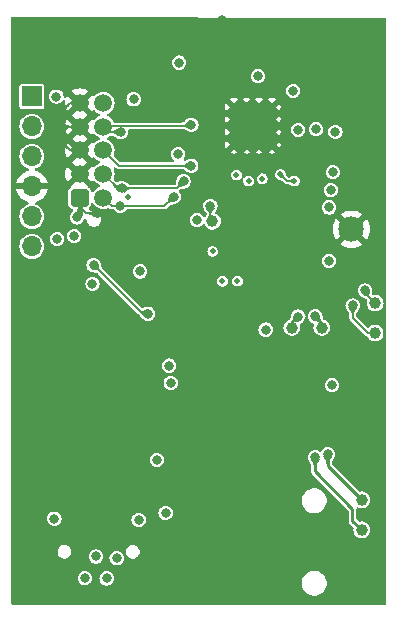
<source format=gbl>
%TF.GenerationSoftware,KiCad,Pcbnew,9.0.0*%
%TF.CreationDate,2025-02-25T22:38:48+02:00*%
%TF.ProjectId,bluetooth-audio,626c7565-746f-46f7-9468-2d617564696f,rev?*%
%TF.SameCoordinates,Original*%
%TF.FileFunction,Copper,L4,Bot*%
%TF.FilePolarity,Positive*%
%FSLAX45Y45*%
G04 Gerber Fmt 4.5, Leading zero omitted, Abs format (unit mm)*
G04 Created by KiCad (PCBNEW 9.0.0) date 2025-02-25 22:38:48*
%MOMM*%
%LPD*%
G01*
G04 APERTURE LIST*
G04 Aperture macros list*
%AMRoundRect*
0 Rectangle with rounded corners*
0 $1 Rounding radius*
0 $2 $3 $4 $5 $6 $7 $8 $9 X,Y pos of 4 corners*
0 Add a 4 corners polygon primitive as box body*
4,1,4,$2,$3,$4,$5,$6,$7,$8,$9,$2,$3,0*
0 Add four circle primitives for the rounded corners*
1,1,$1+$1,$2,$3*
1,1,$1+$1,$4,$5*
1,1,$1+$1,$6,$7*
1,1,$1+$1,$8,$9*
0 Add four rect primitives between the rounded corners*
20,1,$1+$1,$2,$3,$4,$5,0*
20,1,$1+$1,$4,$5,$6,$7,0*
20,1,$1+$1,$6,$7,$8,$9,0*
20,1,$1+$1,$8,$9,$2,$3,0*%
G04 Aperture macros list end*
%TA.AperFunction,HeatsinkPad*%
%ADD10C,0.500000*%
%TD*%
%TA.AperFunction,HeatsinkPad*%
%ADD11R,3.700000X3.700000*%
%TD*%
%TA.AperFunction,ComponentPad*%
%ADD12C,2.140000*%
%TD*%
%TA.AperFunction,ComponentPad*%
%ADD13R,1.700000X1.700000*%
%TD*%
%TA.AperFunction,ComponentPad*%
%ADD14O,1.700000X1.700000*%
%TD*%
%TA.AperFunction,SMDPad,CuDef*%
%ADD15C,1.000000*%
%TD*%
%TA.AperFunction,SMDPad,CuDef*%
%ADD16RoundRect,0.250000X-0.500000X-0.500000X0.500000X-0.500000X0.500000X0.500000X-0.500000X0.500000X0*%
%TD*%
%TA.AperFunction,SMDPad,CuDef*%
%ADD17C,1.500000*%
%TD*%
%TA.AperFunction,ViaPad*%
%ADD18C,0.500000*%
%TD*%
%TA.AperFunction,ViaPad*%
%ADD19C,0.800000*%
%TD*%
%TA.AperFunction,Conductor*%
%ADD20C,0.203200*%
%TD*%
%TA.AperFunction,Conductor*%
%ADD21C,0.381000*%
%TD*%
%TA.AperFunction,Conductor*%
%ADD22C,0.152400*%
%TD*%
%TA.AperFunction,Conductor*%
%ADD23C,0.250000*%
%TD*%
%TA.AperFunction,Conductor*%
%ADD24C,0.292100*%
%TD*%
G04 APERTURE END LIST*
D10*
%TO.P,U1,49,GND*%
%TO.N,GND*%
X16804000Y-8036000D03*
X16697333Y-8036000D03*
X16590667Y-8036000D03*
X16484000Y-8036000D03*
X16804000Y-8142667D03*
X16697333Y-8142667D03*
X16590667Y-8142667D03*
X16484000Y-8142667D03*
D11*
X16644000Y-8196000D03*
D10*
X16804000Y-8249333D03*
X16697333Y-8249333D03*
X16590667Y-8249333D03*
X16484000Y-8249333D03*
X16804000Y-8356000D03*
X16697333Y-8356000D03*
X16590667Y-8356000D03*
X16484000Y-8356000D03*
%TD*%
D12*
%TO.P,MK1,4,GND*%
%TO.N,GND*%
X17479000Y-9072000D03*
%TD*%
D13*
%TO.P,J3,1,Pin_1*%
%TO.N,+3V3*%
X14772620Y-7947875D03*
D14*
%TO.P,J3,2,Pin_2*%
%TO.N,/Micro/UART_TX*%
X14772620Y-8201875D03*
%TO.P,J3,3,Pin_3*%
%TO.N,/Micro/UART_RX*%
X14772620Y-8455875D03*
%TO.P,J3,4,Pin_4*%
%TO.N,GND*%
X14772620Y-8709875D03*
%TO.P,J3,5,Pin_5*%
%TO.N,/Micro/DTR*%
X14772620Y-8963875D03*
%TO.P,J3,6,Pin_6*%
%TO.N,/Micro/RTS*%
X14772620Y-9217875D03*
%TD*%
D15*
%TO.P,TP6,1,1*%
%TO.N,/audio/LOUT2*%
X17565224Y-11363224D03*
%TO.P,TP6,2,2*%
%TO.N,/audio/ROUT2*%
X17565224Y-11617224D03*
%TD*%
D16*
%TO.P,J4,1,VCC*%
%TO.N,+3V3*%
X15177620Y-8804875D03*
D17*
%TO.P,J4,2,TMS*%
%TO.N,/Micro/MTMS*%
X15377620Y-8804875D03*
%TO.P,J4,3,GND*%
%TO.N,GND*%
X15177620Y-8604875D03*
%TO.P,J4,4,TCK*%
%TO.N,/Micro/MTCK*%
X15377620Y-8604875D03*
%TO.P,J4,5,GND*%
%TO.N,GND*%
X15177620Y-8404875D03*
%TO.P,J4,6,TDO*%
%TO.N,/Micro/MTDO*%
X15377620Y-8404875D03*
%TO.P,J4,7,GND*%
%TO.N,GND*%
X15177620Y-8204875D03*
%TO.P,J4,8,TDI*%
%TO.N,/Micro/MTDI*%
X15377620Y-8204875D03*
%TO.P,J4,9,GND*%
%TO.N,GND*%
X15177620Y-8004875D03*
%TO.P,J4,10,NC*%
%TO.N,unconnected-(J4-NC-Pad10)*%
X15377620Y-8004875D03*
%TD*%
D15*
%TO.P,TP7,1,1*%
%TO.N,/audio/MIC+*%
X16974000Y-9905000D03*
%TO.P,TP7,2,2*%
%TO.N,/audio/MIC-*%
X17228000Y-9905000D03*
%TD*%
%TO.P,TP9,1,1*%
%TO.N,/Micro/VDD_SDIO*%
X16302000Y-9005000D03*
%TD*%
%TO.P,TP5,1,1*%
%TO.N,LIN2*%
X17679000Y-9697000D03*
%TO.P,TP5,2,2*%
%TO.N,RIN2*%
X17679000Y-9951000D03*
%TD*%
D18*
%TO.N,GND*%
X17264000Y-8183000D03*
X15198000Y-9064000D03*
X17562000Y-11223000D03*
D19*
X17670620Y-8260875D03*
X14689000Y-9788000D03*
X15112000Y-10597000D03*
D18*
X16159000Y-8629000D03*
D19*
X17432844Y-10872099D03*
D18*
X17122678Y-8598399D03*
X15851000Y-9790000D03*
D19*
X15319000Y-11949000D03*
X16236776Y-7547224D03*
X15984000Y-10071000D03*
X16209620Y-9701000D03*
D18*
X16063000Y-8761000D03*
D19*
X15052000Y-11969000D03*
X15216750Y-12141125D03*
X17152000Y-7770000D03*
X17526000Y-10950000D03*
X15314620Y-11387875D03*
X14961620Y-10247875D03*
X17691000Y-7925000D03*
X15873000Y-9433000D03*
D18*
X16629000Y-8741000D03*
D19*
X17337000Y-8004000D03*
X17600844Y-10872099D03*
X15752000Y-7551000D03*
X16318480Y-8488000D03*
X14710000Y-10551000D03*
X15272000Y-9270000D03*
X16471000Y-7472000D03*
X15249000Y-10816000D03*
X15027050Y-8211000D03*
D18*
X16229000Y-8803000D03*
D19*
X15080620Y-10884875D03*
X17668000Y-10310000D03*
D18*
X17086000Y-11035000D03*
D19*
X15696208Y-10822212D03*
X16237000Y-10609000D03*
X16283620Y-11437875D03*
D18*
X16759683Y-8730284D03*
D19*
X14774620Y-11248875D03*
X16833000Y-7389000D03*
D18*
X17570000Y-11746000D03*
X16417000Y-9583000D03*
D19*
X15699000Y-9279000D03*
X15669000Y-11971000D03*
X15020050Y-8077000D03*
D18*
X16981000Y-8586000D03*
D19*
X17499000Y-10009000D03*
X17121000Y-9343000D03*
X15298000Y-10972000D03*
X15527522Y-8420620D03*
X16272000Y-11920000D03*
X16658000Y-9485000D03*
X15223000Y-7752000D03*
D18*
X17377000Y-10986000D03*
D19*
X15403750Y-12145125D03*
X15956620Y-8333000D03*
X15813000Y-11586000D03*
X17594844Y-10379099D03*
X17627620Y-8768000D03*
X15513000Y-7942000D03*
D18*
X15267000Y-9622000D03*
D19*
X16984000Y-7529000D03*
D18*
X16477620Y-8705875D03*
D19*
X14925000Y-8893000D03*
D18*
X14942000Y-9071000D03*
X17115892Y-10467747D03*
D19*
X16356500Y-9911500D03*
X14859000Y-11590000D03*
D18*
X15585000Y-8799000D03*
D19*
X16291000Y-9144000D03*
X16710000Y-10447000D03*
X15027050Y-8496000D03*
X17640844Y-10471099D03*
D18*
X16124000Y-9092000D03*
X15588000Y-8937000D03*
D19*
X16442000Y-10851000D03*
X15025050Y-8333000D03*
X15755000Y-10425000D03*
X17163000Y-8813000D03*
X16710224Y-10755224D03*
X17667000Y-9377000D03*
X15984620Y-10821875D03*
X16366000Y-10590000D03*
X17311000Y-11660000D03*
X16458000Y-10086000D03*
X16387000Y-7300250D03*
D18*
X16532000Y-9582000D03*
D19*
X15630620Y-10016875D03*
D18*
X17161438Y-7879216D03*
D19*
X17379000Y-9577984D03*
X17577781Y-9788256D03*
X15455000Y-9292000D03*
X16822224Y-10756224D03*
X17391000Y-10193000D03*
X15493750Y-11963125D03*
X15199000Y-10271000D03*
X16340000Y-7735000D03*
%TO.N,/Power/USB_VBUS*%
X14963750Y-11522125D03*
X15831500Y-11025500D03*
X15677368Y-11533500D03*
X15905370Y-11475500D03*
%TO.N,+3V3*%
X17288620Y-8887875D03*
X16687000Y-7777000D03*
X17288620Y-9339875D03*
X16020000Y-7662000D03*
X15153000Y-8972000D03*
X15329000Y-8937000D03*
X16012000Y-8436000D03*
X17304000Y-8741000D03*
X14981000Y-7949000D03*
X16986000Y-7901000D03*
X17321000Y-8589000D03*
X15948620Y-10373875D03*
X15634000Y-7973000D03*
X17313596Y-10392347D03*
X17028000Y-8231520D03*
%TO.N,+1V8*%
X16752622Y-9922322D03*
X15935620Y-10227875D03*
%TO.N,/audio/MIC+*%
X17027933Y-9811809D03*
%TO.N,/audio/MIC-*%
X17172225Y-9810100D03*
%TO.N,LIN2*%
X17595000Y-9591000D03*
%TO.N,RIN2*%
X17489224Y-9718224D03*
%TO.N,/Micro/VDD_SDIO*%
X16284350Y-8874350D03*
%TO.N,/audio/LOUT2*%
X17278224Y-10977224D03*
D18*
%TO.N,/Micro/SCS{slash}CMD*%
X16607500Y-8663500D03*
X16387000Y-9513000D03*
D19*
%TO.N,/Micro/DTR*%
X15286000Y-9534000D03*
%TO.N,/audio/ROUT2*%
X17172224Y-11004224D03*
D18*
%TO.N,/Micro/SWP{slash}SD3*%
X16505000Y-8613000D03*
X16304000Y-9261000D03*
D19*
%TO.N,/Micro/RTS*%
X15755620Y-9787875D03*
X15295000Y-9376000D03*
%TO.N,/Micro/MTDI*%
X15529000Y-8249000D03*
X16123400Y-8188183D03*
%TO.N,/Micro/MTMS*%
X15972670Y-8798620D03*
X15520500Y-8875500D03*
%TO.N,/Micro/MTCK*%
X15535000Y-8726000D03*
X16057000Y-8667000D03*
D18*
%TO.N,/Micro/SDO{slash}SD0*%
X16514000Y-9511000D03*
X16722659Y-8644460D03*
%TO.N,I2C_CLK*%
X16995000Y-8664000D03*
X16878000Y-8609000D03*
D19*
%TO.N,MCLK*%
X16170355Y-8994824D03*
X15689620Y-9429875D03*
%TO.N,/Micro/MTDO*%
X16122700Y-8534700D03*
%TO.N,/Micro/UART_RX*%
X14987000Y-9156000D03*
X17343000Y-8248000D03*
%TO.N,/Micro/UART_TX*%
X17178000Y-8225000D03*
X15132001Y-9129602D03*
%TO.N,Net-(J2-D--PadA7)*%
X15221207Y-12026466D03*
X15405750Y-12029125D03*
%TO.N,Net-(J2-D+-PadA6)*%
X15316376Y-11843077D03*
X15490750Y-11859125D03*
%TD*%
D20*
%TO.N,GND*%
X15068745Y-8496000D02*
X15027050Y-8496000D01*
X15177620Y-8604875D02*
X15068745Y-8496000D01*
X15033175Y-8204875D02*
X15027050Y-8211000D01*
X15177620Y-8404875D02*
X15096925Y-8404875D01*
X15092175Y-8004875D02*
X15020050Y-8077000D01*
X15177620Y-8004875D02*
X15092175Y-8004875D01*
X15177620Y-8204875D02*
X15033175Y-8204875D01*
X15096925Y-8404875D02*
X15025050Y-8333000D01*
%TO.N,+3V3*%
X15234745Y-8937000D02*
X15329000Y-8937000D01*
D21*
X15177620Y-8804875D02*
X15177620Y-8947380D01*
X15177620Y-8947380D02*
X15153000Y-8972000D01*
D20*
X15177620Y-8879875D02*
X15234745Y-8937000D01*
X15177620Y-8804875D02*
X15177620Y-8879875D01*
D22*
%TO.N,/audio/MIC+*%
X16970000Y-9869742D02*
X17027933Y-9811809D01*
%TO.N,/audio/MIC-*%
X17172225Y-9810100D02*
X17226000Y-9863875D01*
%TO.N,LIN2*%
X17595000Y-9591000D02*
X17595000Y-9613000D01*
X17595000Y-9613000D02*
X17679000Y-9697000D01*
%TO.N,RIN2*%
X17489224Y-9718224D02*
X17489224Y-9823224D01*
X17617000Y-9951000D02*
X17679000Y-9951000D01*
X17489224Y-9823224D02*
X17617000Y-9951000D01*
%TO.N,/Micro/VDD_SDIO*%
X16302000Y-9005000D02*
X16284350Y-8987350D01*
X16284350Y-8987350D02*
X16284350Y-8874350D01*
D23*
%TO.N,/audio/LOUT2*%
X17278224Y-11076224D02*
X17565224Y-11363224D01*
X17278224Y-10977224D02*
X17278224Y-11076224D01*
D22*
%TO.N,/Micro/DTR*%
X14772620Y-9020620D02*
X14772620Y-8963875D01*
D23*
%TO.N,/audio/ROUT2*%
X17487604Y-11539604D02*
X17487604Y-11438604D01*
X17487604Y-11438604D02*
X17172224Y-11123224D01*
X17172224Y-11123224D02*
X17172224Y-11004224D01*
X17565224Y-11617224D02*
X17487604Y-11539604D01*
D22*
%TO.N,/Micro/RTS*%
X15755620Y-9787875D02*
X15712875Y-9787875D01*
X15712875Y-9787875D02*
X15301000Y-9376000D01*
X15301000Y-9376000D02*
X15295000Y-9376000D01*
%TO.N,/Micro/MTDI*%
X16114708Y-8196875D02*
X16123400Y-8188183D01*
D20*
X15529000Y-8249000D02*
X15421745Y-8249000D01*
D22*
X15349620Y-8196875D02*
X16114708Y-8196875D01*
D20*
X15421745Y-8249000D02*
X15377620Y-8204875D01*
D22*
%TO.N,/Micro/MTMS*%
X15448245Y-8875500D02*
X15895790Y-8875500D01*
X15421745Y-8849000D02*
X15448245Y-8875500D01*
X15377620Y-8804875D02*
X15421745Y-8849000D01*
X15895790Y-8875500D02*
X15972670Y-8798620D01*
D20*
%TO.N,/Micro/MTCK*%
X15377620Y-8604875D02*
X15498745Y-8726000D01*
D22*
X15535000Y-8726000D02*
X15998000Y-8726000D01*
D20*
X15498745Y-8726000D02*
X15535000Y-8726000D01*
D22*
X15998000Y-8726000D02*
X16057000Y-8667000D01*
%TO.N,I2C_CLK*%
X16995000Y-8664000D02*
X16933000Y-8664000D01*
X16933000Y-8664000D02*
X16878000Y-8609000D01*
%TO.N,/Micro/MTDO*%
X15507445Y-8534700D02*
X16122700Y-8534700D01*
X15377620Y-8404875D02*
X15507445Y-8534700D01*
D24*
%TO.N,Net-(J2-D--PadA7)*%
X15223866Y-12029125D02*
X15221207Y-12026466D01*
%TO.N,Net-(J2-D+-PadA6)*%
X15474702Y-11843077D02*
X15490750Y-11859125D01*
%TD*%
%TA.AperFunction,Conductor*%
%TO.N,/Micro/VDD_SDIO*%
G36*
X16320179Y-8889188D02*
G01*
X16320811Y-8889822D01*
X16320808Y-8890718D01*
X16320789Y-8890763D01*
X16317204Y-8898435D01*
X16317154Y-8898530D01*
X16313059Y-8905535D01*
X16313008Y-8905614D01*
X16308992Y-8911365D01*
X16308957Y-8911412D01*
X16305108Y-8916375D01*
X16305108Y-8916376D01*
X16303257Y-8918770D01*
X16301541Y-8920990D01*
X16301539Y-8920992D01*
X16298381Y-8925685D01*
X16295738Y-8930915D01*
X16295738Y-8930915D01*
X16293716Y-8937134D01*
X16293716Y-8937134D01*
X16292424Y-8944794D01*
X16292023Y-8953236D01*
X16291641Y-8954046D01*
X16290854Y-8954350D01*
X16277846Y-8954350D01*
X16277018Y-8954007D01*
X16276677Y-8953236D01*
X16276665Y-8952982D01*
X16276276Y-8944794D01*
X16274984Y-8937134D01*
X16272962Y-8930915D01*
X16270318Y-8925685D01*
X16270318Y-8925685D01*
X16267161Y-8920992D01*
X16267160Y-8920991D01*
X16267159Y-8920990D01*
X16263592Y-8916376D01*
X16259743Y-8911412D01*
X16259708Y-8911365D01*
X16258135Y-8909112D01*
X16255691Y-8905613D01*
X16255641Y-8905536D01*
X16251546Y-8898530D01*
X16251496Y-8898435D01*
X16247911Y-8890763D01*
X16247872Y-8889868D01*
X16248476Y-8889208D01*
X16248518Y-8889189D01*
X16283900Y-8874438D01*
X16284795Y-8874436D01*
X16320179Y-8889188D01*
G37*
%TD.AperFunction*%
%TD*%
%TA.AperFunction,Conductor*%
%TO.N,/audio/LOUT2*%
G36*
X17314068Y-10992068D02*
G01*
X17314700Y-10992703D01*
X17314698Y-10993598D01*
X17314684Y-10993629D01*
X17311294Y-11001140D01*
X17311261Y-11001206D01*
X17307569Y-11008180D01*
X17307540Y-11008233D01*
X17304068Y-11014047D01*
X17304054Y-11014071D01*
X17300853Y-11019148D01*
X17297990Y-11023891D01*
X17297990Y-11023891D01*
X17295522Y-11028715D01*
X17293506Y-11034039D01*
X17291997Y-11040284D01*
X17291997Y-11040285D01*
X17291052Y-11047873D01*
X17291052Y-11047873D01*
X17290764Y-11056095D01*
X17290393Y-11056910D01*
X17289595Y-11057224D01*
X17266854Y-11057224D01*
X17266027Y-11056882D01*
X17265685Y-11056095D01*
X17265397Y-11047874D01*
X17265397Y-11047873D01*
X17265397Y-11047873D01*
X17264451Y-11040285D01*
X17262943Y-11034039D01*
X17260927Y-11028715D01*
X17258459Y-11023891D01*
X17255594Y-11019146D01*
X17252393Y-11014068D01*
X17252382Y-11014050D01*
X17248908Y-11008232D01*
X17248879Y-11008180D01*
X17245187Y-11001206D01*
X17245155Y-11001140D01*
X17241765Y-10993630D01*
X17241737Y-10992734D01*
X17242350Y-10992082D01*
X17242381Y-10992068D01*
X17277774Y-10977312D01*
X17278669Y-10977310D01*
X17314068Y-10992068D01*
G37*
%TD.AperFunction*%
%TD*%
%TA.AperFunction,Conductor*%
%TO.N,/Micro/MTMS*%
G36*
X15506433Y-8880427D02*
G01*
X15508419Y-8880532D01*
X15513530Y-8880802D01*
X15513601Y-8880808D01*
X15516904Y-8881189D01*
X15517687Y-8881624D01*
X15517933Y-8882485D01*
X15517533Y-8883238D01*
X15513353Y-8886829D01*
X15513236Y-8886918D01*
X15508144Y-8890273D01*
X15506483Y-8891367D01*
X15506332Y-8891452D01*
X15499425Y-8894659D01*
X15499178Y-8894742D01*
X15492907Y-8896086D01*
X15492434Y-8896090D01*
X15487585Y-8895126D01*
X15486926Y-8894741D01*
X15483807Y-8891112D01*
X15483526Y-8890405D01*
X15483359Y-8886877D01*
X15483662Y-8886035D01*
X15483705Y-8885990D01*
X15486235Y-8883500D01*
X15486680Y-8883226D01*
X15491799Y-8881494D01*
X15492024Y-8881443D01*
X15498807Y-8880576D01*
X15498930Y-8880568D01*
X15506349Y-8880426D01*
X15506433Y-8880427D01*
G37*
%TD.AperFunction*%
%TA.AperFunction,Conductor*%
G36*
X15521969Y-8868269D02*
G01*
X15524317Y-8868890D01*
X15525029Y-8869433D01*
X15525148Y-8869721D01*
X15525695Y-8871776D01*
X15525619Y-8872582D01*
X15523747Y-8876489D01*
X15523579Y-8876747D01*
X15522557Y-8877933D01*
X15521757Y-8878337D01*
X15520907Y-8878057D01*
X15520503Y-8877257D01*
X15520500Y-8877170D01*
X15520500Y-8869400D01*
X15520843Y-8868573D01*
X15521670Y-8868230D01*
X15521969Y-8868269D01*
G37*
%TD.AperFunction*%
%TD*%
%TA.AperFunction,Conductor*%
%TO.N,/Micro/MTDI*%
G36*
X15514142Y-8213126D02*
G01*
X15514159Y-8213163D01*
X15528912Y-8248550D01*
X15528914Y-8249445D01*
X15528912Y-8249450D01*
X15514159Y-8284836D01*
X15513524Y-8285468D01*
X15512629Y-8285466D01*
X15512591Y-8285449D01*
X15505008Y-8281968D01*
X15504927Y-8281927D01*
X15497937Y-8278042D01*
X15497873Y-8278003D01*
X15492092Y-8274272D01*
X15492056Y-8274248D01*
X15487025Y-8270732D01*
X15487025Y-8270732D01*
X15482346Y-8267534D01*
X15482346Y-8267534D01*
X15482346Y-8267533D01*
X15481408Y-8266982D01*
X15477582Y-8264734D01*
X15477581Y-8264733D01*
X15477581Y-8264733D01*
X15477581Y-8264733D01*
X15472300Y-8262415D01*
X15472300Y-8262415D01*
X15472299Y-8262415D01*
X15466067Y-8260660D01*
X15458445Y-8259548D01*
X15450122Y-8259206D01*
X15449309Y-8258830D01*
X15449000Y-8258037D01*
X15449000Y-8239963D01*
X15449343Y-8239135D01*
X15450122Y-8238794D01*
X15458446Y-8238451D01*
X15462351Y-8237882D01*
X15466067Y-8237340D01*
X15472299Y-8235585D01*
X15472299Y-8235584D01*
X15472300Y-8235584D01*
X15477581Y-8233267D01*
X15482346Y-8230467D01*
X15484717Y-8228846D01*
X15487025Y-8227268D01*
X15487358Y-8227035D01*
X15492057Y-8223751D01*
X15492088Y-8223731D01*
X15497875Y-8219995D01*
X15497935Y-8219959D01*
X15504929Y-8216071D01*
X15505006Y-8216033D01*
X15512591Y-8212550D01*
X15513486Y-8212517D01*
X15514142Y-8213126D01*
G37*
%TD.AperFunction*%
%TD*%
%TA.AperFunction,Conductor*%
%TO.N,GND*%
G36*
X15050727Y-8177727D02*
G01*
X15057596Y-8181099D01*
X15063358Y-8184142D01*
X15068409Y-8186839D01*
X15073142Y-8189170D01*
X15077950Y-8191118D01*
X15083230Y-8192664D01*
X15089374Y-8193791D01*
X15096776Y-8194481D01*
X15105832Y-8194715D01*
X15105832Y-8215035D01*
X15096258Y-8215587D01*
X15088673Y-8217145D01*
X15082597Y-8219560D01*
X15077557Y-8222683D01*
X15073074Y-8226364D01*
X15068673Y-8230457D01*
X15063877Y-8234811D01*
X15058210Y-8239278D01*
X15051196Y-8243709D01*
X15042357Y-8247955D01*
X15026950Y-8211000D01*
X15042357Y-8174045D01*
X15050727Y-8177727D01*
G37*
%TD.AperFunction*%
%TD*%
%TA.AperFunction,Conductor*%
%TO.N,GND*%
G36*
X15083803Y-8027616D02*
G01*
X15077398Y-8034569D01*
X15072795Y-8040745D01*
X15069629Y-8046393D01*
X15067534Y-8051766D01*
X15066144Y-8057115D01*
X15065096Y-8062692D01*
X15064023Y-8068748D01*
X15062560Y-8075535D01*
X15060343Y-8083304D01*
X15057005Y-8092307D01*
X15019979Y-8077071D01*
X15004743Y-8040045D01*
X15013746Y-8036707D01*
X15021515Y-8034489D01*
X15028302Y-8033027D01*
X15034358Y-8031954D01*
X15039934Y-8030905D01*
X15045284Y-8029516D01*
X15050657Y-8027421D01*
X15056305Y-8024254D01*
X15062480Y-8019652D01*
X15069434Y-8013247D01*
X15083803Y-8027616D01*
G37*
%TD.AperFunction*%
%TD*%
%TA.AperFunction,Conductor*%
%TO.N,GND*%
G36*
X15065343Y-8326696D02*
G01*
X15067560Y-8334465D01*
X15069023Y-8341252D01*
X15070096Y-8347308D01*
X15071144Y-8352884D01*
X15072534Y-8358234D01*
X15074629Y-8363607D01*
X15077795Y-8369255D01*
X15082398Y-8375430D01*
X15088803Y-8382384D01*
X15074434Y-8396753D01*
X15067480Y-8390348D01*
X15061305Y-8385745D01*
X15055657Y-8382579D01*
X15050284Y-8380484D01*
X15044934Y-8379094D01*
X15039358Y-8378046D01*
X15033302Y-8376973D01*
X15026515Y-8375510D01*
X15018746Y-8373293D01*
X15009743Y-8369955D01*
X15024979Y-8332929D01*
X15062005Y-8317693D01*
X15065343Y-8326696D01*
G37*
%TD.AperFunction*%
%TD*%
%TA.AperFunction,Conductor*%
%TO.N,/Micro/MTDI*%
G36*
X16108542Y-8152311D02*
G01*
X16108574Y-8152381D01*
X16123312Y-8187732D01*
X16123314Y-8188628D01*
X16123312Y-8188633D01*
X16108552Y-8224036D01*
X16107917Y-8224668D01*
X16107022Y-8224666D01*
X16107000Y-8224657D01*
X16099810Y-8221489D01*
X16099765Y-8221468D01*
X16092988Y-8218130D01*
X16092956Y-8218114D01*
X16087256Y-8215088D01*
X16087256Y-8215086D01*
X16087250Y-8215085D01*
X16082249Y-8212394D01*
X16079874Y-8211214D01*
X16077556Y-8210062D01*
X16077556Y-8210062D01*
X16077556Y-8210061D01*
X16077556Y-8210061D01*
X16072789Y-8208110D01*
X16072789Y-8208110D01*
X16067555Y-8206557D01*
X16061462Y-8205425D01*
X16061461Y-8205425D01*
X16054117Y-8204731D01*
X16054115Y-8204730D01*
X16046268Y-8204525D01*
X16045450Y-8204160D01*
X16045129Y-8203355D01*
X16045129Y-8190346D01*
X16045472Y-8189519D01*
X16046217Y-8189179D01*
X16054912Y-8188570D01*
X16062538Y-8186651D01*
X16062857Y-8186494D01*
X16068526Y-8183701D01*
X16068526Y-8183701D01*
X16073394Y-8179923D01*
X16077661Y-8175519D01*
X16081837Y-8170700D01*
X16081848Y-8170687D01*
X16086423Y-8165687D01*
X16086497Y-8165613D01*
X16091971Y-8160638D01*
X16092090Y-8160543D01*
X16098997Y-8155760D01*
X16099141Y-8155675D01*
X16106973Y-8151783D01*
X16107867Y-8151722D01*
X16108542Y-8152311D01*
G37*
%TD.AperFunction*%
%TD*%
%TA.AperFunction,Conductor*%
%TO.N,/audio/ROUT2*%
G36*
X17208068Y-11019068D02*
G01*
X17208700Y-11019703D01*
X17208698Y-11020598D01*
X17208684Y-11020629D01*
X17205294Y-11028140D01*
X17205261Y-11028206D01*
X17201569Y-11035180D01*
X17201540Y-11035233D01*
X17198068Y-11041047D01*
X17198054Y-11041071D01*
X17194853Y-11046148D01*
X17191990Y-11050891D01*
X17191990Y-11050891D01*
X17189522Y-11055715D01*
X17187506Y-11061039D01*
X17185997Y-11067284D01*
X17185997Y-11067285D01*
X17185052Y-11074873D01*
X17185052Y-11074873D01*
X17184764Y-11083095D01*
X17184393Y-11083910D01*
X17183595Y-11084224D01*
X17160854Y-11084224D01*
X17160027Y-11083882D01*
X17159685Y-11083095D01*
X17159397Y-11074874D01*
X17159397Y-11074873D01*
X17159397Y-11074873D01*
X17158451Y-11067285D01*
X17156943Y-11061039D01*
X17154927Y-11055715D01*
X17152459Y-11050891D01*
X17149594Y-11046146D01*
X17146393Y-11041068D01*
X17146382Y-11041050D01*
X17142908Y-11035232D01*
X17142879Y-11035180D01*
X17139187Y-11028206D01*
X17139155Y-11028140D01*
X17135765Y-11020630D01*
X17135737Y-11019734D01*
X17136350Y-11019082D01*
X17136381Y-11019068D01*
X17171774Y-11004312D01*
X17172669Y-11004310D01*
X17208068Y-11019068D01*
G37*
%TD.AperFunction*%
%TD*%
%TA.AperFunction,Conductor*%
%TO.N,+3V3*%
G36*
X15158570Y-8901138D02*
G01*
X15158088Y-8908484D01*
X15156710Y-8914298D01*
X15154712Y-8918606D01*
X15152113Y-8922087D01*
X15144417Y-8928224D01*
X15141422Y-8930103D01*
X15130714Y-8937523D01*
X15125177Y-8942806D01*
X15119741Y-8949777D01*
X15153000Y-8972100D01*
X15192231Y-8979804D01*
X15195915Y-8958661D01*
X15197255Y-8943799D01*
X15197095Y-8925898D01*
X15196670Y-8901138D01*
X15158570Y-8901138D01*
G37*
%TD.AperFunction*%
%TD*%
%TA.AperFunction,Conductor*%
%TO.N,GND*%
G36*
X15061846Y-8474242D02*
G01*
X15067195Y-8479629D01*
X15071673Y-8484163D01*
X15075569Y-8488128D01*
X15079175Y-8491809D01*
X15082780Y-8495489D01*
X15086676Y-8499454D01*
X15091154Y-8503988D01*
X15096503Y-8509375D01*
X15103015Y-8515901D01*
X15088646Y-8530270D01*
X15082442Y-8525115D01*
X15076811Y-8522467D01*
X15071542Y-8521862D01*
X15066424Y-8522838D01*
X15061245Y-8524933D01*
X15055795Y-8527684D01*
X15049862Y-8530629D01*
X15043234Y-8533304D01*
X15035700Y-8535249D01*
X15027050Y-8536000D01*
X15026979Y-8495929D01*
X15055334Y-8467716D01*
X15061846Y-8474242D01*
G37*
%TD.AperFunction*%
%TD*%
%TA.AperFunction,Conductor*%
%TO.N,I2C_CLK*%
G36*
X16985884Y-8641983D02*
G01*
X16985898Y-8642013D01*
X16994911Y-8663548D01*
X16994914Y-8664444D01*
X16994911Y-8664452D01*
X16985898Y-8685986D01*
X16985262Y-8686617D01*
X16984367Y-8686614D01*
X16984336Y-8686601D01*
X16980059Y-8684666D01*
X16979992Y-8684633D01*
X16975651Y-8682320D01*
X16975602Y-8682292D01*
X16971982Y-8680107D01*
X16971957Y-8680092D01*
X16968794Y-8678070D01*
X16965834Y-8676252D01*
X16962824Y-8674682D01*
X16959501Y-8673398D01*
X16959501Y-8673398D01*
X16959500Y-8673397D01*
X16959500Y-8673397D01*
X16959499Y-8673397D01*
X16955598Y-8672434D01*
X16955596Y-8672434D01*
X16950853Y-8671830D01*
X16950851Y-8671829D01*
X16946128Y-8671660D01*
X16945314Y-8671288D01*
X16945000Y-8670491D01*
X16945000Y-8657509D01*
X16945343Y-8656681D01*
X16946128Y-8656340D01*
X16950852Y-8656170D01*
X16954338Y-8655726D01*
X16955596Y-8655566D01*
X16955596Y-8655566D01*
X16955598Y-8655566D01*
X16959500Y-8654603D01*
X16962824Y-8653318D01*
X16965834Y-8651748D01*
X16968795Y-8649930D01*
X16971965Y-8647903D01*
X16971977Y-8647896D01*
X16975605Y-8645706D01*
X16975651Y-8645680D01*
X16979993Y-8643367D01*
X16980058Y-8643335D01*
X16984336Y-8641399D01*
X16985231Y-8641370D01*
X16985884Y-8641983D01*
G37*
%TD.AperFunction*%
%TD*%
%TA.AperFunction,Conductor*%
%TO.N,/Micro/MTCK*%
G36*
X16021169Y-8652156D02*
G01*
X16056619Y-8666744D01*
X16057254Y-8667375D01*
X16057256Y-8667380D01*
X16071843Y-8702827D01*
X16071841Y-8703722D01*
X16071206Y-8704354D01*
X16071160Y-8704372D01*
X16063200Y-8707262D01*
X16063097Y-8707294D01*
X16055250Y-8709351D01*
X16055157Y-8709372D01*
X16048251Y-8710598D01*
X16048194Y-8710606D01*
X16045228Y-8710981D01*
X16041961Y-8711394D01*
X16041960Y-8711395D01*
X16036177Y-8712135D01*
X16036177Y-8712135D01*
X16030624Y-8713221D01*
X16030622Y-8713221D01*
X16025054Y-8715050D01*
X16019228Y-8718017D01*
X16012898Y-8722521D01*
X16006645Y-8728206D01*
X16005802Y-8728509D01*
X16005031Y-8728168D01*
X15995832Y-8718969D01*
X15995489Y-8718142D01*
X15995794Y-8717355D01*
X16001479Y-8711102D01*
X16005982Y-8704772D01*
X16008950Y-8698945D01*
X16010779Y-8693378D01*
X16011865Y-8687824D01*
X16012605Y-8682039D01*
X16013394Y-8675805D01*
X16013402Y-8675748D01*
X16014629Y-8668840D01*
X16014648Y-8668752D01*
X16016707Y-8660901D01*
X16016737Y-8660802D01*
X16019628Y-8652840D01*
X16020233Y-8652179D01*
X16021127Y-8652139D01*
X16021169Y-8652156D01*
G37*
%TD.AperFunction*%
%TD*%
%TA.AperFunction,Conductor*%
%TO.N,LIN2*%
G36*
X17633785Y-9590998D02*
G01*
X17634612Y-9591342D01*
X17634953Y-9592170D01*
X17634952Y-9592214D01*
X17634667Y-9599414D01*
X17634661Y-9599497D01*
X17633852Y-9606771D01*
X17633845Y-9606824D01*
X17632832Y-9613238D01*
X17632831Y-9613244D01*
X17631894Y-9618999D01*
X17631317Y-9624279D01*
X17631317Y-9624280D01*
X17631382Y-9629292D01*
X17632371Y-9634251D01*
X17632371Y-9634252D01*
X17634563Y-9639365D01*
X17634564Y-9639366D01*
X17638242Y-9644849D01*
X17642945Y-9650085D01*
X17643243Y-9650929D01*
X17642902Y-9651694D01*
X17633731Y-9660864D01*
X17632904Y-9661207D01*
X17632082Y-9660870D01*
X17626793Y-9655654D01*
X17626792Y-9655654D01*
X17621615Y-9650781D01*
X17618856Y-9648387D01*
X17617092Y-9646855D01*
X17612937Y-9643662D01*
X17612937Y-9643662D01*
X17612936Y-9643661D01*
X17608862Y-9640988D01*
X17607195Y-9640066D01*
X17604583Y-9638621D01*
X17599813Y-9636347D01*
X17594261Y-9633952D01*
X17587654Y-9631228D01*
X17582946Y-9629292D01*
X17580775Y-9628400D01*
X17580140Y-9627769D01*
X17580138Y-9626873D01*
X17580138Y-9626873D01*
X17594631Y-9591655D01*
X17595262Y-9591021D01*
X17595714Y-9590931D01*
X17633785Y-9590998D01*
G37*
%TD.AperFunction*%
%TD*%
%TA.AperFunction,Conductor*%
%TO.N,/audio/MIC+*%
G36*
X16992102Y-9796965D02*
G01*
X17027552Y-9811553D01*
X17028187Y-9812185D01*
X17028189Y-9812190D01*
X17042775Y-9847636D01*
X17042773Y-9848531D01*
X17042139Y-9849163D01*
X17042093Y-9849181D01*
X17034132Y-9852071D01*
X17034030Y-9852103D01*
X17026182Y-9854161D01*
X17026090Y-9854181D01*
X17019184Y-9855407D01*
X17019126Y-9855416D01*
X17016161Y-9855791D01*
X17012894Y-9856204D01*
X17012893Y-9856204D01*
X17007109Y-9856944D01*
X17007109Y-9856944D01*
X17001557Y-9858030D01*
X17001555Y-9858031D01*
X16995987Y-9859859D01*
X16990161Y-9862827D01*
X16983831Y-9867330D01*
X16977578Y-9873016D01*
X16976735Y-9873319D01*
X16975963Y-9872977D01*
X16966765Y-9863779D01*
X16966422Y-9862951D01*
X16966726Y-9862164D01*
X16972412Y-9855911D01*
X16976915Y-9849581D01*
X16979883Y-9843755D01*
X16981711Y-9838187D01*
X16982798Y-9832633D01*
X16983538Y-9826848D01*
X16984326Y-9820614D01*
X16984335Y-9820558D01*
X16985561Y-9813650D01*
X16985581Y-9813562D01*
X16987639Y-9805710D01*
X16987670Y-9805612D01*
X16990561Y-9797649D01*
X16991165Y-9796988D01*
X16992060Y-9796949D01*
X16992102Y-9796965D01*
G37*
%TD.AperFunction*%
%TD*%
%TA.AperFunction,Conductor*%
%TO.N,/Micro/MTDO*%
G36*
X16107843Y-8498826D02*
G01*
X16107862Y-8498870D01*
X16115634Y-8517511D01*
X16122613Y-8534250D01*
X16122615Y-8535146D01*
X16122613Y-8535151D01*
X16107863Y-8570529D01*
X16107228Y-8571161D01*
X16106332Y-8571159D01*
X16106287Y-8571139D01*
X16098615Y-8567554D01*
X16098520Y-8567504D01*
X16091515Y-8563410D01*
X16091436Y-8563359D01*
X16085685Y-8559342D01*
X16085638Y-8559307D01*
X16083036Y-8557289D01*
X16080675Y-8555458D01*
X16076060Y-8551891D01*
X16076060Y-8551891D01*
X16076058Y-8551890D01*
X16071365Y-8548732D01*
X16066135Y-8546088D01*
X16066135Y-8546088D01*
X16059916Y-8544066D01*
X16052256Y-8542775D01*
X16043815Y-8542373D01*
X16043005Y-8541992D01*
X16042700Y-8541205D01*
X16042700Y-8528196D01*
X16043043Y-8527369D01*
X16043814Y-8527027D01*
X16052256Y-8526626D01*
X16059917Y-8525334D01*
X16066135Y-8523313D01*
X16071365Y-8520669D01*
X16076060Y-8517510D01*
X16080675Y-8513943D01*
X16085639Y-8510092D01*
X16085684Y-8510059D01*
X16091438Y-8506040D01*
X16091513Y-8505992D01*
X16098521Y-8501896D01*
X16098615Y-8501847D01*
X16106288Y-8498262D01*
X16107182Y-8498222D01*
X16107843Y-8498826D01*
G37*
%TD.AperFunction*%
%TD*%
%TA.AperFunction,Conductor*%
%TO.N,/Micro/MTMS*%
G36*
X15936840Y-8783776D02*
G01*
X15972290Y-8798364D01*
X15972924Y-8798995D01*
X15972926Y-8799000D01*
X15987513Y-8834447D01*
X15987511Y-8835342D01*
X15986876Y-8835974D01*
X15986830Y-8835992D01*
X15978870Y-8838882D01*
X15978767Y-8838914D01*
X15970920Y-8840971D01*
X15970828Y-8840992D01*
X15963921Y-8842218D01*
X15963864Y-8842226D01*
X15960898Y-8842601D01*
X15957631Y-8843014D01*
X15957630Y-8843015D01*
X15951847Y-8843755D01*
X15951847Y-8843755D01*
X15946294Y-8844841D01*
X15946293Y-8844841D01*
X15940724Y-8846670D01*
X15934898Y-8849637D01*
X15928568Y-8854141D01*
X15922315Y-8859826D01*
X15921472Y-8860129D01*
X15920701Y-8859788D01*
X15911502Y-8850589D01*
X15911160Y-8849762D01*
X15911464Y-8848975D01*
X15917149Y-8842722D01*
X15921653Y-8836392D01*
X15924620Y-8830565D01*
X15926449Y-8824998D01*
X15927535Y-8819444D01*
X15928276Y-8813659D01*
X15929064Y-8807425D01*
X15929072Y-8807368D01*
X15930299Y-8800460D01*
X15930318Y-8800372D01*
X15932377Y-8792521D01*
X15932407Y-8792422D01*
X15935298Y-8784460D01*
X15935903Y-8783799D01*
X15936798Y-8783759D01*
X15936840Y-8783776D01*
G37*
%TD.AperFunction*%
%TD*%
%TA.AperFunction,Conductor*%
%TO.N,/Micro/MTCK*%
G36*
X15534597Y-8686373D02*
G01*
X15534999Y-8687173D01*
X15535002Y-8687256D01*
X15535070Y-8725583D01*
X15534729Y-8726411D01*
X15534725Y-8726415D01*
X15507553Y-8753451D01*
X15506725Y-8753791D01*
X15505899Y-8753447D01*
X15505890Y-8753438D01*
X15500063Y-8747465D01*
X15500040Y-8747441D01*
X15494738Y-8741690D01*
X15494715Y-8741663D01*
X15490417Y-8736703D01*
X15490396Y-8736678D01*
X15486752Y-8732228D01*
X15483434Y-8728030D01*
X15482157Y-8726415D01*
X15480117Y-8723833D01*
X15480116Y-8723832D01*
X15476463Y-8719371D01*
X15472141Y-8714383D01*
X15466816Y-8708606D01*
X15460960Y-8702603D01*
X15460627Y-8701772D01*
X15460970Y-8700959D01*
X15473759Y-8688170D01*
X15474586Y-8687828D01*
X15475343Y-8688106D01*
X15475438Y-8688186D01*
X15480595Y-8692566D01*
X15480596Y-8692566D01*
X15482294Y-8693460D01*
X15486120Y-8695475D01*
X15491300Y-8696536D01*
X15496338Y-8696152D01*
X15500733Y-8694922D01*
X15501438Y-8694725D01*
X15501439Y-8694724D01*
X15506804Y-8692655D01*
X15512610Y-8690358D01*
X15512669Y-8690337D01*
X15519089Y-8688219D01*
X15519209Y-8688186D01*
X15526455Y-8686634D01*
X15526614Y-8686611D01*
X15533747Y-8686091D01*
X15534597Y-8686373D01*
G37*
%TD.AperFunction*%
%TD*%
%TA.AperFunction,Conductor*%
%TO.N,I2C_CLK*%
G36*
X16900879Y-8599893D02*
G01*
X16901509Y-8600528D01*
X16901522Y-8600559D01*
X16903178Y-8604951D01*
X16903202Y-8605023D01*
X16904635Y-8609724D01*
X16904651Y-8609784D01*
X16905665Y-8613884D01*
X16905672Y-8613913D01*
X16906480Y-8617585D01*
X16907287Y-8620960D01*
X16908305Y-8624199D01*
X16909747Y-8627457D01*
X16909747Y-8627457D01*
X16909747Y-8627457D01*
X16911003Y-8629536D01*
X16911826Y-8630898D01*
X16911826Y-8630898D01*
X16914753Y-8634680D01*
X16914754Y-8634681D01*
X16917974Y-8638141D01*
X16918287Y-8638980D01*
X16917945Y-8639765D01*
X16908765Y-8648945D01*
X16907938Y-8649288D01*
X16907141Y-8648974D01*
X16903681Y-8645754D01*
X16903680Y-8645753D01*
X16899898Y-8642826D01*
X16899898Y-8642826D01*
X16898536Y-8642003D01*
X16896457Y-8640747D01*
X16896457Y-8640747D01*
X16896457Y-8640747D01*
X16893199Y-8639305D01*
X16893199Y-8639305D01*
X16889960Y-8638287D01*
X16886585Y-8637480D01*
X16886581Y-8637479D01*
X16886580Y-8637479D01*
X16885697Y-8637284D01*
X16882913Y-8636672D01*
X16882884Y-8636665D01*
X16878784Y-8635651D01*
X16878724Y-8635635D01*
X16874023Y-8634202D01*
X16873951Y-8634178D01*
X16869559Y-8632522D01*
X16868906Y-8631909D01*
X16868877Y-8631014D01*
X16868887Y-8630989D01*
X16877744Y-8609382D01*
X16878374Y-8608747D01*
X16899983Y-8599889D01*
X16900879Y-8599893D01*
G37*
%TD.AperFunction*%
%TD*%
%TA.AperFunction,Conductor*%
%TO.N,/audio/MIC-*%
G36*
X17208941Y-9795261D02*
G01*
X17209573Y-9795896D01*
X17209593Y-9795947D01*
X17212274Y-9803447D01*
X17212308Y-9803562D01*
X17214143Y-9811041D01*
X17214164Y-9811146D01*
X17215156Y-9817749D01*
X17215164Y-9817818D01*
X17215704Y-9823800D01*
X17215704Y-9823805D01*
X17215704Y-9823805D01*
X17216180Y-9829381D01*
X17216181Y-9829383D01*
X17216985Y-9834737D01*
X17216985Y-9834738D01*
X17218513Y-9840100D01*
X17218513Y-9840100D01*
X17218513Y-9840101D01*
X17221159Y-9845696D01*
X17225319Y-9851749D01*
X17230645Y-9857662D01*
X17230944Y-9858506D01*
X17230603Y-9859272D01*
X17221397Y-9868478D01*
X17220570Y-9868821D01*
X17219787Y-9868520D01*
X17213874Y-9863195D01*
X17207821Y-9859035D01*
X17202226Y-9856388D01*
X17202225Y-9856388D01*
X17202225Y-9856388D01*
X17196863Y-9854860D01*
X17196863Y-9854860D01*
X17196862Y-9854860D01*
X17196862Y-9854860D01*
X17191508Y-9854056D01*
X17191506Y-9854056D01*
X17185930Y-9853579D01*
X17185925Y-9853579D01*
X17179943Y-9853039D01*
X17179874Y-9853031D01*
X17173271Y-9852039D01*
X17173166Y-9852018D01*
X17165687Y-9850183D01*
X17165572Y-9850149D01*
X17158072Y-9847468D01*
X17157408Y-9846866D01*
X17157364Y-9845972D01*
X17157383Y-9845924D01*
X17171968Y-9810480D01*
X17172600Y-9809845D01*
X17208046Y-9795259D01*
X17208941Y-9795261D01*
G37*
%TD.AperFunction*%
%TD*%
%TA.AperFunction,Conductor*%
%TO.N,/Micro/RTS*%
G36*
X15331734Y-9361154D02*
G01*
X15332366Y-9361789D01*
X15332379Y-9361823D01*
X15335243Y-9369461D01*
X15335269Y-9369537D01*
X15337508Y-9377042D01*
X15337525Y-9377107D01*
X15339075Y-9383651D01*
X15339082Y-9383685D01*
X15339928Y-9387792D01*
X15340287Y-9389535D01*
X15341484Y-9394926D01*
X15343016Y-9400095D01*
X15345225Y-9405292D01*
X15348456Y-9410771D01*
X15353053Y-9416784D01*
X15354211Y-9418033D01*
X15358594Y-9422758D01*
X15358905Y-9423597D01*
X15358563Y-9424381D01*
X15349364Y-9433580D01*
X15348536Y-9433923D01*
X15347759Y-9433627D01*
X15347706Y-9433580D01*
X15345563Y-9431674D01*
X15341357Y-9427936D01*
X15341356Y-9427935D01*
X15334824Y-9423665D01*
X15328754Y-9421098D01*
X15328754Y-9421098D01*
X15328754Y-9421098D01*
X15325948Y-9420466D01*
X15322914Y-9419783D01*
X15322912Y-9419782D01*
X15317072Y-9419269D01*
X15317070Y-9419269D01*
X15317070Y-9419269D01*
X15316206Y-9419246D01*
X15311002Y-9419107D01*
X15310986Y-9419107D01*
X15304490Y-9418847D01*
X15304406Y-9418841D01*
X15297267Y-9418040D01*
X15297144Y-9418020D01*
X15289098Y-9416235D01*
X15288965Y-9416197D01*
X15280858Y-9413363D01*
X15280191Y-9412766D01*
X15280140Y-9411872D01*
X15280163Y-9411813D01*
X15294744Y-9376380D01*
X15295375Y-9375746D01*
X15330838Y-9361152D01*
X15331734Y-9361154D01*
G37*
%TD.AperFunction*%
%TD*%
%TA.AperFunction,Conductor*%
%TO.N,/Micro/MTCK*%
G36*
X15551368Y-8689542D02*
G01*
X15551413Y-8689561D01*
X15559085Y-8693146D01*
X15559180Y-8693196D01*
X15566186Y-8697291D01*
X15566263Y-8697341D01*
X15569762Y-8699785D01*
X15572015Y-8701358D01*
X15572062Y-8701393D01*
X15574131Y-8702998D01*
X15577025Y-8705242D01*
X15581640Y-8708809D01*
X15581641Y-8708810D01*
X15581642Y-8708811D01*
X15586335Y-8711968D01*
X15586335Y-8711968D01*
X15586335Y-8711968D01*
X15591565Y-8714612D01*
X15597784Y-8716634D01*
X15605444Y-8717926D01*
X15613886Y-8718327D01*
X15614696Y-8718709D01*
X15615000Y-8719496D01*
X15615000Y-8732504D01*
X15614657Y-8733332D01*
X15613886Y-8733673D01*
X15605444Y-8734074D01*
X15597784Y-8735366D01*
X15597784Y-8735366D01*
X15591565Y-8737388D01*
X15591565Y-8737388D01*
X15586335Y-8740031D01*
X15581642Y-8743189D01*
X15581640Y-8743191D01*
X15579419Y-8744907D01*
X15577025Y-8746758D01*
X15575592Y-8747869D01*
X15572062Y-8750607D01*
X15572015Y-8750642D01*
X15566264Y-8754658D01*
X15566185Y-8754709D01*
X15559180Y-8758804D01*
X15559085Y-8758854D01*
X15551413Y-8762439D01*
X15550518Y-8762478D01*
X15549857Y-8761874D01*
X15549838Y-8761829D01*
X15535087Y-8726450D01*
X15535085Y-8725555D01*
X15549838Y-8690171D01*
X15550472Y-8689539D01*
X15551368Y-8689542D01*
G37*
%TD.AperFunction*%
%TD*%
%TA.AperFunction,Conductor*%
%TO.N,RIN2*%
G36*
X17525053Y-9733062D02*
G01*
X17525685Y-9733697D01*
X17525683Y-9734592D01*
X17525663Y-9734637D01*
X17522078Y-9742309D01*
X17522028Y-9742404D01*
X17517934Y-9749409D01*
X17517883Y-9749489D01*
X17513866Y-9755239D01*
X17513831Y-9755286D01*
X17509983Y-9760249D01*
X17509982Y-9760250D01*
X17508131Y-9762644D01*
X17506415Y-9764864D01*
X17506414Y-9764866D01*
X17503256Y-9769560D01*
X17500612Y-9774789D01*
X17500612Y-9774789D01*
X17498590Y-9781009D01*
X17498590Y-9781009D01*
X17497299Y-9788668D01*
X17496897Y-9797110D01*
X17496516Y-9797920D01*
X17495729Y-9798224D01*
X17482720Y-9798224D01*
X17481893Y-9797882D01*
X17481551Y-9797110D01*
X17481539Y-9796856D01*
X17481150Y-9788668D01*
X17479858Y-9781008D01*
X17477837Y-9774790D01*
X17475193Y-9769560D01*
X17475192Y-9769559D01*
X17472035Y-9764866D01*
X17472034Y-9764865D01*
X17472034Y-9764864D01*
X17468467Y-9760250D01*
X17464617Y-9755286D01*
X17464583Y-9755239D01*
X17463009Y-9752986D01*
X17460565Y-9749488D01*
X17460516Y-9749410D01*
X17456421Y-9742404D01*
X17456371Y-9742309D01*
X17452786Y-9734637D01*
X17452746Y-9733743D01*
X17453351Y-9733082D01*
X17453392Y-9733064D01*
X17488774Y-9718312D01*
X17489669Y-9718310D01*
X17525053Y-9733062D01*
G37*
%TD.AperFunction*%
%TD*%
%TA.AperFunction,Conductor*%
%TO.N,/Micro/RTS*%
G36*
X15755198Y-9748259D02*
G01*
X15755617Y-9749051D01*
X15755622Y-9749158D01*
X15755690Y-9787458D01*
X15755349Y-9788286D01*
X15755345Y-9788290D01*
X15728168Y-9815331D01*
X15727340Y-9815671D01*
X15726514Y-9815327D01*
X15726510Y-9815323D01*
X15720891Y-9809629D01*
X15720879Y-9809617D01*
X15715663Y-9804170D01*
X15715654Y-9804160D01*
X15711346Y-9799512D01*
X15711334Y-9799499D01*
X15707639Y-9795390D01*
X15707631Y-9795382D01*
X15704240Y-9791540D01*
X15700840Y-9787689D01*
X15700837Y-9787685D01*
X15697139Y-9783574D01*
X15697136Y-9783571D01*
X15692822Y-9778915D01*
X15692819Y-9778912D01*
X15687594Y-9773456D01*
X15686569Y-9772417D01*
X15681960Y-9767747D01*
X15681623Y-9766918D01*
X15681965Y-9766098D01*
X15691170Y-9756894D01*
X15691997Y-9756551D01*
X15692740Y-9756817D01*
X15698354Y-9761430D01*
X15698355Y-9761431D01*
X15704182Y-9764004D01*
X15709624Y-9764373D01*
X15714903Y-9763044D01*
X15720242Y-9760526D01*
X15725863Y-9757326D01*
X15731946Y-9753977D01*
X15732034Y-9753933D01*
X15738766Y-9750949D01*
X15738922Y-9750893D01*
X15746544Y-9748748D01*
X15746749Y-9748710D01*
X15754343Y-9747995D01*
X15755198Y-9748259D01*
G37*
%TD.AperFunction*%
%TD*%
%TA.AperFunction,Conductor*%
%TO.N,+3V3*%
G36*
X15249769Y-8947160D02*
G01*
X15258991Y-8947636D01*
X15266546Y-8948966D01*
X15278029Y-8953591D01*
X15287740Y-8960395D01*
X15300827Y-8969241D01*
X15309707Y-8973131D01*
X15321196Y-8976231D01*
X15329100Y-8937000D01*
X15321196Y-8897769D01*
X15312255Y-8900022D01*
X15304910Y-8902771D01*
X15292743Y-8909839D01*
X15287740Y-8913605D01*
X15280925Y-8918609D01*
X15273172Y-8922832D01*
X15263211Y-8925751D01*
X15249769Y-8926840D01*
X15249769Y-8947160D01*
G37*
%TD.AperFunction*%
%TD*%
%TA.AperFunction,Conductor*%
%TO.N,GND*%
G36*
X17760636Y-7281969D02*
G01*
X17767335Y-7283954D01*
X17771897Y-7289246D01*
X17773005Y-7294364D01*
X17773968Y-9690325D01*
X17772002Y-9697030D01*
X17771718Y-9697276D01*
X17773805Y-9701592D01*
X17773973Y-9703621D01*
X17774070Y-9945168D01*
X17772259Y-9951346D01*
X17773907Y-9954754D01*
X17774075Y-9956783D01*
X17774995Y-12245564D01*
X17773029Y-12252268D01*
X17767751Y-12256846D01*
X17762564Y-12257969D01*
X14612364Y-12250031D01*
X14605665Y-12248046D01*
X14601103Y-12242754D01*
X14599995Y-12237636D01*
X14599910Y-12026466D01*
X15160316Y-12026466D01*
X15160316Y-12026466D01*
X15162391Y-12042225D01*
X15162391Y-12042226D01*
X15168474Y-12056911D01*
X15168474Y-12056911D01*
X15168474Y-12056911D01*
X15178151Y-12069522D01*
X15190762Y-12079199D01*
X15190762Y-12079199D01*
X15190762Y-12079199D01*
X15195657Y-12081227D01*
X15205448Y-12085282D01*
X15213327Y-12086319D01*
X15221207Y-12087357D01*
X15221207Y-12087357D01*
X15221207Y-12087357D01*
X15226460Y-12086665D01*
X15236967Y-12085282D01*
X15251653Y-12079199D01*
X15264264Y-12069522D01*
X15273940Y-12056911D01*
X15280023Y-12042226D01*
X15281748Y-12029125D01*
X15281748Y-12029125D01*
X15344859Y-12029125D01*
X15344859Y-12029125D01*
X15346934Y-12044884D01*
X15346934Y-12044885D01*
X15353017Y-12059570D01*
X15353017Y-12059570D01*
X15353017Y-12059570D01*
X15362694Y-12072181D01*
X15375304Y-12081858D01*
X15389990Y-12087941D01*
X15397870Y-12088978D01*
X15405750Y-12090016D01*
X15405750Y-12090016D01*
X15405750Y-12090016D01*
X15411003Y-12089324D01*
X15421510Y-12087941D01*
X15436195Y-12081858D01*
X15448806Y-12072181D01*
X15458248Y-12059877D01*
X17059174Y-12059877D01*
X17059174Y-12080571D01*
X17063211Y-12100866D01*
X17063211Y-12100866D01*
X17071130Y-12119984D01*
X17082627Y-12137190D01*
X17097259Y-12151822D01*
X17097259Y-12151822D01*
X17114465Y-12163318D01*
X17133582Y-12171237D01*
X17153877Y-12175274D01*
X17153878Y-12175274D01*
X17153878Y-12175274D01*
X17174571Y-12175274D01*
X17174571Y-12175274D01*
X17194866Y-12171237D01*
X17213984Y-12163318D01*
X17231190Y-12151822D01*
X17245822Y-12137190D01*
X17257319Y-12119984D01*
X17265237Y-12100866D01*
X17269274Y-12080571D01*
X17269274Y-12059878D01*
X17265237Y-12039582D01*
X17257319Y-12020465D01*
X17245822Y-12003259D01*
X17245822Y-12003259D01*
X17231190Y-11988627D01*
X17222587Y-11982878D01*
X17213984Y-11977130D01*
X17194866Y-11969211D01*
X17194866Y-11969211D01*
X17174571Y-11965174D01*
X17174571Y-11965174D01*
X17153878Y-11965174D01*
X17153877Y-11965174D01*
X17133583Y-11969211D01*
X17133582Y-11969211D01*
X17114465Y-11977130D01*
X17097259Y-11988627D01*
X17082627Y-12003259D01*
X17071130Y-12020465D01*
X17063211Y-12039582D01*
X17063211Y-12039583D01*
X17059174Y-12059877D01*
X15458248Y-12059877D01*
X15458483Y-12059570D01*
X15464566Y-12044885D01*
X15466641Y-12029125D01*
X15466291Y-12026466D01*
X15464566Y-12013365D01*
X15464566Y-12013365D01*
X15458483Y-11998680D01*
X15458483Y-11998679D01*
X15458483Y-11998679D01*
X15448806Y-11986069D01*
X15437158Y-11977130D01*
X15436195Y-11976392D01*
X15436195Y-11976392D01*
X15436195Y-11976392D01*
X15421510Y-11970309D01*
X15421509Y-11970309D01*
X15405750Y-11968234D01*
X15405750Y-11968234D01*
X15389990Y-11970309D01*
X15389990Y-11970309D01*
X15375304Y-11976392D01*
X15362694Y-11986069D01*
X15353017Y-11998679D01*
X15346934Y-12013365D01*
X15346934Y-12013365D01*
X15344859Y-12029125D01*
X15281748Y-12029125D01*
X15282098Y-12026466D01*
X15282098Y-12026466D01*
X15280023Y-12010706D01*
X15280023Y-12010706D01*
X15273940Y-11996020D01*
X15273940Y-11996020D01*
X15273940Y-11996020D01*
X15264264Y-11983410D01*
X15256080Y-11977130D01*
X15251653Y-11973733D01*
X15251653Y-11973733D01*
X15251652Y-11973733D01*
X15236967Y-11967650D01*
X15236967Y-11967650D01*
X15221207Y-11965575D01*
X15221207Y-11965575D01*
X15205448Y-11967650D01*
X15205447Y-11967650D01*
X15190762Y-11973733D01*
X15178151Y-11983409D01*
X15168474Y-11996020D01*
X15162391Y-12010706D01*
X15162391Y-12010706D01*
X15160316Y-12026466D01*
X14599910Y-12026466D01*
X14599817Y-11796048D01*
X14991200Y-11796048D01*
X14991200Y-11811201D01*
X14995122Y-11825839D01*
X14996762Y-11828679D01*
X15002698Y-11838961D01*
X15013413Y-11849676D01*
X15026536Y-11857253D01*
X15041173Y-11861175D01*
X15041174Y-11861175D01*
X15056326Y-11861175D01*
X15056327Y-11861175D01*
X15070963Y-11857253D01*
X15084086Y-11849676D01*
X15090686Y-11843077D01*
X15255485Y-11843077D01*
X15255485Y-11843077D01*
X15257560Y-11858837D01*
X15257560Y-11858837D01*
X15263643Y-11873522D01*
X15263643Y-11873523D01*
X15263643Y-11873523D01*
X15273320Y-11886134D01*
X15285931Y-11895810D01*
X15300617Y-11901893D01*
X15308496Y-11902931D01*
X15316376Y-11903968D01*
X15316376Y-11903968D01*
X15316376Y-11903968D01*
X15321629Y-11903276D01*
X15332136Y-11901893D01*
X15346822Y-11895810D01*
X15359433Y-11886134D01*
X15369109Y-11873523D01*
X15375073Y-11859125D01*
X15429859Y-11859125D01*
X15429859Y-11859125D01*
X15431934Y-11874884D01*
X15431934Y-11874885D01*
X15438017Y-11889570D01*
X15438017Y-11889570D01*
X15438017Y-11889570D01*
X15447694Y-11902181D01*
X15460304Y-11911858D01*
X15474990Y-11917941D01*
X15482870Y-11918978D01*
X15490750Y-11920016D01*
X15490750Y-11920016D01*
X15490750Y-11920016D01*
X15496003Y-11919324D01*
X15506510Y-11917941D01*
X15521195Y-11911858D01*
X15533806Y-11902181D01*
X15543483Y-11889570D01*
X15549566Y-11874885D01*
X15551641Y-11859125D01*
X15551603Y-11858837D01*
X15549566Y-11843365D01*
X15549566Y-11843365D01*
X15543483Y-11828680D01*
X15543483Y-11828679D01*
X15543483Y-11828679D01*
X15533806Y-11816069D01*
X15533806Y-11816069D01*
X15521195Y-11806392D01*
X15521195Y-11806392D01*
X15521195Y-11806392D01*
X15506510Y-11800309D01*
X15506509Y-11800309D01*
X15490750Y-11798234D01*
X15490750Y-11798234D01*
X15474990Y-11800309D01*
X15474990Y-11800309D01*
X15460304Y-11806392D01*
X15447694Y-11816069D01*
X15438017Y-11828679D01*
X15431934Y-11843365D01*
X15431934Y-11843365D01*
X15429859Y-11859125D01*
X15375073Y-11859125D01*
X15375192Y-11858837D01*
X15377267Y-11843077D01*
X15376725Y-11838961D01*
X15375192Y-11827318D01*
X15375192Y-11827317D01*
X15369109Y-11812632D01*
X15369109Y-11812632D01*
X15369109Y-11812632D01*
X15359433Y-11800021D01*
X15354256Y-11796049D01*
X15354256Y-11796048D01*
X15569200Y-11796048D01*
X15569200Y-11811201D01*
X15573122Y-11825839D01*
X15574762Y-11828679D01*
X15580698Y-11838961D01*
X15591413Y-11849676D01*
X15604536Y-11857253D01*
X15619173Y-11861175D01*
X15619174Y-11861175D01*
X15634326Y-11861175D01*
X15634327Y-11861175D01*
X15648963Y-11857253D01*
X15662086Y-11849676D01*
X15672801Y-11838961D01*
X15680378Y-11825838D01*
X15684300Y-11811202D01*
X15684300Y-11796048D01*
X15680378Y-11781411D01*
X15672801Y-11768288D01*
X15662086Y-11757573D01*
X15655525Y-11753785D01*
X15648964Y-11749997D01*
X15641645Y-11748036D01*
X15634327Y-11746075D01*
X15619173Y-11746075D01*
X15604536Y-11749997D01*
X15591413Y-11757573D01*
X15591413Y-11757574D01*
X15580699Y-11768288D01*
X15580698Y-11768288D01*
X15573122Y-11781411D01*
X15569200Y-11796048D01*
X15354256Y-11796048D01*
X15346822Y-11790344D01*
X15346822Y-11790344D01*
X15346821Y-11790344D01*
X15332136Y-11784261D01*
X15332136Y-11784261D01*
X15316376Y-11782186D01*
X15316376Y-11782186D01*
X15300617Y-11784261D01*
X15300616Y-11784261D01*
X15285931Y-11790344D01*
X15273320Y-11800021D01*
X15263643Y-11812632D01*
X15257560Y-11827317D01*
X15257560Y-11827318D01*
X15255485Y-11843077D01*
X15090686Y-11843077D01*
X15094801Y-11838961D01*
X15102378Y-11825838D01*
X15106300Y-11811202D01*
X15106300Y-11796048D01*
X15102378Y-11781411D01*
X15094801Y-11768288D01*
X15084086Y-11757573D01*
X15077525Y-11753785D01*
X15070964Y-11749997D01*
X15063645Y-11748036D01*
X15056327Y-11746075D01*
X15041173Y-11746075D01*
X15026536Y-11749997D01*
X15013413Y-11757573D01*
X15013413Y-11757574D01*
X15002699Y-11768288D01*
X15002698Y-11768288D01*
X14995122Y-11781411D01*
X14991200Y-11796048D01*
X14599817Y-11796048D01*
X14599707Y-11522125D01*
X14902859Y-11522125D01*
X14902859Y-11522125D01*
X14904934Y-11537884D01*
X14904934Y-11537885D01*
X14911017Y-11552570D01*
X14911017Y-11552570D01*
X14911017Y-11552570D01*
X14920694Y-11565181D01*
X14933304Y-11574858D01*
X14933305Y-11574858D01*
X14933305Y-11574858D01*
X14937405Y-11576556D01*
X14947990Y-11580941D01*
X14955870Y-11581978D01*
X14963750Y-11583016D01*
X14963750Y-11583016D01*
X14963750Y-11583016D01*
X14969003Y-11582324D01*
X14979510Y-11580941D01*
X14994195Y-11574858D01*
X15006806Y-11565181D01*
X15016483Y-11552570D01*
X15022566Y-11537885D01*
X15023143Y-11533500D01*
X15616477Y-11533500D01*
X15616477Y-11533500D01*
X15618552Y-11549259D01*
X15618552Y-11549260D01*
X15624635Y-11563945D01*
X15624635Y-11563945D01*
X15624635Y-11563945D01*
X15634312Y-11576556D01*
X15646923Y-11586233D01*
X15661609Y-11592316D01*
X15669488Y-11593353D01*
X15677368Y-11594391D01*
X15677368Y-11594391D01*
X15677368Y-11594391D01*
X15682622Y-11593699D01*
X15693128Y-11592316D01*
X15707814Y-11586233D01*
X15720425Y-11576556D01*
X15730101Y-11563945D01*
X15736184Y-11549260D01*
X15738259Y-11533500D01*
X15737749Y-11529621D01*
X15736184Y-11517740D01*
X15736184Y-11517740D01*
X15730101Y-11503055D01*
X15730101Y-11503054D01*
X15730101Y-11503054D01*
X15720425Y-11490444D01*
X15707814Y-11480767D01*
X15695098Y-11475500D01*
X15844479Y-11475500D01*
X15844479Y-11475500D01*
X15846554Y-11491259D01*
X15846554Y-11491260D01*
X15852637Y-11505945D01*
X15852637Y-11505945D01*
X15852637Y-11505945D01*
X15862314Y-11518556D01*
X15874924Y-11528233D01*
X15874925Y-11528233D01*
X15874925Y-11528233D01*
X15879820Y-11530261D01*
X15889610Y-11534316D01*
X15897490Y-11535353D01*
X15905370Y-11536391D01*
X15905370Y-11536391D01*
X15905370Y-11536391D01*
X15910623Y-11535699D01*
X15921130Y-11534316D01*
X15935815Y-11528233D01*
X15948426Y-11518556D01*
X15958103Y-11505945D01*
X15964186Y-11491260D01*
X15966261Y-11475500D01*
X15966153Y-11474684D01*
X15964186Y-11459740D01*
X15964186Y-11459740D01*
X15958103Y-11445055D01*
X15958103Y-11445054D01*
X15958103Y-11445054D01*
X15948426Y-11432444D01*
X15948426Y-11432444D01*
X15935815Y-11422767D01*
X15935815Y-11422767D01*
X15935815Y-11422767D01*
X15921130Y-11416684D01*
X15921129Y-11416684D01*
X15905370Y-11414609D01*
X15905370Y-11414609D01*
X15889610Y-11416684D01*
X15889610Y-11416684D01*
X15874924Y-11422767D01*
X15862314Y-11432444D01*
X15852637Y-11445054D01*
X15846554Y-11459740D01*
X15846554Y-11459740D01*
X15844479Y-11475500D01*
X15695098Y-11475500D01*
X15693128Y-11474684D01*
X15693128Y-11474684D01*
X15677368Y-11472609D01*
X15677368Y-11472609D01*
X15661609Y-11474684D01*
X15661609Y-11474684D01*
X15646923Y-11480767D01*
X15634312Y-11490444D01*
X15624635Y-11503054D01*
X15618552Y-11517740D01*
X15618552Y-11517740D01*
X15616477Y-11533500D01*
X15023143Y-11533500D01*
X15024641Y-11522125D01*
X15024473Y-11520853D01*
X15022566Y-11506365D01*
X15022566Y-11506365D01*
X15016483Y-11491680D01*
X15016483Y-11491679D01*
X15016483Y-11491679D01*
X15006806Y-11479069D01*
X15002156Y-11475500D01*
X14994195Y-11469392D01*
X14994195Y-11469392D01*
X14994195Y-11469392D01*
X14979510Y-11463309D01*
X14979509Y-11463309D01*
X14963750Y-11461234D01*
X14963750Y-11461234D01*
X14947990Y-11463309D01*
X14947990Y-11463309D01*
X14933304Y-11469392D01*
X14920694Y-11479069D01*
X14911017Y-11491679D01*
X14904934Y-11506365D01*
X14904934Y-11506365D01*
X14902859Y-11522125D01*
X14599707Y-11522125D01*
X14599642Y-11359877D01*
X17059174Y-11359877D01*
X17059174Y-11380571D01*
X17063211Y-11400866D01*
X17063211Y-11400866D01*
X17069763Y-11416684D01*
X17071130Y-11419984D01*
X17075095Y-11425917D01*
X17082627Y-11437190D01*
X17097259Y-11451822D01*
X17097259Y-11451822D01*
X17114465Y-11463318D01*
X17133582Y-11471237D01*
X17153877Y-11475274D01*
X17153878Y-11475274D01*
X17153878Y-11475274D01*
X17174571Y-11475274D01*
X17174571Y-11475274D01*
X17194866Y-11471237D01*
X17213984Y-11463318D01*
X17231190Y-11451822D01*
X17245822Y-11437190D01*
X17257319Y-11419984D01*
X17265237Y-11400866D01*
X17269274Y-11380571D01*
X17269274Y-11359878D01*
X17265237Y-11339582D01*
X17257319Y-11320465D01*
X17245822Y-11303259D01*
X17245822Y-11303259D01*
X17231190Y-11288627D01*
X17222587Y-11282878D01*
X17213984Y-11277130D01*
X17194866Y-11269211D01*
X17194866Y-11269211D01*
X17174571Y-11265174D01*
X17174571Y-11265174D01*
X17153878Y-11265174D01*
X17153877Y-11265174D01*
X17133583Y-11269211D01*
X17133582Y-11269211D01*
X17114465Y-11277130D01*
X17097259Y-11288627D01*
X17082627Y-11303259D01*
X17071130Y-11320465D01*
X17063211Y-11339582D01*
X17063211Y-11339583D01*
X17059174Y-11359877D01*
X14599642Y-11359877D01*
X14599508Y-11025500D01*
X15770609Y-11025500D01*
X15770609Y-11025500D01*
X15772684Y-11041260D01*
X15772684Y-11041260D01*
X15778767Y-11055945D01*
X15778767Y-11055945D01*
X15778767Y-11055946D01*
X15788444Y-11068556D01*
X15801054Y-11078233D01*
X15815740Y-11084316D01*
X15819417Y-11084800D01*
X15831500Y-11086391D01*
X15831500Y-11086391D01*
X15831500Y-11086391D01*
X15836753Y-11085699D01*
X15847260Y-11084316D01*
X15861945Y-11078233D01*
X15874556Y-11068556D01*
X15884233Y-11055946D01*
X15890316Y-11041260D01*
X15891945Y-11028886D01*
X15892391Y-11025500D01*
X15892391Y-11025500D01*
X15890478Y-11010971D01*
X15890316Y-11009740D01*
X15888031Y-11004224D01*
X17111334Y-11004224D01*
X17111334Y-11004225D01*
X17113408Y-11019984D01*
X17113408Y-11019984D01*
X17115729Y-11025588D01*
X17116353Y-11027534D01*
X17116743Y-11029216D01*
X17116743Y-11029216D01*
X17120133Y-11036725D01*
X17120421Y-11037337D01*
X17120453Y-11037403D01*
X17120742Y-11037970D01*
X17124432Y-11044941D01*
X17124672Y-11045382D01*
X17124698Y-11045427D01*
X17124699Y-11045429D01*
X17124700Y-11045430D01*
X17124772Y-11045555D01*
X17124990Y-11045932D01*
X17128458Y-11051740D01*
X17128598Y-11051972D01*
X17128599Y-11051974D01*
X17128605Y-11051983D01*
X17128738Y-11052197D01*
X17131773Y-11057011D01*
X17131891Y-11057203D01*
X17133068Y-11059153D01*
X17133988Y-11060676D01*
X17134412Y-11061437D01*
X17135506Y-11063576D01*
X17136063Y-11064832D01*
X17136688Y-11066481D01*
X17137145Y-11067962D01*
X17137723Y-11070356D01*
X17137974Y-11071734D01*
X17138504Y-11075982D01*
X17138591Y-11077081D01*
X17138828Y-11083826D01*
X17138828Y-11083827D01*
X17139048Y-11084800D01*
X17139354Y-11087539D01*
X17139354Y-11127552D01*
X17141595Y-11135912D01*
X17141595Y-11135912D01*
X17145922Y-11143407D01*
X17451103Y-11448588D01*
X17454451Y-11454720D01*
X17454734Y-11457356D01*
X17454734Y-11543932D01*
X17456162Y-11549259D01*
X17456162Y-11549260D01*
X17456974Y-11552291D01*
X17461302Y-11559787D01*
X17492710Y-11591196D01*
X17496059Y-11597328D01*
X17496252Y-11601458D01*
X17494338Y-11617224D01*
X17496397Y-11634189D01*
X17502457Y-11650167D01*
X17511262Y-11662923D01*
X17512165Y-11664231D01*
X17524956Y-11675563D01*
X17540088Y-11683505D01*
X17556680Y-11687594D01*
X17556680Y-11687594D01*
X17573769Y-11687594D01*
X17573769Y-11687594D01*
X17590361Y-11683505D01*
X17605493Y-11675563D01*
X17618284Y-11664231D01*
X17627992Y-11650167D01*
X17634051Y-11634189D01*
X17636111Y-11617224D01*
X17634051Y-11600260D01*
X17627992Y-11584282D01*
X17618284Y-11570218D01*
X17605493Y-11558886D01*
X17590361Y-11550944D01*
X17590361Y-11550944D01*
X17590361Y-11550944D01*
X17578040Y-11547907D01*
X17573769Y-11546854D01*
X17556680Y-11546854D01*
X17556680Y-11546854D01*
X17551163Y-11548214D01*
X17544183Y-11547907D01*
X17539428Y-11544942D01*
X17524106Y-11529621D01*
X17520758Y-11523489D01*
X17520474Y-11520853D01*
X17520474Y-11439723D01*
X17522443Y-11433019D01*
X17527723Y-11428443D01*
X17534639Y-11427449D01*
X17538637Y-11428743D01*
X17540088Y-11429505D01*
X17556680Y-11433594D01*
X17556680Y-11433594D01*
X17573769Y-11433594D01*
X17573769Y-11433594D01*
X17590361Y-11429505D01*
X17605493Y-11421563D01*
X17618284Y-11410231D01*
X17627992Y-11396167D01*
X17634051Y-11380189D01*
X17636111Y-11363224D01*
X17634051Y-11346260D01*
X17627992Y-11330282D01*
X17618284Y-11316218D01*
X17605493Y-11304886D01*
X17590361Y-11296944D01*
X17590361Y-11296944D01*
X17590361Y-11296944D01*
X17578040Y-11293907D01*
X17573769Y-11292854D01*
X17556680Y-11292854D01*
X17556680Y-11292854D01*
X17551163Y-11294214D01*
X17544183Y-11293907D01*
X17539428Y-11290942D01*
X17315212Y-11066727D01*
X17311863Y-11060594D01*
X17311736Y-11057439D01*
X17311600Y-11057434D01*
X17311783Y-11052197D01*
X17311857Y-11050081D01*
X17311944Y-11048986D01*
X17312475Y-11044730D01*
X17312726Y-11043354D01*
X17313304Y-11040961D01*
X17313760Y-11039484D01*
X17314386Y-11037830D01*
X17314942Y-11036576D01*
X17316038Y-11034435D01*
X17316458Y-11033679D01*
X17318560Y-11030199D01*
X17318681Y-11030002D01*
X17321708Y-11025200D01*
X17321838Y-11024992D01*
X17321853Y-11024968D01*
X17321987Y-11024746D01*
X17325459Y-11018931D01*
X17325741Y-11018445D01*
X17325770Y-11018392D01*
X17326014Y-11017945D01*
X17329706Y-11010971D01*
X17329996Y-11010403D01*
X17330028Y-11010337D01*
X17330316Y-11009726D01*
X17333706Y-11002216D01*
X17333838Y-11001917D01*
X17333839Y-11001916D01*
X17333851Y-11001886D01*
X17333851Y-11001886D01*
X17333851Y-11001886D01*
X17334118Y-11000607D01*
X17334801Y-10998390D01*
X17337041Y-10992984D01*
X17339115Y-10977224D01*
X17337041Y-10961465D01*
X17330958Y-10946779D01*
X17330957Y-10946779D01*
X17330957Y-10946779D01*
X17321281Y-10934168D01*
X17308670Y-10924491D01*
X17293984Y-10918408D01*
X17293984Y-10918408D01*
X17278225Y-10916334D01*
X17278224Y-10916334D01*
X17262465Y-10918408D01*
X17262465Y-10918408D01*
X17247779Y-10924491D01*
X17235168Y-10934168D01*
X17225491Y-10946779D01*
X17224690Y-10948713D01*
X17220306Y-10954153D01*
X17213676Y-10956360D01*
X17206907Y-10954632D01*
X17205686Y-10953805D01*
X17202670Y-10951491D01*
X17202670Y-10951491D01*
X17187984Y-10945408D01*
X17187984Y-10945408D01*
X17172225Y-10943334D01*
X17172224Y-10943334D01*
X17156465Y-10945408D01*
X17156465Y-10945408D01*
X17141779Y-10951491D01*
X17129168Y-10961168D01*
X17119491Y-10973779D01*
X17113408Y-10988465D01*
X17113408Y-10988465D01*
X17111334Y-11004224D01*
X15888031Y-11004224D01*
X15884233Y-10995055D01*
X15884233Y-10995055D01*
X15884233Y-10995054D01*
X15874556Y-10982444D01*
X15867755Y-10977224D01*
X15861945Y-10972767D01*
X15861945Y-10972767D01*
X15861945Y-10972767D01*
X15847260Y-10966684D01*
X15847259Y-10966684D01*
X15831500Y-10964609D01*
X15831500Y-10964609D01*
X15815740Y-10966684D01*
X15815740Y-10966684D01*
X15801054Y-10972767D01*
X15788444Y-10982444D01*
X15778767Y-10995054D01*
X15772684Y-11009740D01*
X15772684Y-11009740D01*
X15770609Y-11025500D01*
X14599508Y-11025500D01*
X14599246Y-10373875D01*
X15887729Y-10373875D01*
X15887729Y-10373875D01*
X15889804Y-10389635D01*
X15889804Y-10389635D01*
X15895887Y-10404320D01*
X15895887Y-10404320D01*
X15895887Y-10404321D01*
X15905564Y-10416931D01*
X15918174Y-10426608D01*
X15932860Y-10432691D01*
X15940740Y-10433729D01*
X15948620Y-10434766D01*
X15948620Y-10434766D01*
X15948620Y-10434766D01*
X15953873Y-10434074D01*
X15964380Y-10432691D01*
X15979065Y-10426608D01*
X15991676Y-10416931D01*
X16001353Y-10404321D01*
X16006313Y-10392347D01*
X17252706Y-10392347D01*
X17252706Y-10392348D01*
X17254780Y-10408107D01*
X17254780Y-10408107D01*
X17260863Y-10422793D01*
X17260863Y-10422793D01*
X17260863Y-10422793D01*
X17270540Y-10435404D01*
X17283151Y-10445081D01*
X17297837Y-10451164D01*
X17305717Y-10452201D01*
X17313596Y-10453238D01*
X17313596Y-10453238D01*
X17313597Y-10453238D01*
X17318850Y-10452547D01*
X17329356Y-10451164D01*
X17344042Y-10445081D01*
X17356653Y-10435404D01*
X17366330Y-10422793D01*
X17372413Y-10408107D01*
X17374487Y-10392347D01*
X17374130Y-10389635D01*
X17372413Y-10376588D01*
X17372413Y-10376588D01*
X17366330Y-10361902D01*
X17366329Y-10361902D01*
X17366329Y-10361902D01*
X17356653Y-10349291D01*
X17344042Y-10339614D01*
X17329356Y-10333531D01*
X17329356Y-10333531D01*
X17313597Y-10331457D01*
X17313596Y-10331457D01*
X17297837Y-10333531D01*
X17297837Y-10333531D01*
X17283151Y-10339614D01*
X17270540Y-10349291D01*
X17260863Y-10361902D01*
X17254780Y-10376588D01*
X17254780Y-10376588D01*
X17252706Y-10392347D01*
X16006313Y-10392347D01*
X16007436Y-10389635D01*
X16009511Y-10373875D01*
X16007436Y-10358115D01*
X16001353Y-10343430D01*
X16001353Y-10343430D01*
X16001353Y-10343429D01*
X15991676Y-10330819D01*
X15979065Y-10321142D01*
X15964380Y-10315059D01*
X15964379Y-10315059D01*
X15948620Y-10312984D01*
X15948620Y-10312984D01*
X15932860Y-10315059D01*
X15932860Y-10315059D01*
X15918174Y-10321142D01*
X15905564Y-10330819D01*
X15895887Y-10343429D01*
X15889804Y-10358115D01*
X15889804Y-10358115D01*
X15887729Y-10373875D01*
X14599246Y-10373875D01*
X14599187Y-10227875D01*
X15874729Y-10227875D01*
X15874729Y-10227875D01*
X15876804Y-10243635D01*
X15876804Y-10243635D01*
X15882887Y-10258320D01*
X15882887Y-10258320D01*
X15882887Y-10258321D01*
X15892564Y-10270931D01*
X15905174Y-10280608D01*
X15919860Y-10286691D01*
X15927740Y-10287729D01*
X15935620Y-10288766D01*
X15935620Y-10288766D01*
X15935620Y-10288766D01*
X15940873Y-10288074D01*
X15951380Y-10286691D01*
X15966065Y-10280608D01*
X15978676Y-10270931D01*
X15988353Y-10258321D01*
X15994436Y-10243635D01*
X15996511Y-10227875D01*
X15994436Y-10212115D01*
X15988353Y-10197430D01*
X15988353Y-10197430D01*
X15988353Y-10197429D01*
X15978676Y-10184819D01*
X15966065Y-10175142D01*
X15951380Y-10169059D01*
X15951379Y-10169059D01*
X15935620Y-10166984D01*
X15935620Y-10166984D01*
X15919860Y-10169059D01*
X15919860Y-10169059D01*
X15905174Y-10175142D01*
X15892564Y-10184819D01*
X15882887Y-10197429D01*
X15876804Y-10212115D01*
X15876804Y-10212115D01*
X15874729Y-10227875D01*
X14599187Y-10227875D01*
X14599064Y-9922322D01*
X16691731Y-9922322D01*
X16691731Y-9922322D01*
X16693806Y-9938082D01*
X16693806Y-9938082D01*
X16699888Y-9952767D01*
X16699889Y-9952767D01*
X16699889Y-9952768D01*
X16709565Y-9965378D01*
X16722176Y-9975055D01*
X16736862Y-9981138D01*
X16744742Y-9982176D01*
X16752622Y-9983213D01*
X16752622Y-9983213D01*
X16752622Y-9983213D01*
X16757875Y-9982521D01*
X16768381Y-9981138D01*
X16783067Y-9975055D01*
X16795678Y-9965378D01*
X16805355Y-9952768D01*
X16811438Y-9938082D01*
X16813513Y-9922322D01*
X16812951Y-9918057D01*
X16811438Y-9906562D01*
X16811438Y-9906562D01*
X16810791Y-9905000D01*
X16903113Y-9905000D01*
X16905173Y-9921964D01*
X16911233Y-9937943D01*
X16918639Y-9948672D01*
X16920941Y-9952007D01*
X16933732Y-9963339D01*
X16948863Y-9971280D01*
X16965456Y-9975370D01*
X16965456Y-9975370D01*
X16982544Y-9975370D01*
X16982545Y-9975370D01*
X16999137Y-9971280D01*
X17014268Y-9963339D01*
X17027060Y-9952007D01*
X17036767Y-9937943D01*
X17042827Y-9921964D01*
X17044887Y-9905000D01*
X17042827Y-9888036D01*
X17041647Y-9884925D01*
X17041111Y-9877959D01*
X17044425Y-9871809D01*
X17049012Y-9868872D01*
X17049215Y-9868798D01*
X17049639Y-9868639D01*
X17049684Y-9868621D01*
X17050188Y-9868294D01*
X17050750Y-9867928D01*
X17052765Y-9866868D01*
X17056692Y-9865241D01*
X17058378Y-9864543D01*
X17070989Y-9854866D01*
X17080666Y-9842255D01*
X17086749Y-9827569D01*
X17087897Y-9818845D01*
X17090724Y-9812456D01*
X17092870Y-9811040D01*
X17092597Y-9810869D01*
X17107287Y-9810869D01*
X17109465Y-9812233D01*
X17112443Y-9818553D01*
X17112485Y-9818845D01*
X17113408Y-9825859D01*
X17113409Y-9825860D01*
X17119491Y-9840545D01*
X17119491Y-9840545D01*
X17119491Y-9840545D01*
X17129168Y-9853156D01*
X17141779Y-9862833D01*
X17141779Y-9862833D01*
X17141779Y-9862833D01*
X17147778Y-9865318D01*
X17149404Y-9866136D01*
X17150626Y-9866868D01*
X17151047Y-9867120D01*
X17153286Y-9867920D01*
X17158936Y-9872030D01*
X17161467Y-9878543D01*
X17160706Y-9883993D01*
X17159173Y-9888036D01*
X17157113Y-9905000D01*
X17159173Y-9921964D01*
X17165233Y-9937943D01*
X17172639Y-9948672D01*
X17174941Y-9952007D01*
X17187732Y-9963339D01*
X17202863Y-9971280D01*
X17219456Y-9975370D01*
X17219456Y-9975370D01*
X17236544Y-9975370D01*
X17236545Y-9975370D01*
X17253137Y-9971280D01*
X17268268Y-9963339D01*
X17281060Y-9952007D01*
X17290767Y-9937943D01*
X17296827Y-9921964D01*
X17298887Y-9905000D01*
X17296827Y-9888036D01*
X17290767Y-9872057D01*
X17289463Y-9870168D01*
X17281060Y-9857994D01*
X17281059Y-9857993D01*
X17275599Y-9853156D01*
X17268268Y-9846661D01*
X17253137Y-9838720D01*
X17253137Y-9838720D01*
X17246228Y-9837017D01*
X17240190Y-9833501D01*
X17237011Y-9827279D01*
X17236840Y-9826032D01*
X17236826Y-9825859D01*
X17236500Y-9822049D01*
X17236499Y-9822032D01*
X17236498Y-9822023D01*
X17236491Y-9821945D01*
X17236486Y-9821884D01*
X17236483Y-9821856D01*
X17235950Y-9815943D01*
X17235883Y-9815315D01*
X17235875Y-9815246D01*
X17235794Y-9814650D01*
X17234803Y-9808046D01*
X17234640Y-9807109D01*
X17234619Y-9807004D01*
X17234412Y-9806067D01*
X17234412Y-9806065D01*
X17232577Y-9798590D01*
X17232444Y-9798101D01*
X17232293Y-9797549D01*
X17232259Y-9797434D01*
X17231926Y-9796421D01*
X17229245Y-9788922D01*
X17229080Y-9788478D01*
X17229061Y-9788427D01*
X17228372Y-9787364D01*
X17227325Y-9785370D01*
X17224958Y-9779654D01*
X17215281Y-9767043D01*
X17212537Y-9764938D01*
X17202670Y-9757367D01*
X17202670Y-9757366D01*
X17202670Y-9757366D01*
X17187985Y-9751284D01*
X17187984Y-9751283D01*
X17172225Y-9749209D01*
X17172224Y-9749209D01*
X17156465Y-9751283D01*
X17156465Y-9751284D01*
X17141779Y-9757367D01*
X17129168Y-9767043D01*
X17119491Y-9779654D01*
X17113408Y-9794340D01*
X17113408Y-9794340D01*
X17112260Y-9803064D01*
X17109433Y-9809453D01*
X17107287Y-9810869D01*
X17092597Y-9810869D01*
X17090692Y-9809676D01*
X17087714Y-9803356D01*
X17087673Y-9803070D01*
X17086749Y-9796050D01*
X17080666Y-9781364D01*
X17080666Y-9781364D01*
X17080666Y-9781364D01*
X17070989Y-9768753D01*
X17070106Y-9768076D01*
X17058378Y-9759076D01*
X17058378Y-9759076D01*
X17058378Y-9759076D01*
X17043693Y-9752993D01*
X17043692Y-9752993D01*
X17027933Y-9750919D01*
X17027933Y-9750919D01*
X17012173Y-9752993D01*
X17012173Y-9752993D01*
X16997487Y-9759076D01*
X16984876Y-9768753D01*
X16975200Y-9781364D01*
X16972761Y-9787251D01*
X16971911Y-9788930D01*
X16970944Y-9790527D01*
X16968053Y-9798488D01*
X16967741Y-9799416D01*
X16967710Y-9799514D01*
X16967452Y-9800415D01*
X16965393Y-9808269D01*
X16965200Y-9809070D01*
X16965180Y-9809157D01*
X16965012Y-9810004D01*
X16963787Y-9816907D01*
X16963705Y-9817403D01*
X16963696Y-9817463D01*
X16963621Y-9817996D01*
X16962833Y-9824230D01*
X16962830Y-9824249D01*
X16962452Y-9827205D01*
X16959648Y-9833605D01*
X16953830Y-9837473D01*
X16953120Y-9837670D01*
X16948864Y-9838719D01*
X16933732Y-9846661D01*
X16920941Y-9857993D01*
X16920940Y-9857994D01*
X16911233Y-9872057D01*
X16905173Y-9888036D01*
X16903113Y-9905000D01*
X16810791Y-9905000D01*
X16805355Y-9891877D01*
X16805355Y-9891877D01*
X16805355Y-9891876D01*
X16795678Y-9879266D01*
X16794736Y-9878543D01*
X16783067Y-9869589D01*
X16783067Y-9869589D01*
X16783067Y-9869589D01*
X16768382Y-9863506D01*
X16768381Y-9863506D01*
X16752622Y-9861431D01*
X16752622Y-9861431D01*
X16736862Y-9863506D01*
X16736862Y-9863506D01*
X16722176Y-9869589D01*
X16709565Y-9879266D01*
X16699889Y-9891876D01*
X16693806Y-9906562D01*
X16693806Y-9906562D01*
X16691731Y-9922322D01*
X14599064Y-9922322D01*
X14598908Y-9534000D01*
X15225109Y-9534000D01*
X15225109Y-9534000D01*
X15227184Y-9549760D01*
X15227184Y-9549760D01*
X15233267Y-9564445D01*
X15233267Y-9564445D01*
X15233267Y-9564446D01*
X15242944Y-9577056D01*
X15255554Y-9586733D01*
X15270240Y-9592816D01*
X15278120Y-9593854D01*
X15286000Y-9594891D01*
X15286000Y-9594891D01*
X15286000Y-9594891D01*
X15291253Y-9594199D01*
X15301760Y-9592816D01*
X15316445Y-9586733D01*
X15329056Y-9577056D01*
X15338733Y-9564446D01*
X15344816Y-9549760D01*
X15346891Y-9534000D01*
X15345826Y-9525914D01*
X15344816Y-9518240D01*
X15344816Y-9518240D01*
X15338733Y-9503555D01*
X15338733Y-9503555D01*
X15338733Y-9503554D01*
X15329056Y-9490944D01*
X15322899Y-9486219D01*
X15316445Y-9481267D01*
X15316445Y-9481267D01*
X15316445Y-9481267D01*
X15301760Y-9475184D01*
X15301759Y-9475184D01*
X15286000Y-9473109D01*
X15286000Y-9473109D01*
X15270240Y-9475184D01*
X15270240Y-9475184D01*
X15255554Y-9481267D01*
X15242944Y-9490944D01*
X15233267Y-9503554D01*
X15227184Y-9518240D01*
X15227184Y-9518240D01*
X15225109Y-9534000D01*
X14598908Y-9534000D01*
X14598845Y-9376000D01*
X15234109Y-9376000D01*
X15234109Y-9376000D01*
X15236184Y-9391760D01*
X15236184Y-9391760D01*
X15242267Y-9406445D01*
X15242267Y-9406445D01*
X15242267Y-9406446D01*
X15251944Y-9419056D01*
X15264554Y-9428733D01*
X15270715Y-9431285D01*
X15272265Y-9432058D01*
X15273971Y-9433063D01*
X15273971Y-9433064D01*
X15276409Y-9433916D01*
X15282077Y-9435898D01*
X15283248Y-9436269D01*
X15283380Y-9436307D01*
X15283381Y-9436307D01*
X15284577Y-9436610D01*
X15288130Y-9437398D01*
X15292625Y-9438394D01*
X15293713Y-9438606D01*
X15293836Y-9438626D01*
X15294942Y-9438780D01*
X15302081Y-9439581D01*
X15302813Y-9439650D01*
X15302897Y-9439656D01*
X15303655Y-9439700D01*
X15310152Y-9439960D01*
X15310318Y-9439966D01*
X15310333Y-9439967D01*
X15310445Y-9439970D01*
X15310605Y-9439974D01*
X15310609Y-9439976D01*
X15310609Y-9439976D01*
X15315500Y-9440105D01*
X15316255Y-9440148D01*
X15318866Y-9440377D01*
X15320504Y-9440632D01*
X15321262Y-9440803D01*
X15323369Y-9441480D01*
X15323947Y-9441725D01*
X15325902Y-9442766D01*
X15327877Y-9444057D01*
X15329330Y-9445168D01*
X15331558Y-9447149D01*
X15331562Y-9447153D01*
X15333830Y-9449169D01*
X15333844Y-9449181D01*
X15333844Y-9449181D01*
X15333851Y-9449187D01*
X15333896Y-9449227D01*
X15333896Y-9449227D01*
X15334513Y-9449601D01*
X15336853Y-9451437D01*
X15664828Y-9779412D01*
X15666415Y-9781359D01*
X15667106Y-9782407D01*
X15667106Y-9782407D01*
X15671715Y-9787077D01*
X15672572Y-9787946D01*
X15672687Y-9788063D01*
X15677562Y-9793154D01*
X15677687Y-9793287D01*
X15681390Y-9797283D01*
X15681665Y-9797580D01*
X15681784Y-9797710D01*
X15685215Y-9801526D01*
X15685283Y-9801602D01*
X15688594Y-9805352D01*
X15688594Y-9805352D01*
X15691986Y-9809194D01*
X15692033Y-9809247D01*
X15692040Y-9809255D01*
X15692048Y-9809264D01*
X15692125Y-9809349D01*
X15695818Y-9813456D01*
X15695924Y-9813573D01*
X15695950Y-9813602D01*
X15696043Y-9813703D01*
X15700336Y-9818335D01*
X15700432Y-9818438D01*
X15700437Y-9818443D01*
X15700587Y-9818602D01*
X15705795Y-9824040D01*
X15705881Y-9824130D01*
X15705907Y-9824156D01*
X15706038Y-9824291D01*
X15711642Y-9829969D01*
X15711767Y-9830095D01*
X15711855Y-9830183D01*
X15712144Y-9830512D01*
X15712563Y-9830931D01*
X15718980Y-9835855D01*
X15724917Y-9840411D01*
X15725174Y-9840608D01*
X15725175Y-9840608D01*
X15734435Y-9844444D01*
X15739860Y-9846691D01*
X15747740Y-9847729D01*
X15755620Y-9848766D01*
X15755620Y-9848766D01*
X15755620Y-9848766D01*
X15760873Y-9848074D01*
X15771380Y-9846691D01*
X15786065Y-9840608D01*
X15798676Y-9830931D01*
X15808353Y-9818321D01*
X15814436Y-9803635D01*
X15816373Y-9788922D01*
X15816511Y-9787875D01*
X15816511Y-9787875D01*
X15814573Y-9773157D01*
X15814436Y-9772115D01*
X15808353Y-9757430D01*
X15808353Y-9757430D01*
X15808353Y-9757429D01*
X15798676Y-9744819D01*
X15796922Y-9743472D01*
X15786065Y-9735142D01*
X15786065Y-9735142D01*
X15786065Y-9735142D01*
X15771380Y-9729059D01*
X15771380Y-9729059D01*
X15771380Y-9729059D01*
X15762816Y-9727932D01*
X15755620Y-9726984D01*
X15755620Y-9726984D01*
X15754636Y-9727114D01*
X15752965Y-9727220D01*
X15752388Y-9727217D01*
X15752388Y-9727217D01*
X15752387Y-9727217D01*
X15744794Y-9727932D01*
X15744794Y-9727932D01*
X15744793Y-9727932D01*
X15744790Y-9727932D01*
X15742926Y-9728193D01*
X15742922Y-9728194D01*
X15742922Y-9728194D01*
X15742921Y-9728194D01*
X15742716Y-9728232D01*
X15740893Y-9728658D01*
X15740891Y-9728658D01*
X15733270Y-9730802D01*
X15733269Y-9730803D01*
X15731842Y-9731260D01*
X15731687Y-9731316D01*
X15731686Y-9731317D01*
X15731685Y-9731317D01*
X15730309Y-9731869D01*
X15723576Y-9734854D01*
X15722760Y-9735237D01*
X15722671Y-9735281D01*
X15721881Y-9735694D01*
X15716110Y-9738872D01*
X15709288Y-9740381D01*
X15702733Y-9737962D01*
X15701361Y-9736778D01*
X15682808Y-9718224D01*
X17428334Y-9718224D01*
X17428334Y-9718225D01*
X17430408Y-9733984D01*
X17432847Y-9739871D01*
X17433433Y-9741659D01*
X17433878Y-9743472D01*
X17437463Y-9751144D01*
X17437889Y-9752004D01*
X17437890Y-9752006D01*
X17437940Y-9752101D01*
X17437941Y-9752103D01*
X17437941Y-9752103D01*
X17438402Y-9752934D01*
X17442498Y-9759942D01*
X17442899Y-9760598D01*
X17442934Y-9760656D01*
X17442984Y-9760733D01*
X17443456Y-9761439D01*
X17445900Y-9764937D01*
X17445900Y-9764938D01*
X17447192Y-9766788D01*
X17447477Y-9767195D01*
X17447773Y-9767608D01*
X17447811Y-9767660D01*
X17448125Y-9768076D01*
X17451938Y-9772992D01*
X17451942Y-9773001D01*
X17451952Y-9773014D01*
X17451954Y-9773012D01*
X17452065Y-9773157D01*
X17452069Y-9773162D01*
X17454852Y-9776762D01*
X17455330Y-9777424D01*
X17456722Y-9779493D01*
X17457500Y-9780821D01*
X17458055Y-9781918D01*
X17458781Y-9783679D01*
X17459252Y-9785127D01*
X17459687Y-9786899D01*
X17460239Y-9790175D01*
X17460398Y-9791648D01*
X17460691Y-9797799D01*
X17460691Y-9797803D01*
X17460691Y-9797803D01*
X17460705Y-9798103D01*
X17460705Y-9798105D01*
X17460902Y-9798937D01*
X17461234Y-9801789D01*
X17461234Y-9819539D01*
X17461234Y-9826909D01*
X17463142Y-9834028D01*
X17466827Y-9840411D01*
X17599814Y-9973398D01*
X17606196Y-9977083D01*
X17608440Y-9977684D01*
X17614406Y-9981320D01*
X17616210Y-9983898D01*
X17616233Y-9983942D01*
X17616233Y-9983943D01*
X17616233Y-9983943D01*
X17625941Y-9998007D01*
X17638732Y-10009339D01*
X17653863Y-10017280D01*
X17670456Y-10021370D01*
X17670456Y-10021370D01*
X17687544Y-10021370D01*
X17687545Y-10021370D01*
X17704137Y-10017280D01*
X17719268Y-10009339D01*
X17732060Y-9998007D01*
X17741767Y-9983943D01*
X17747827Y-9967964D01*
X17749366Y-9955293D01*
X17751237Y-9950945D01*
X17749774Y-9948672D01*
X17749361Y-9946668D01*
X17747827Y-9934036D01*
X17743384Y-9922322D01*
X17741767Y-9918057D01*
X17738742Y-9913674D01*
X17736913Y-9911025D01*
X17732060Y-9903993D01*
X17719268Y-9892661D01*
X17704137Y-9884720D01*
X17704137Y-9884720D01*
X17704137Y-9884720D01*
X17692972Y-9881968D01*
X17687545Y-9880630D01*
X17670456Y-9880630D01*
X17666366Y-9881638D01*
X17653863Y-9884720D01*
X17638732Y-9892661D01*
X17638732Y-9892661D01*
X17626001Y-9903940D01*
X17619678Y-9906912D01*
X17612751Y-9905994D01*
X17609010Y-9903426D01*
X17520846Y-9815263D01*
X17517498Y-9809130D01*
X17517214Y-9806494D01*
X17517214Y-9801748D01*
X17517581Y-9798754D01*
X17517743Y-9798104D01*
X17517744Y-9798101D01*
X17518051Y-9791647D01*
X17518209Y-9790177D01*
X17518762Y-9786897D01*
X17519196Y-9785127D01*
X17519667Y-9783678D01*
X17520393Y-9781919D01*
X17520949Y-9780820D01*
X17521725Y-9779495D01*
X17523119Y-9777423D01*
X17523596Y-9776762D01*
X17523596Y-9776762D01*
X17524643Y-9775408D01*
X17524643Y-9775407D01*
X17526607Y-9772868D01*
X17530323Y-9768076D01*
X17530638Y-9767659D01*
X17530673Y-9767612D01*
X17530975Y-9767190D01*
X17534992Y-9761440D01*
X17535465Y-9760732D01*
X17535516Y-9760652D01*
X17535951Y-9759941D01*
X17540012Y-9752993D01*
X17540045Y-9752937D01*
X17540046Y-9752936D01*
X17540509Y-9752101D01*
X17540559Y-9752006D01*
X17540986Y-9751144D01*
X17544571Y-9743472D01*
X17544757Y-9743062D01*
X17544777Y-9743017D01*
X17545041Y-9741771D01*
X17545715Y-9739598D01*
X17548041Y-9733984D01*
X17550115Y-9718224D01*
X17549554Y-9713964D01*
X17548041Y-9702465D01*
X17548041Y-9702465D01*
X17541958Y-9687779D01*
X17541957Y-9687779D01*
X17541957Y-9687779D01*
X17532281Y-9675168D01*
X17527755Y-9671695D01*
X17519670Y-9665491D01*
X17519670Y-9665491D01*
X17519670Y-9665491D01*
X17504984Y-9659408D01*
X17504984Y-9659408D01*
X17489225Y-9657334D01*
X17489224Y-9657334D01*
X17473465Y-9659408D01*
X17473465Y-9659408D01*
X17458779Y-9665491D01*
X17446168Y-9675168D01*
X17436491Y-9687779D01*
X17430408Y-9702465D01*
X17430408Y-9702465D01*
X17428334Y-9718224D01*
X15682808Y-9718224D01*
X15555584Y-9591000D01*
X17534109Y-9591000D01*
X17534109Y-9591000D01*
X17536184Y-9606760D01*
X17536184Y-9606760D01*
X17542267Y-9621445D01*
X17542267Y-9621445D01*
X17542267Y-9621446D01*
X17551944Y-9634056D01*
X17564555Y-9643733D01*
X17568016Y-9645167D01*
X17569577Y-9645813D01*
X17571693Y-9646941D01*
X17572840Y-9647703D01*
X17572841Y-9647703D01*
X17572841Y-9647703D01*
X17575011Y-9648595D01*
X17575011Y-9648595D01*
X17579665Y-9650508D01*
X17579673Y-9650512D01*
X17579698Y-9650522D01*
X17579698Y-9650522D01*
X17586061Y-9653146D01*
X17586234Y-9653218D01*
X17590973Y-9655263D01*
X17591395Y-9655455D01*
X17594696Y-9657028D01*
X17595357Y-9657368D01*
X17596035Y-9657743D01*
X17597662Y-9658643D01*
X17598462Y-9659125D01*
X17600451Y-9660431D01*
X17601202Y-9660965D01*
X17603589Y-9662799D01*
X17604160Y-9663266D01*
X17605176Y-9664147D01*
X17605176Y-9664147D01*
X17606935Y-9665674D01*
X17610707Y-9671555D01*
X17610701Y-9678542D01*
X17610401Y-9679435D01*
X17610173Y-9680036D01*
X17608113Y-9697000D01*
X17610173Y-9713964D01*
X17616233Y-9729943D01*
X17622396Y-9738872D01*
X17625941Y-9744007D01*
X17638732Y-9755339D01*
X17653863Y-9763280D01*
X17670456Y-9767370D01*
X17670456Y-9767370D01*
X17687544Y-9767370D01*
X17687545Y-9767370D01*
X17704137Y-9763280D01*
X17719268Y-9755339D01*
X17732060Y-9744007D01*
X17741767Y-9729943D01*
X17747827Y-9713964D01*
X17749264Y-9702131D01*
X17751568Y-9696777D01*
X17749672Y-9693828D01*
X17749258Y-9691825D01*
X17747827Y-9680036D01*
X17741767Y-9664057D01*
X17741221Y-9663266D01*
X17732417Y-9650512D01*
X17732060Y-9649993D01*
X17719268Y-9638661D01*
X17704137Y-9630720D01*
X17704137Y-9630720D01*
X17704137Y-9630720D01*
X17692972Y-9627968D01*
X17687545Y-9626630D01*
X17670456Y-9626630D01*
X17670455Y-9626630D01*
X17669220Y-9626935D01*
X17662240Y-9626628D01*
X17656533Y-9622596D01*
X17653913Y-9616119D01*
X17654004Y-9612961D01*
X17654459Y-9610079D01*
X17654531Y-9609585D01*
X17654538Y-9609532D01*
X17654594Y-9609078D01*
X17655403Y-9601804D01*
X17655471Y-9601076D01*
X17655477Y-9600993D01*
X17655521Y-9600239D01*
X17655806Y-9593040D01*
X17655818Y-9592639D01*
X17655819Y-9592595D01*
X17655818Y-9592594D01*
X17655830Y-9592045D01*
X17655891Y-9591237D01*
X17655891Y-9591000D01*
X17653816Y-9575240D01*
X17653816Y-9575240D01*
X17647733Y-9560555D01*
X17647733Y-9560555D01*
X17647733Y-9560554D01*
X17638057Y-9547944D01*
X17637662Y-9547641D01*
X17625446Y-9538267D01*
X17625445Y-9538267D01*
X17625445Y-9538267D01*
X17610760Y-9532184D01*
X17610760Y-9532184D01*
X17595000Y-9530109D01*
X17595000Y-9530109D01*
X17579240Y-9532184D01*
X17579240Y-9532184D01*
X17564554Y-9538267D01*
X17551944Y-9547944D01*
X17542267Y-9560554D01*
X17536184Y-9575240D01*
X17536184Y-9575240D01*
X17534109Y-9591000D01*
X15555584Y-9591000D01*
X15477584Y-9513000D01*
X16341163Y-9513000D01*
X16343020Y-9525914D01*
X16343020Y-9525914D01*
X16347526Y-9535781D01*
X16348440Y-9537781D01*
X16356983Y-9547641D01*
X16356984Y-9547641D01*
X16356984Y-9547641D01*
X16367958Y-9554694D01*
X16367958Y-9554694D01*
X16367959Y-9554694D01*
X16380477Y-9558370D01*
X16393523Y-9558370D01*
X16406041Y-9554694D01*
X16417016Y-9547641D01*
X16425560Y-9537781D01*
X16430980Y-9525914D01*
X16432836Y-9513000D01*
X16432549Y-9511000D01*
X16468163Y-9511000D01*
X16470020Y-9523914D01*
X16470020Y-9523914D01*
X16474626Y-9534000D01*
X16475440Y-9535781D01*
X16477594Y-9538267D01*
X16483984Y-9545641D01*
X16483984Y-9545641D01*
X16494958Y-9552694D01*
X16494958Y-9552694D01*
X16494959Y-9552694D01*
X16507477Y-9556370D01*
X16520523Y-9556370D01*
X16533041Y-9552694D01*
X16544016Y-9545641D01*
X16552560Y-9535781D01*
X16557980Y-9523914D01*
X16559836Y-9511000D01*
X16557980Y-9498086D01*
X16557980Y-9498086D01*
X16553473Y-9488219D01*
X16552560Y-9486219D01*
X16544016Y-9476359D01*
X16544016Y-9476359D01*
X16544016Y-9476359D01*
X16544016Y-9476359D01*
X16533042Y-9469306D01*
X16533041Y-9469306D01*
X16533041Y-9469306D01*
X16520523Y-9465630D01*
X16507477Y-9465630D01*
X16494959Y-9469306D01*
X16494958Y-9469306D01*
X16483984Y-9476359D01*
X16483984Y-9476359D01*
X16475440Y-9486219D01*
X16475440Y-9486219D01*
X16470020Y-9498086D01*
X16470020Y-9498086D01*
X16468163Y-9511000D01*
X16432549Y-9511000D01*
X16430980Y-9500086D01*
X16430980Y-9500086D01*
X16425776Y-9488691D01*
X16425560Y-9488219D01*
X16417016Y-9478359D01*
X16417016Y-9478359D01*
X16417016Y-9478359D01*
X16417016Y-9478359D01*
X16406042Y-9471306D01*
X16406041Y-9471306D01*
X16406041Y-9471306D01*
X16393523Y-9467630D01*
X16380477Y-9467630D01*
X16367959Y-9471306D01*
X16367958Y-9471306D01*
X16356984Y-9478359D01*
X16356984Y-9478359D01*
X16348440Y-9488219D01*
X16348440Y-9488219D01*
X16343020Y-9500086D01*
X16343020Y-9500086D01*
X16341163Y-9513000D01*
X15477584Y-9513000D01*
X15394459Y-9429875D01*
X15628729Y-9429875D01*
X15628729Y-9429875D01*
X15630804Y-9445635D01*
X15630804Y-9445635D01*
X15636887Y-9460320D01*
X15636887Y-9460320D01*
X15636887Y-9460321D01*
X15646564Y-9472931D01*
X15659174Y-9482608D01*
X15673860Y-9488691D01*
X15681740Y-9489729D01*
X15689620Y-9490766D01*
X15689620Y-9490766D01*
X15689620Y-9490766D01*
X15694873Y-9490074D01*
X15705380Y-9488691D01*
X15720065Y-9482608D01*
X15732676Y-9472931D01*
X15742353Y-9460321D01*
X15748436Y-9445635D01*
X15750281Y-9431617D01*
X15750511Y-9429875D01*
X15750511Y-9429875D01*
X15748436Y-9414115D01*
X15748436Y-9414115D01*
X15742353Y-9399430D01*
X15742353Y-9399430D01*
X15742353Y-9399429D01*
X15732676Y-9386819D01*
X15730524Y-9385167D01*
X15720065Y-9377142D01*
X15720065Y-9377142D01*
X15720065Y-9377142D01*
X15705380Y-9371059D01*
X15705379Y-9371059D01*
X15689620Y-9368984D01*
X15689620Y-9368984D01*
X15673860Y-9371059D01*
X15673860Y-9371059D01*
X15659174Y-9377142D01*
X15646564Y-9386819D01*
X15636887Y-9399429D01*
X15630804Y-9414115D01*
X15630804Y-9414115D01*
X15628729Y-9429875D01*
X15394459Y-9429875D01*
X15376118Y-9411534D01*
X15374324Y-9409263D01*
X15373895Y-9408565D01*
X15373894Y-9408564D01*
X15373894Y-9408564D01*
X15369430Y-9403752D01*
X15368670Y-9402850D01*
X15366248Y-9399682D01*
X15365419Y-9398451D01*
X15364309Y-9396569D01*
X15363579Y-9395121D01*
X15362964Y-9393675D01*
X15362487Y-9392348D01*
X15361823Y-9390107D01*
X15361607Y-9389273D01*
X15360716Y-9385262D01*
X15360676Y-9385072D01*
X15360295Y-9383223D01*
X15360295Y-9383223D01*
X15360235Y-9382931D01*
X15359524Y-9379476D01*
X15359457Y-9379164D01*
X15359449Y-9379130D01*
X15359383Y-9378841D01*
X15357833Y-9372297D01*
X15357689Y-9371724D01*
X15357688Y-9371722D01*
X15357672Y-9371662D01*
X15357672Y-9371659D01*
X15357507Y-9371075D01*
X15355267Y-9363570D01*
X15355047Y-9362875D01*
X15355021Y-9362799D01*
X15354784Y-9362134D01*
X15351920Y-9354496D01*
X15351807Y-9354199D01*
X15351793Y-9354165D01*
X15351075Y-9353066D01*
X15350002Y-9351031D01*
X15347733Y-9345555D01*
X15343375Y-9339875D01*
X17227729Y-9339875D01*
X17227729Y-9339875D01*
X17229804Y-9355635D01*
X17229804Y-9355635D01*
X17235887Y-9370320D01*
X17235887Y-9370320D01*
X17235887Y-9370321D01*
X17245564Y-9382931D01*
X17258175Y-9392608D01*
X17272860Y-9398691D01*
X17275897Y-9399091D01*
X17288620Y-9400766D01*
X17288620Y-9400766D01*
X17288620Y-9400766D01*
X17296854Y-9399682D01*
X17304380Y-9398691D01*
X17319066Y-9392608D01*
X17331676Y-9382931D01*
X17341353Y-9370321D01*
X17347436Y-9355635D01*
X17349511Y-9339875D01*
X17347436Y-9324115D01*
X17341353Y-9309430D01*
X17341353Y-9309430D01*
X17341353Y-9309429D01*
X17331677Y-9296819D01*
X17330142Y-9295641D01*
X17319066Y-9287142D01*
X17319065Y-9287142D01*
X17319065Y-9287142D01*
X17304380Y-9281059D01*
X17304380Y-9281059D01*
X17288620Y-9278984D01*
X17288620Y-9278984D01*
X17272860Y-9281059D01*
X17272860Y-9281059D01*
X17258174Y-9287142D01*
X17245564Y-9296819D01*
X17235887Y-9309429D01*
X17229804Y-9324115D01*
X17229804Y-9324115D01*
X17227729Y-9339875D01*
X15343375Y-9339875D01*
X15338056Y-9332944D01*
X15338056Y-9332944D01*
X15325445Y-9323267D01*
X15325445Y-9323267D01*
X15325445Y-9323267D01*
X15310760Y-9317184D01*
X15310759Y-9317184D01*
X15295000Y-9315109D01*
X15295000Y-9315109D01*
X15279240Y-9317184D01*
X15279240Y-9317184D01*
X15264554Y-9323267D01*
X15251944Y-9332944D01*
X15242267Y-9345554D01*
X15236184Y-9360240D01*
X15236184Y-9360240D01*
X15234109Y-9376000D01*
X14598845Y-9376000D01*
X14598781Y-9217875D01*
X14666740Y-9217875D01*
X14668775Y-9238531D01*
X14668775Y-9238531D01*
X14674800Y-9258393D01*
X14674800Y-9258394D01*
X14674800Y-9258394D01*
X14674800Y-9258394D01*
X14684584Y-9276698D01*
X14684584Y-9276699D01*
X14697752Y-9292743D01*
X14713796Y-9305911D01*
X14713797Y-9305911D01*
X14732101Y-9315695D01*
X14732101Y-9315695D01*
X14732102Y-9315695D01*
X14751964Y-9321720D01*
X14751964Y-9321720D01*
X14753816Y-9321903D01*
X14772620Y-9323755D01*
X14793276Y-9321720D01*
X14813138Y-9315695D01*
X14831444Y-9305911D01*
X14847488Y-9292743D01*
X14860656Y-9276699D01*
X14869047Y-9261000D01*
X16258163Y-9261000D01*
X16260020Y-9273914D01*
X16260020Y-9273914D01*
X16265440Y-9285781D01*
X16265440Y-9285781D01*
X16271473Y-9292743D01*
X16273984Y-9295641D01*
X16273984Y-9295641D01*
X16284958Y-9302694D01*
X16284958Y-9302694D01*
X16284959Y-9302694D01*
X16297477Y-9306370D01*
X16310523Y-9306370D01*
X16323041Y-9302694D01*
X16334016Y-9295641D01*
X16342560Y-9285781D01*
X16347980Y-9273914D01*
X16349836Y-9261000D01*
X16347980Y-9248086D01*
X16347980Y-9248086D01*
X16343616Y-9238531D01*
X16342560Y-9236219D01*
X16334016Y-9226359D01*
X16334016Y-9226359D01*
X16334016Y-9226359D01*
X16334016Y-9226359D01*
X16323042Y-9219306D01*
X16323041Y-9219306D01*
X16323041Y-9219306D01*
X16310523Y-9215630D01*
X16297477Y-9215630D01*
X16284959Y-9219306D01*
X16284958Y-9219306D01*
X16273984Y-9226359D01*
X16273984Y-9226359D01*
X16265440Y-9236219D01*
X16265440Y-9236219D01*
X16260020Y-9248086D01*
X16260020Y-9248086D01*
X16258163Y-9261000D01*
X14869047Y-9261000D01*
X14870440Y-9258393D01*
X14876465Y-9238531D01*
X14878500Y-9217875D01*
X14876465Y-9197219D01*
X14870440Y-9177357D01*
X14870440Y-9177356D01*
X14860656Y-9159052D01*
X14860656Y-9159051D01*
X14858152Y-9156000D01*
X14926109Y-9156000D01*
X14926109Y-9156000D01*
X14928184Y-9171760D01*
X14928184Y-9171760D01*
X14934267Y-9186445D01*
X14934267Y-9186445D01*
X14934267Y-9186446D01*
X14943944Y-9199056D01*
X14956554Y-9208733D01*
X14971240Y-9214816D01*
X14977422Y-9215630D01*
X14987000Y-9216891D01*
X14987000Y-9216891D01*
X14987000Y-9216891D01*
X14992253Y-9216199D01*
X15002760Y-9214816D01*
X15017445Y-9208733D01*
X15030056Y-9199056D01*
X15039733Y-9186446D01*
X15045816Y-9171760D01*
X15047891Y-9156000D01*
X15045816Y-9140240D01*
X15041409Y-9129601D01*
X15071110Y-9129601D01*
X15071110Y-9129602D01*
X15073184Y-9145361D01*
X15073185Y-9145362D01*
X15079267Y-9160047D01*
X15079267Y-9160047D01*
X15079267Y-9160047D01*
X15088944Y-9172658D01*
X15101555Y-9182335D01*
X15116241Y-9188418D01*
X15124121Y-9189455D01*
X15132000Y-9190493D01*
X15132001Y-9190493D01*
X15132001Y-9190493D01*
X15137254Y-9189801D01*
X15147760Y-9188418D01*
X15162446Y-9182335D01*
X15175057Y-9172658D01*
X15184734Y-9160047D01*
X15190817Y-9145361D01*
X15192891Y-9129602D01*
X15190817Y-9113842D01*
X15184734Y-9099156D01*
X15184734Y-9099156D01*
X15184734Y-9099156D01*
X15175057Y-9086545D01*
X15162446Y-9076868D01*
X15147761Y-9070786D01*
X15147760Y-9070785D01*
X15132001Y-9068711D01*
X15132000Y-9068711D01*
X15116241Y-9070785D01*
X15116241Y-9070786D01*
X15101555Y-9076869D01*
X15088944Y-9086545D01*
X15079267Y-9099156D01*
X15073184Y-9113842D01*
X15073184Y-9113842D01*
X15071110Y-9129601D01*
X15041409Y-9129601D01*
X15039733Y-9125555D01*
X15039733Y-9125555D01*
X15039733Y-9125554D01*
X15030056Y-9112944D01*
X15028820Y-9111995D01*
X15017445Y-9103267D01*
X15017445Y-9103267D01*
X15017445Y-9103267D01*
X15002760Y-9097184D01*
X15002759Y-9097184D01*
X14987000Y-9095109D01*
X14987000Y-9095109D01*
X14971240Y-9097184D01*
X14971240Y-9097184D01*
X14956554Y-9103267D01*
X14943944Y-9112944D01*
X14934267Y-9125554D01*
X14928184Y-9140240D01*
X14928184Y-9140240D01*
X14926109Y-9156000D01*
X14858152Y-9156000D01*
X14847488Y-9143007D01*
X14831444Y-9129839D01*
X14831443Y-9129839D01*
X14813139Y-9120055D01*
X14813139Y-9120055D01*
X14813139Y-9120055D01*
X14813138Y-9120055D01*
X14793276Y-9114030D01*
X14793276Y-9114030D01*
X14793276Y-9114030D01*
X14772620Y-9111995D01*
X14751964Y-9114030D01*
X14740236Y-9117587D01*
X14732102Y-9120055D01*
X14732101Y-9120055D01*
X14732101Y-9120055D01*
X14732101Y-9120055D01*
X14713797Y-9129839D01*
X14713796Y-9129839D01*
X14697752Y-9143007D01*
X14684584Y-9159051D01*
X14684584Y-9159052D01*
X14674800Y-9177356D01*
X14674800Y-9177356D01*
X14668775Y-9197219D01*
X14666740Y-9217875D01*
X14598781Y-9217875D01*
X14598567Y-8684875D01*
X14639556Y-8684875D01*
X14639556Y-8684875D01*
X14729319Y-8684875D01*
X14726027Y-8690576D01*
X14722620Y-8703292D01*
X14722620Y-8716458D01*
X14726027Y-8729174D01*
X14729319Y-8734875D01*
X14639556Y-8734875D01*
X14645277Y-8756224D01*
X14645277Y-8756224D01*
X14655260Y-8777633D01*
X14668809Y-8796983D01*
X14685512Y-8813686D01*
X14704862Y-8827235D01*
X14726271Y-8837218D01*
X14726272Y-8837218D01*
X14737900Y-8840334D01*
X14743866Y-8843971D01*
X14746919Y-8850255D01*
X14746089Y-8857193D01*
X14741641Y-8862581D01*
X14738290Y-8864178D01*
X14732101Y-8866055D01*
X14732101Y-8866055D01*
X14713797Y-8875839D01*
X14713796Y-8875839D01*
X14697752Y-8889007D01*
X14684584Y-8905051D01*
X14684584Y-8905052D01*
X14674800Y-8923356D01*
X14674800Y-8923356D01*
X14674800Y-8923356D01*
X14674800Y-8923357D01*
X14672898Y-8929627D01*
X14668775Y-8943219D01*
X14666740Y-8963875D01*
X14668775Y-8984531D01*
X14670434Y-8990000D01*
X14674800Y-9004393D01*
X14674800Y-9004394D01*
X14674800Y-9004394D01*
X14674800Y-9004394D01*
X14684584Y-9022698D01*
X14684584Y-9022699D01*
X14697752Y-9038743D01*
X14713796Y-9051911D01*
X14713797Y-9051911D01*
X14732101Y-9061695D01*
X14732101Y-9061695D01*
X14732102Y-9061695D01*
X14751964Y-9067720D01*
X14751964Y-9067720D01*
X14753816Y-9067903D01*
X14772620Y-9069755D01*
X14793276Y-9067720D01*
X14813138Y-9061695D01*
X14831444Y-9051911D01*
X14847488Y-9038743D01*
X14860656Y-9022699D01*
X14870440Y-9004393D01*
X14876465Y-8984531D01*
X14878500Y-8963875D01*
X14876465Y-8943219D01*
X14870440Y-8923357D01*
X14870419Y-8923316D01*
X14860656Y-8905052D01*
X14860656Y-8905051D01*
X14847488Y-8889007D01*
X14831444Y-8875839D01*
X14831443Y-8875839D01*
X14813139Y-8866055D01*
X14813138Y-8866055D01*
X14813138Y-8866055D01*
X14812945Y-8865996D01*
X14806950Y-8864178D01*
X14801106Y-8860348D01*
X14798260Y-8853967D01*
X14799316Y-8847060D01*
X14803939Y-8841821D01*
X14807340Y-8840334D01*
X14818968Y-8837218D01*
X14818969Y-8837218D01*
X14840378Y-8827235D01*
X14859728Y-8813686D01*
X14876430Y-8796983D01*
X14889980Y-8777633D01*
X14899963Y-8756224D01*
X14899963Y-8756224D01*
X14901789Y-8749409D01*
X15082250Y-8749409D01*
X15082250Y-8860340D01*
X15082363Y-8861540D01*
X15082537Y-8863405D01*
X15082537Y-8863405D01*
X15082537Y-8863406D01*
X15086688Y-8875268D01*
X15087055Y-8876315D01*
X15087909Y-8877472D01*
X15095176Y-8887319D01*
X15101580Y-8892045D01*
X15106180Y-8895440D01*
X15116190Y-8898943D01*
X15121868Y-8903015D01*
X15124443Y-8909510D01*
X15123097Y-8916367D01*
X15119653Y-8920477D01*
X15117644Y-8922022D01*
X15116963Y-8922569D01*
X15116892Y-8922628D01*
X15116228Y-8923209D01*
X15111552Y-8927475D01*
X15111191Y-8927812D01*
X15110750Y-8928234D01*
X15110076Y-8928811D01*
X15109943Y-8928944D01*
X15100267Y-8941554D01*
X15094184Y-8956240D01*
X15094184Y-8956240D01*
X15092109Y-8972000D01*
X15092109Y-8972000D01*
X15094184Y-8987760D01*
X15094184Y-8987760D01*
X15100267Y-9002445D01*
X15100267Y-9002445D01*
X15100267Y-9002446D01*
X15109944Y-9015056D01*
X15122554Y-9024733D01*
X15137240Y-9030816D01*
X15145120Y-9031854D01*
X15153000Y-9032891D01*
X15153000Y-9032891D01*
X15153000Y-9032891D01*
X15160409Y-9031916D01*
X15168760Y-9030816D01*
X15183445Y-9024733D01*
X15196056Y-9015056D01*
X15205733Y-9002446D01*
X15211816Y-8987760D01*
X15211816Y-8987759D01*
X15211842Y-8987698D01*
X15216226Y-8982257D01*
X15222855Y-8980051D01*
X15229625Y-8981779D01*
X15234386Y-8986892D01*
X15235419Y-8989830D01*
X15236080Y-8992898D01*
X15236226Y-8993524D01*
X15236244Y-8993597D01*
X15236431Y-8994298D01*
X15236859Y-8995799D01*
X15236859Y-8995799D01*
X15238627Y-9001991D01*
X15238766Y-9002445D01*
X15238866Y-9002771D01*
X15238894Y-9002856D01*
X15239154Y-9003602D01*
X15239954Y-9005760D01*
X15242058Y-9011435D01*
X15242174Y-9011738D01*
X15242177Y-9011747D01*
X15242189Y-9011776D01*
X15242192Y-9011786D01*
X15242905Y-9012881D01*
X15243971Y-9014903D01*
X15246267Y-9020445D01*
X15246267Y-9020445D01*
X15246267Y-9020446D01*
X15255944Y-9033056D01*
X15268554Y-9042733D01*
X15283240Y-9048816D01*
X15288738Y-9049540D01*
X15299000Y-9050891D01*
X15299000Y-9050891D01*
X15299000Y-9050891D01*
X15304253Y-9050199D01*
X15314760Y-9048816D01*
X15329445Y-9042733D01*
X15342056Y-9033056D01*
X15351733Y-9020446D01*
X15357816Y-9005760D01*
X15359256Y-8994824D01*
X16109464Y-8994824D01*
X16109464Y-8994824D01*
X16111539Y-9010584D01*
X16111539Y-9010584D01*
X16117622Y-9025270D01*
X16117622Y-9025270D01*
X16117622Y-9025270D01*
X16127298Y-9037881D01*
X16139909Y-9047557D01*
X16154595Y-9053640D01*
X16162475Y-9054678D01*
X16170355Y-9055715D01*
X16170355Y-9055715D01*
X16170355Y-9055715D01*
X16175608Y-9055024D01*
X16186115Y-9053640D01*
X16200800Y-9047557D01*
X16213411Y-9037881D01*
X16217133Y-9033030D01*
X16222776Y-9028910D01*
X16229750Y-9028494D01*
X16235843Y-9031916D01*
X16238565Y-9036182D01*
X16239233Y-9037943D01*
X16248170Y-9050891D01*
X16248940Y-9052007D01*
X16261732Y-9063339D01*
X16276863Y-9071280D01*
X16293455Y-9075370D01*
X16293456Y-9075370D01*
X16310544Y-9075370D01*
X16310544Y-9075370D01*
X16324217Y-9072000D01*
X17321515Y-9072000D01*
X17323453Y-9096636D01*
X17329222Y-9120665D01*
X17338679Y-9143497D01*
X17338679Y-9143497D01*
X17351396Y-9164249D01*
X17409711Y-9105933D01*
X17410764Y-9108473D01*
X17419190Y-9121085D01*
X17429915Y-9131810D01*
X17442527Y-9140237D01*
X17445067Y-9141289D01*
X17386751Y-9199604D01*
X17407503Y-9212321D01*
X17407503Y-9212321D01*
X17430335Y-9221778D01*
X17454364Y-9227547D01*
X17454364Y-9227547D01*
X17479000Y-9229485D01*
X17503636Y-9227547D01*
X17527665Y-9221778D01*
X17550497Y-9212321D01*
X17550497Y-9212321D01*
X17571249Y-9199604D01*
X17512933Y-9141289D01*
X17515473Y-9140237D01*
X17528085Y-9131810D01*
X17538810Y-9121085D01*
X17547237Y-9108473D01*
X17548289Y-9105933D01*
X17606604Y-9164249D01*
X17619321Y-9143497D01*
X17619321Y-9143497D01*
X17628778Y-9120665D01*
X17634547Y-9096636D01*
X17636485Y-9072000D01*
X17634547Y-9047364D01*
X17628778Y-9023335D01*
X17619321Y-9000503D01*
X17619321Y-9000503D01*
X17606604Y-8979751D01*
X17548289Y-9038067D01*
X17547237Y-9035527D01*
X17538810Y-9022915D01*
X17528085Y-9012190D01*
X17515473Y-9003764D01*
X17512933Y-9002711D01*
X17571249Y-8944396D01*
X17550497Y-8931679D01*
X17550497Y-8931679D01*
X17527665Y-8922222D01*
X17503636Y-8916453D01*
X17503636Y-8916453D01*
X17479000Y-8914515D01*
X17454364Y-8916453D01*
X17430335Y-8922222D01*
X17407504Y-8931679D01*
X17407503Y-8931679D01*
X17386751Y-8944396D01*
X17445067Y-9002711D01*
X17442527Y-9003764D01*
X17429915Y-9012190D01*
X17419190Y-9022915D01*
X17410764Y-9035527D01*
X17409711Y-9038067D01*
X17351396Y-8979751D01*
X17338679Y-9000503D01*
X17338679Y-9000504D01*
X17329222Y-9023335D01*
X17323453Y-9047364D01*
X17321515Y-9072000D01*
X16324217Y-9072000D01*
X16327137Y-9071280D01*
X16342268Y-9063339D01*
X16355059Y-9052007D01*
X16364767Y-9037943D01*
X16370827Y-9021964D01*
X16372887Y-9005000D01*
X16370827Y-8988036D01*
X16364767Y-8972057D01*
X16364728Y-8972000D01*
X16359467Y-8964379D01*
X16355059Y-8957993D01*
X16355059Y-8957993D01*
X16352902Y-8956082D01*
X16342268Y-8946661D01*
X16330969Y-8940731D01*
X16325947Y-8935872D01*
X16324350Y-8929071D01*
X16326566Y-8922651D01*
X16330118Y-8917565D01*
X16330591Y-8916858D01*
X16330642Y-8916778D01*
X16331077Y-8916066D01*
X16333258Y-8912336D01*
X16335171Y-8909063D01*
X16335172Y-8909062D01*
X16335634Y-8908227D01*
X16335684Y-8908132D01*
X16336111Y-8907270D01*
X16339696Y-8899598D01*
X16339882Y-8899188D01*
X16339902Y-8899143D01*
X16340166Y-8897897D01*
X16340841Y-8895724D01*
X16340877Y-8895637D01*
X16343166Y-8890110D01*
X16343460Y-8887875D01*
X17227729Y-8887875D01*
X17227729Y-8887875D01*
X17229804Y-8903635D01*
X17229804Y-8903635D01*
X17235887Y-8918320D01*
X17235887Y-8918320D01*
X17235887Y-8918321D01*
X17245564Y-8930931D01*
X17258175Y-8940608D01*
X17258175Y-8940608D01*
X17258175Y-8940608D01*
X17261829Y-8942122D01*
X17272860Y-8946691D01*
X17275456Y-8947033D01*
X17288620Y-8948766D01*
X17288620Y-8948766D01*
X17288620Y-8948766D01*
X17293873Y-8948074D01*
X17304380Y-8946691D01*
X17319066Y-8940608D01*
X17331676Y-8930931D01*
X17341353Y-8918321D01*
X17347436Y-8903635D01*
X17348962Y-8892045D01*
X17349511Y-8887875D01*
X17349511Y-8887875D01*
X17347436Y-8872115D01*
X17347436Y-8872115D01*
X17341353Y-8857430D01*
X17341353Y-8857430D01*
X17341353Y-8857429D01*
X17331677Y-8844819D01*
X17330485Y-8843905D01*
X17319066Y-8835142D01*
X17319065Y-8835142D01*
X17319065Y-8835142D01*
X17304380Y-8829059D01*
X17304380Y-8829059D01*
X17288620Y-8826984D01*
X17288620Y-8826984D01*
X17272860Y-8829059D01*
X17272860Y-8829059D01*
X17258174Y-8835142D01*
X17245564Y-8844819D01*
X17235887Y-8857429D01*
X17229804Y-8872115D01*
X17229804Y-8872115D01*
X17227729Y-8887875D01*
X16343460Y-8887875D01*
X16344830Y-8877472D01*
X16345241Y-8874350D01*
X16345241Y-8874350D01*
X16343356Y-8860030D01*
X16343166Y-8858590D01*
X16337083Y-8843905D01*
X16337083Y-8843905D01*
X16337083Y-8843905D01*
X16327407Y-8831294D01*
X16327406Y-8831294D01*
X16314796Y-8821617D01*
X16314795Y-8821617D01*
X16314795Y-8821617D01*
X16300110Y-8815534D01*
X16300110Y-8815534D01*
X16284350Y-8813459D01*
X16284350Y-8813459D01*
X16268590Y-8815534D01*
X16268590Y-8815534D01*
X16253904Y-8821617D01*
X16241294Y-8831294D01*
X16231617Y-8843905D01*
X16225534Y-8858590D01*
X16225534Y-8858591D01*
X16223459Y-8874350D01*
X16223459Y-8874350D01*
X16225534Y-8890110D01*
X16227972Y-8895997D01*
X16228558Y-8897784D01*
X16229004Y-8899598D01*
X16232588Y-8907270D01*
X16232821Y-8907738D01*
X16233016Y-8908132D01*
X16233066Y-8908227D01*
X16233067Y-8908228D01*
X16233067Y-8908229D01*
X16233129Y-8908341D01*
X16233528Y-8909061D01*
X16234319Y-8910414D01*
X16237624Y-8916068D01*
X16237806Y-8916367D01*
X16238060Y-8916781D01*
X16238110Y-8916859D01*
X16238581Y-8917564D01*
X16241025Y-8921063D01*
X16241026Y-8921063D01*
X16241695Y-8922022D01*
X16242602Y-8923321D01*
X16242898Y-8923733D01*
X16242937Y-8923786D01*
X16243251Y-8924201D01*
X16247064Y-8929118D01*
X16247067Y-8929127D01*
X16247077Y-8929139D01*
X16247079Y-8929138D01*
X16247191Y-8929282D01*
X16247195Y-8929288D01*
X16249978Y-8932888D01*
X16250455Y-8933549D01*
X16251848Y-8935619D01*
X16252626Y-8936946D01*
X16253181Y-8938044D01*
X16253907Y-8939805D01*
X16254378Y-8941252D01*
X16254813Y-8943024D01*
X16255102Y-8944739D01*
X16254275Y-8951677D01*
X16251097Y-8956082D01*
X16248941Y-8957993D01*
X16248940Y-8957994D01*
X16243994Y-8965159D01*
X16238566Y-8969558D01*
X16231621Y-8970324D01*
X16225365Y-8967213D01*
X16223604Y-8965007D01*
X16223583Y-8965024D01*
X16213411Y-8951768D01*
X16207124Y-8946944D01*
X16200800Y-8942091D01*
X16200800Y-8942091D01*
X16200800Y-8942091D01*
X16186115Y-8936008D01*
X16186114Y-8936008D01*
X16170355Y-8933933D01*
X16170355Y-8933933D01*
X16154595Y-8936008D01*
X16154595Y-8936008D01*
X16139909Y-8942091D01*
X16127298Y-8951768D01*
X16117622Y-8964379D01*
X16111539Y-8979065D01*
X16111539Y-8979065D01*
X16109464Y-8994824D01*
X15359256Y-8994824D01*
X15359891Y-8990000D01*
X15359596Y-8987760D01*
X15357816Y-8974240D01*
X15357816Y-8974240D01*
X15351733Y-8959555D01*
X15351733Y-8959555D01*
X15351733Y-8959554D01*
X15342056Y-8946944D01*
X15341727Y-8946691D01*
X15329445Y-8937267D01*
X15329445Y-8937267D01*
X15329445Y-8937267D01*
X15323706Y-8934890D01*
X15321955Y-8933996D01*
X15321854Y-8933933D01*
X15321229Y-8933549D01*
X15320425Y-8933055D01*
X15314486Y-8930853D01*
X15312602Y-8930154D01*
X15312601Y-8930154D01*
X15312598Y-8930153D01*
X15311843Y-8929890D01*
X15311756Y-8929861D01*
X15310990Y-8929627D01*
X15303297Y-8927431D01*
X15302596Y-8927244D01*
X15302527Y-8927226D01*
X15301894Y-8927080D01*
X15295171Y-8925631D01*
X15295166Y-8925630D01*
X15295163Y-8925629D01*
X15294848Y-8925564D01*
X15294837Y-8925562D01*
X15294813Y-8925557D01*
X15294372Y-8925474D01*
X15288500Y-8924433D01*
X15288372Y-8924410D01*
X15284088Y-8923605D01*
X15283262Y-8923420D01*
X15282450Y-8923209D01*
X15280910Y-8922809D01*
X15279523Y-8922360D01*
X15278135Y-8921819D01*
X15276576Y-8921083D01*
X15274833Y-8920105D01*
X15273486Y-8919231D01*
X15270426Y-8916950D01*
X15269437Y-8916130D01*
X15267290Y-8914153D01*
X15267290Y-8914153D01*
X15265318Y-8912336D01*
X15264580Y-8911657D01*
X15264580Y-8911656D01*
X15263789Y-8911163D01*
X15261589Y-8909413D01*
X15258418Y-8906242D01*
X15255069Y-8900110D01*
X15255568Y-8893140D01*
X15259422Y-8887991D01*
X15259407Y-8887976D01*
X15259514Y-8887868D01*
X15259755Y-8887547D01*
X15259807Y-8887508D01*
X15260064Y-8887319D01*
X15268185Y-8876315D01*
X15271072Y-8868065D01*
X15272703Y-8863405D01*
X15272703Y-8863405D01*
X15272990Y-8860341D01*
X15272990Y-8860340D01*
X15272990Y-8860340D01*
X15273017Y-8860052D01*
X15273087Y-8860058D01*
X15275269Y-8853735D01*
X15280757Y-8849411D01*
X15287711Y-8848740D01*
X15293925Y-8851936D01*
X15296312Y-8855073D01*
X15297939Y-8858116D01*
X15298328Y-8858591D01*
X15309857Y-8872638D01*
X15324379Y-8884556D01*
X15324379Y-8884556D01*
X15340946Y-8893412D01*
X15340947Y-8893412D01*
X15340947Y-8893412D01*
X15358924Y-8898865D01*
X15358924Y-8898865D01*
X15359714Y-8898943D01*
X15377620Y-8900707D01*
X15396316Y-8898865D01*
X15414293Y-8893412D01*
X15414293Y-8893412D01*
X15414294Y-8893412D01*
X15414856Y-8893179D01*
X15414914Y-8893318D01*
X15421023Y-8892045D01*
X15427548Y-8894544D01*
X15428798Y-8895637D01*
X15431059Y-8897898D01*
X15437441Y-8901582D01*
X15444560Y-8903490D01*
X15451930Y-8903490D01*
X15459768Y-8903490D01*
X15466472Y-8905458D01*
X15469605Y-8908341D01*
X15473769Y-8913768D01*
X15477444Y-8918556D01*
X15490055Y-8928233D01*
X15490055Y-8928233D01*
X15490055Y-8928233D01*
X15492244Y-8929140D01*
X15504740Y-8934316D01*
X15509097Y-8934890D01*
X15520500Y-8936391D01*
X15520500Y-8936391D01*
X15520500Y-8936391D01*
X15525753Y-8935699D01*
X15536260Y-8934316D01*
X15550946Y-8928233D01*
X15563556Y-8918556D01*
X15570572Y-8909413D01*
X15571395Y-8908341D01*
X15577038Y-8904221D01*
X15581232Y-8903490D01*
X15899475Y-8903490D01*
X15899475Y-8903490D01*
X15906594Y-8901582D01*
X15912976Y-8897898D01*
X15933402Y-8877472D01*
X15935779Y-8875614D01*
X15936355Y-8875268D01*
X15941136Y-8870921D01*
X15942288Y-8869993D01*
X15944997Y-8868065D01*
X15946556Y-8867121D01*
X15947913Y-8866429D01*
X15949671Y-8865698D01*
X15950840Y-8865314D01*
X15952328Y-8864926D01*
X15953307Y-8864735D01*
X15954780Y-8864447D01*
X15955583Y-8864317D01*
X15960233Y-8863722D01*
X15960253Y-8863725D01*
X15960252Y-8863719D01*
X15963516Y-8863306D01*
X15963516Y-8863306D01*
X15970076Y-8862477D01*
X15970648Y-8862220D01*
X15974475Y-8861540D01*
X15975315Y-8861373D01*
X15975407Y-8861353D01*
X15975476Y-8861336D01*
X15976212Y-8861159D01*
X15976728Y-8861024D01*
X15984060Y-8859101D01*
X15984963Y-8858843D01*
X15985066Y-8858811D01*
X15985992Y-8858499D01*
X15993953Y-8855609D01*
X15994376Y-8855450D01*
X15994422Y-8855432D01*
X15994974Y-8855073D01*
X15995488Y-8854739D01*
X15997502Y-8853678D01*
X16001710Y-8851936D01*
X16003116Y-8851353D01*
X16015727Y-8841676D01*
X16025403Y-8829066D01*
X16031486Y-8814380D01*
X16033561Y-8798620D01*
X16033323Y-8796813D01*
X16031644Y-8784056D01*
X16031486Y-8782860D01*
X16025403Y-8768175D01*
X16025403Y-8768175D01*
X16025403Y-8768174D01*
X16020524Y-8761816D01*
X16019322Y-8760250D01*
X16016803Y-8753733D01*
X16018207Y-8746888D01*
X16020817Y-8743527D01*
X16023597Y-8741000D01*
X17243109Y-8741000D01*
X17243109Y-8741000D01*
X17245184Y-8756760D01*
X17245184Y-8756760D01*
X17251267Y-8771445D01*
X17251267Y-8771445D01*
X17251267Y-8771446D01*
X17260944Y-8784056D01*
X17273555Y-8793733D01*
X17273555Y-8793733D01*
X17273555Y-8793733D01*
X17278450Y-8795761D01*
X17288240Y-8799816D01*
X17296120Y-8800854D01*
X17304000Y-8801891D01*
X17304000Y-8801891D01*
X17304000Y-8801891D01*
X17309253Y-8801199D01*
X17319760Y-8799816D01*
X17334446Y-8793733D01*
X17347056Y-8784056D01*
X17356733Y-8771446D01*
X17362816Y-8756760D01*
X17364891Y-8741000D01*
X17364835Y-8740576D01*
X17362816Y-8725240D01*
X17362816Y-8725240D01*
X17356733Y-8710555D01*
X17356733Y-8710555D01*
X17356733Y-8710554D01*
X17347057Y-8697944D01*
X17347056Y-8697944D01*
X17334446Y-8688267D01*
X17334445Y-8688267D01*
X17334445Y-8688267D01*
X17319760Y-8682184D01*
X17319760Y-8682184D01*
X17304000Y-8680109D01*
X17304000Y-8680109D01*
X17288240Y-8682184D01*
X17288240Y-8682184D01*
X17273554Y-8688267D01*
X17260944Y-8697944D01*
X17251267Y-8710554D01*
X17245184Y-8725240D01*
X17245184Y-8725240D01*
X17243109Y-8741000D01*
X16023597Y-8741000D01*
X16025466Y-8739301D01*
X16026618Y-8738373D01*
X16028390Y-8737112D01*
X16029327Y-8736445D01*
X16030886Y-8735501D01*
X16032243Y-8734809D01*
X16034001Y-8734078D01*
X16035170Y-8733694D01*
X16036658Y-8733306D01*
X16037637Y-8733115D01*
X16039109Y-8732827D01*
X16039913Y-8732697D01*
X16044563Y-8732102D01*
X16044583Y-8732105D01*
X16044582Y-8732099D01*
X16047846Y-8731686D01*
X16047846Y-8731686D01*
X16054406Y-8730857D01*
X16054978Y-8730600D01*
X16058805Y-8729920D01*
X16059645Y-8729753D01*
X16059737Y-8729733D01*
X16059806Y-8729716D01*
X16060541Y-8729539D01*
X16061933Y-8729174D01*
X16068390Y-8727481D01*
X16069293Y-8727223D01*
X16069396Y-8727191D01*
X16070322Y-8726879D01*
X16078282Y-8723989D01*
X16078706Y-8723830D01*
X16078752Y-8723812D01*
X16079255Y-8723484D01*
X16079818Y-8723119D01*
X16081832Y-8722058D01*
X16085760Y-8720431D01*
X16087445Y-8719733D01*
X16100056Y-8710056D01*
X16109733Y-8697446D01*
X16115816Y-8682760D01*
X16117371Y-8670952D01*
X16117891Y-8667000D01*
X16117891Y-8667000D01*
X16116109Y-8653469D01*
X16115816Y-8651240D01*
X16109733Y-8636555D01*
X16109733Y-8636555D01*
X16109733Y-8636554D01*
X16100056Y-8623944D01*
X16100056Y-8623944D01*
X16087445Y-8614267D01*
X16087445Y-8614267D01*
X16087445Y-8614267D01*
X16084387Y-8613000D01*
X16459163Y-8613000D01*
X16461020Y-8625914D01*
X16461020Y-8625914D01*
X16465880Y-8636554D01*
X16466440Y-8637781D01*
X16474610Y-8647210D01*
X16474984Y-8647641D01*
X16474984Y-8647641D01*
X16485958Y-8654694D01*
X16485958Y-8654694D01*
X16485959Y-8654694D01*
X16498477Y-8658370D01*
X16511523Y-8658370D01*
X16524041Y-8654694D01*
X16535016Y-8647641D01*
X16540925Y-8640822D01*
X16561476Y-8640822D01*
X16563754Y-8645811D01*
X16563478Y-8649684D01*
X16563646Y-8649709D01*
X16561663Y-8663500D01*
X16563520Y-8676414D01*
X16563520Y-8676414D01*
X16567396Y-8684901D01*
X16568940Y-8688281D01*
X16577313Y-8697944D01*
X16577484Y-8698141D01*
X16577484Y-8698141D01*
X16588458Y-8705194D01*
X16588458Y-8705194D01*
X16588459Y-8705194D01*
X16600977Y-8708870D01*
X16614023Y-8708870D01*
X16626541Y-8705194D01*
X16637516Y-8698141D01*
X16646060Y-8688281D01*
X16650253Y-8679101D01*
X16651480Y-8676414D01*
X16651480Y-8676414D01*
X16653336Y-8663500D01*
X16651480Y-8650586D01*
X16651480Y-8650586D01*
X16648682Y-8644460D01*
X16676822Y-8644460D01*
X16678679Y-8657373D01*
X16678679Y-8657374D01*
X16683568Y-8668078D01*
X16684099Y-8669241D01*
X16690314Y-8676414D01*
X16692643Y-8679101D01*
X16692643Y-8679101D01*
X16703617Y-8686154D01*
X16703617Y-8686154D01*
X16703618Y-8686154D01*
X16716136Y-8689830D01*
X16729182Y-8689830D01*
X16741700Y-8686154D01*
X16752675Y-8679101D01*
X16761219Y-8669241D01*
X16766093Y-8658568D01*
X16766639Y-8657374D01*
X16766639Y-8657373D01*
X16768495Y-8644460D01*
X16766639Y-8631546D01*
X16766639Y-8631546D01*
X16763147Y-8623901D01*
X16761219Y-8619679D01*
X16752675Y-8609819D01*
X16752675Y-8609819D01*
X16752675Y-8609819D01*
X16752675Y-8609819D01*
X16751401Y-8609000D01*
X16832164Y-8609000D01*
X16834020Y-8621914D01*
X16834020Y-8621914D01*
X16839349Y-8633581D01*
X16839440Y-8633781D01*
X16846663Y-8642117D01*
X16847984Y-8643641D01*
X16847984Y-8643641D01*
X16858958Y-8650694D01*
X16858958Y-8650694D01*
X16858959Y-8650694D01*
X16858959Y-8650694D01*
X16858959Y-8650695D01*
X16859343Y-8650807D01*
X16861626Y-8651830D01*
X16861651Y-8651780D01*
X16862196Y-8652050D01*
X16862197Y-8652050D01*
X16866589Y-8653706D01*
X16867236Y-8653938D01*
X16867308Y-8653962D01*
X16867940Y-8654166D01*
X16872641Y-8655598D01*
X16873168Y-8655751D01*
X16873228Y-8655768D01*
X16873231Y-8655769D01*
X16873232Y-8655769D01*
X16873775Y-8655911D01*
X16875058Y-8656228D01*
X16877873Y-8656925D01*
X16878087Y-8656976D01*
X16878120Y-8656984D01*
X16878149Y-8656991D01*
X16878298Y-8657025D01*
X16878429Y-8657054D01*
X16881212Y-8657667D01*
X16881212Y-8657667D01*
X16881325Y-8657692D01*
X16881808Y-8657798D01*
X16882008Y-8657844D01*
X16883976Y-8658314D01*
X16884810Y-8658545D01*
X16884884Y-8658568D01*
X16888754Y-8660591D01*
X16889710Y-8661331D01*
X16890568Y-8662060D01*
X16892922Y-8664251D01*
X16893760Y-8664779D01*
X16895918Y-8666502D01*
X16915813Y-8686397D01*
X16915814Y-8686397D01*
X16915814Y-8686398D01*
X16919498Y-8688525D01*
X16919499Y-8688525D01*
X16919499Y-8688525D01*
X16922196Y-8690082D01*
X16922196Y-8690082D01*
X16922196Y-8690083D01*
X16929315Y-8691990D01*
X16941707Y-8691990D01*
X16944559Y-8692323D01*
X16945381Y-8692517D01*
X16948591Y-8692632D01*
X16949714Y-8692723D01*
X16950915Y-8692876D01*
X16955080Y-8694181D01*
X16955148Y-8694217D01*
X16955905Y-8694646D01*
X16957617Y-8695697D01*
X16957803Y-8695813D01*
X16960716Y-8697676D01*
X16960935Y-8697814D01*
X16960942Y-8697818D01*
X16960944Y-8697819D01*
X16960953Y-8697825D01*
X16960958Y-8697828D01*
X16960960Y-8697829D01*
X16961199Y-8697976D01*
X16964820Y-8700161D01*
X16965332Y-8700460D01*
X16965381Y-8700488D01*
X16965836Y-8700738D01*
X16970177Y-8703051D01*
X16970770Y-8703355D01*
X16970771Y-8703355D01*
X16970835Y-8703387D01*
X16970837Y-8703387D01*
X16970837Y-8703388D01*
X16971456Y-8703680D01*
X16975734Y-8705615D01*
X16976017Y-8705741D01*
X16976048Y-8705754D01*
X16976048Y-8705754D01*
X16976094Y-8705769D01*
X16976920Y-8705976D01*
X16982343Y-8707569D01*
X16988477Y-8709370D01*
X16988477Y-8709370D01*
X17001523Y-8709370D01*
X17014041Y-8705694D01*
X17025017Y-8698641D01*
X17033560Y-8688781D01*
X17037703Y-8679710D01*
X17038980Y-8676914D01*
X17038980Y-8676914D01*
X17039052Y-8676414D01*
X17040837Y-8664000D01*
X17038980Y-8651086D01*
X17038980Y-8651086D01*
X17035430Y-8643314D01*
X17033560Y-8639219D01*
X17025017Y-8629359D01*
X17025016Y-8629359D01*
X17025016Y-8629359D01*
X17025016Y-8629359D01*
X17014042Y-8622306D01*
X17014041Y-8622306D01*
X17014041Y-8622306D01*
X17001523Y-8618630D01*
X16988477Y-8618630D01*
X16988477Y-8618630D01*
X16975867Y-8622333D01*
X16975823Y-8622344D01*
X16975822Y-8622345D01*
X16971457Y-8624319D01*
X16970829Y-8624616D01*
X16970762Y-8624649D01*
X16970178Y-8624948D01*
X16965833Y-8627264D01*
X16965384Y-8627510D01*
X16965342Y-8627534D01*
X16964824Y-8627836D01*
X16961197Y-8630025D01*
X16960879Y-8630221D01*
X16960868Y-8630228D01*
X16960864Y-8630230D01*
X16960723Y-8630320D01*
X16958006Y-8632056D01*
X16957804Y-8632185D01*
X16957615Y-8632304D01*
X16955905Y-8633354D01*
X16955150Y-8633782D01*
X16955082Y-8633818D01*
X16950914Y-8635124D01*
X16950555Y-8635169D01*
X16943656Y-8634063D01*
X16940221Y-8631637D01*
X16935477Y-8626893D01*
X16933694Y-8624640D01*
X16933496Y-8624319D01*
X16933251Y-8623922D01*
X16931060Y-8621568D01*
X16930332Y-8620710D01*
X16929591Y-8619754D01*
X16927567Y-8615881D01*
X16927543Y-8615805D01*
X16927314Y-8614976D01*
X16926844Y-8613010D01*
X16926799Y-8612811D01*
X16926054Y-8609428D01*
X16925990Y-8609145D01*
X16925983Y-8609115D01*
X16925925Y-8608873D01*
X16924936Y-8604875D01*
X16924911Y-8604775D01*
X16924769Y-8604232D01*
X16924769Y-8604231D01*
X16924768Y-8604228D01*
X16924751Y-8604168D01*
X16924598Y-8603641D01*
X16923166Y-8598940D01*
X16922962Y-8598308D01*
X16922938Y-8598236D01*
X16922706Y-8597589D01*
X16922139Y-8596086D01*
X16921054Y-8593207D01*
X16921052Y-8593203D01*
X16921050Y-8593197D01*
X16920933Y-8592895D01*
X16920921Y-8592864D01*
X16920061Y-8591548D01*
X16919162Y-8589916D01*
X16918743Y-8589000D01*
X17260109Y-8589000D01*
X17260109Y-8589000D01*
X17262184Y-8604760D01*
X17262184Y-8604760D01*
X17268267Y-8619445D01*
X17268267Y-8619445D01*
X17268267Y-8619446D01*
X17277944Y-8632056D01*
X17290555Y-8641733D01*
X17305240Y-8647816D01*
X17313120Y-8648854D01*
X17321000Y-8649891D01*
X17321000Y-8649891D01*
X17321000Y-8649891D01*
X17326253Y-8649199D01*
X17336760Y-8647816D01*
X17351446Y-8641733D01*
X17364056Y-8632056D01*
X17373733Y-8619446D01*
X17379816Y-8604760D01*
X17381428Y-8592515D01*
X17381891Y-8589000D01*
X17381891Y-8589000D01*
X17380239Y-8576451D01*
X17379816Y-8573240D01*
X17373733Y-8558555D01*
X17373733Y-8558555D01*
X17373733Y-8558554D01*
X17364057Y-8545944D01*
X17361407Y-8543911D01*
X17351446Y-8536267D01*
X17351445Y-8536267D01*
X17351445Y-8536267D01*
X17336760Y-8530184D01*
X17336760Y-8530184D01*
X17321000Y-8528109D01*
X17321000Y-8528109D01*
X17305240Y-8530184D01*
X17305240Y-8530184D01*
X17290554Y-8536267D01*
X17277944Y-8545944D01*
X17268267Y-8558554D01*
X17262184Y-8573240D01*
X17262184Y-8573240D01*
X17260109Y-8589000D01*
X16918743Y-8589000D01*
X16917584Y-8586462D01*
X16916560Y-8584219D01*
X16908017Y-8574359D01*
X16908016Y-8574359D01*
X16908016Y-8574359D01*
X16908016Y-8574359D01*
X16897042Y-8567306D01*
X16897041Y-8567306D01*
X16897041Y-8567306D01*
X16884523Y-8563630D01*
X16871477Y-8563630D01*
X16858959Y-8567306D01*
X16858958Y-8567306D01*
X16847984Y-8574359D01*
X16847984Y-8574359D01*
X16839440Y-8584219D01*
X16839440Y-8584219D01*
X16834020Y-8596086D01*
X16834020Y-8596086D01*
X16832164Y-8609000D01*
X16751401Y-8609000D01*
X16741701Y-8602766D01*
X16741700Y-8602766D01*
X16741700Y-8602766D01*
X16729182Y-8599090D01*
X16716136Y-8599090D01*
X16703618Y-8602766D01*
X16703617Y-8602766D01*
X16692643Y-8609819D01*
X16692643Y-8609819D01*
X16684099Y-8619679D01*
X16684099Y-8619679D01*
X16678679Y-8631546D01*
X16678679Y-8631546D01*
X16676822Y-8644460D01*
X16648682Y-8644460D01*
X16647612Y-8642117D01*
X16646060Y-8638719D01*
X16637516Y-8628859D01*
X16637516Y-8628859D01*
X16637516Y-8628859D01*
X16637516Y-8628859D01*
X16626542Y-8621806D01*
X16626541Y-8621806D01*
X16626541Y-8621806D01*
X16614023Y-8618130D01*
X16600977Y-8618130D01*
X16588459Y-8621806D01*
X16588458Y-8621806D01*
X16577484Y-8628859D01*
X16577483Y-8628859D01*
X16570390Y-8637045D01*
X16564513Y-8640822D01*
X16561476Y-8640822D01*
X16540925Y-8640822D01*
X16542109Y-8639455D01*
X16547987Y-8635678D01*
X16551023Y-8635678D01*
X16548745Y-8630689D01*
X16549022Y-8626816D01*
X16548854Y-8626791D01*
X16549163Y-8624640D01*
X16550836Y-8613000D01*
X16548980Y-8600086D01*
X16548980Y-8600086D01*
X16544723Y-8590766D01*
X16543560Y-8588219D01*
X16535016Y-8578359D01*
X16535016Y-8578359D01*
X16535016Y-8578359D01*
X16535016Y-8578359D01*
X16524042Y-8571306D01*
X16524041Y-8571306D01*
X16524041Y-8571306D01*
X16511523Y-8567630D01*
X16498477Y-8567630D01*
X16485959Y-8571306D01*
X16485958Y-8571306D01*
X16474984Y-8578359D01*
X16474984Y-8578359D01*
X16466440Y-8588219D01*
X16466440Y-8588219D01*
X16461020Y-8600086D01*
X16461020Y-8600086D01*
X16459163Y-8613000D01*
X16084387Y-8613000D01*
X16072760Y-8608184D01*
X16072759Y-8608184D01*
X16057000Y-8606109D01*
X16057000Y-8606109D01*
X16041240Y-8608184D01*
X16041240Y-8608184D01*
X16026554Y-8614267D01*
X16013944Y-8623944D01*
X16004267Y-8636554D01*
X16001828Y-8642442D01*
X16000978Y-8644120D01*
X16000011Y-8645717D01*
X15997712Y-8652050D01*
X15997120Y-8653680D01*
X15997025Y-8653962D01*
X15996808Y-8654607D01*
X15996778Y-8654704D01*
X15996519Y-8655605D01*
X15994460Y-8663460D01*
X15994267Y-8664260D01*
X15994248Y-8664348D01*
X15994079Y-8665195D01*
X15992854Y-8672098D01*
X15992772Y-8672593D01*
X15992763Y-8672654D01*
X15992688Y-8673186D01*
X15991900Y-8679421D01*
X15991898Y-8679440D01*
X15991303Y-8684086D01*
X15991173Y-8684891D01*
X15990694Y-8687341D01*
X15990305Y-8688830D01*
X15990092Y-8689479D01*
X15986130Y-8695234D01*
X15979686Y-8697934D01*
X15978311Y-8698010D01*
X15618524Y-8698010D01*
X15615530Y-8697643D01*
X15614877Y-8697481D01*
X15614877Y-8697481D01*
X15614877Y-8697481D01*
X15608423Y-8697174D01*
X15606951Y-8697015D01*
X15605746Y-8696812D01*
X15603674Y-8696463D01*
X15601902Y-8696028D01*
X15600455Y-8695557D01*
X15598694Y-8694831D01*
X15597596Y-8694276D01*
X15596269Y-8693498D01*
X15594199Y-8692105D01*
X15593537Y-8691628D01*
X15589789Y-8688730D01*
X15589774Y-8688719D01*
X15587230Y-8686745D01*
X15587229Y-8686745D01*
X15586921Y-8686506D01*
X15584851Y-8684901D01*
X15584817Y-8684875D01*
X15584438Y-8684589D01*
X15584434Y-8684586D01*
X15584387Y-8684551D01*
X15584386Y-8684551D01*
X15584381Y-8684547D01*
X15583971Y-8684252D01*
X15583541Y-8683952D01*
X15581883Y-8682794D01*
X15581881Y-8682793D01*
X15578214Y-8680231D01*
X15577511Y-8679761D01*
X15577510Y-8679761D01*
X15577509Y-8679760D01*
X15577431Y-8679710D01*
X15576958Y-8679421D01*
X15576718Y-8679274D01*
X15569710Y-8675177D01*
X15568879Y-8674717D01*
X15568878Y-8674717D01*
X15568877Y-8674716D01*
X15568781Y-8674666D01*
X15567920Y-8674239D01*
X15566525Y-8673587D01*
X15560252Y-8670656D01*
X15560139Y-8670604D01*
X15559838Y-8670468D01*
X15559793Y-8670448D01*
X15559792Y-8670448D01*
X15558546Y-8670183D01*
X15556374Y-8669509D01*
X15551797Y-8667614D01*
X15550759Y-8667184D01*
X15535000Y-8665109D01*
X15535000Y-8665109D01*
X15534449Y-8665182D01*
X15532517Y-8665284D01*
X15532231Y-8665276D01*
X15525098Y-8665796D01*
X15523666Y-8665950D01*
X15523506Y-8665973D01*
X15522081Y-8666227D01*
X15514836Y-8667780D01*
X15513743Y-8668045D01*
X15513624Y-8668077D01*
X15512551Y-8668400D01*
X15506134Y-8670516D01*
X15505534Y-8670724D01*
X15505474Y-8670746D01*
X15504932Y-8670952D01*
X15499880Y-8672951D01*
X15492922Y-8673587D01*
X15491133Y-8672723D01*
X15491017Y-8673039D01*
X15490327Y-8672785D01*
X15487438Y-8670939D01*
X15487279Y-8670862D01*
X15487254Y-8670841D01*
X15487265Y-8670828D01*
X15485835Y-8669914D01*
X15469390Y-8653469D01*
X15466042Y-8647337D01*
X15466292Y-8641102D01*
X15471610Y-8623571D01*
X15473451Y-8604875D01*
X15471610Y-8586179D01*
X15466157Y-8568202D01*
X15465851Y-8567630D01*
X15465136Y-8566292D01*
X15463712Y-8559452D01*
X15466212Y-8552927D01*
X15471843Y-8548790D01*
X15478816Y-8548354D01*
X15484840Y-8551678D01*
X15490259Y-8557098D01*
X15490259Y-8557098D01*
X15490259Y-8557098D01*
X15496641Y-8560783D01*
X15496641Y-8560783D01*
X15496642Y-8560783D01*
X15496973Y-8560872D01*
X15496974Y-8560872D01*
X15496974Y-8560872D01*
X15503760Y-8562690D01*
X16039176Y-8562690D01*
X16042170Y-8563057D01*
X16042823Y-8563220D01*
X16049277Y-8563527D01*
X16050748Y-8563685D01*
X16054027Y-8564238D01*
X16055799Y-8564673D01*
X16057246Y-8565143D01*
X16059006Y-8565869D01*
X16060103Y-8566424D01*
X16061430Y-8567202D01*
X16063502Y-8568596D01*
X16064163Y-8569073D01*
X16064741Y-8569520D01*
X16067869Y-8571938D01*
X16067881Y-8571954D01*
X16067885Y-8571950D01*
X16070421Y-8573917D01*
X16070422Y-8573918D01*
X16072849Y-8575799D01*
X16073266Y-8576114D01*
X16073313Y-8576149D01*
X16073316Y-8576152D01*
X16073732Y-8576450D01*
X16079484Y-8580467D01*
X16080193Y-8580941D01*
X16080272Y-8580992D01*
X16080984Y-8581428D01*
X16087989Y-8585522D01*
X16088821Y-8585983D01*
X16088918Y-8586034D01*
X16089780Y-8586462D01*
X16095213Y-8589000D01*
X16097452Y-8590047D01*
X16097862Y-8590233D01*
X16097907Y-8590253D01*
X16099153Y-8590517D01*
X16101326Y-8591191D01*
X16106941Y-8593516D01*
X16114820Y-8594554D01*
X16122700Y-8595591D01*
X16122700Y-8595591D01*
X16122700Y-8595591D01*
X16127953Y-8594900D01*
X16138460Y-8593516D01*
X16153146Y-8587433D01*
X16165757Y-8577757D01*
X16175433Y-8565146D01*
X16181516Y-8550460D01*
X16183591Y-8534700D01*
X16181516Y-8518941D01*
X16175433Y-8504255D01*
X16175433Y-8504255D01*
X16175433Y-8504255D01*
X16165757Y-8491644D01*
X16165118Y-8491154D01*
X16153146Y-8481967D01*
X16153146Y-8481967D01*
X16153145Y-8481967D01*
X16138460Y-8475884D01*
X16138460Y-8475884D01*
X16122700Y-8473809D01*
X16122700Y-8473809D01*
X16106940Y-8475884D01*
X16101053Y-8478323D01*
X16099265Y-8478909D01*
X16097453Y-8479353D01*
X16097453Y-8479354D01*
X16089778Y-8482940D01*
X16088922Y-8483364D01*
X16088825Y-8483415D01*
X16087988Y-8483879D01*
X16080980Y-8487975D01*
X16080272Y-8488408D01*
X16080197Y-8488456D01*
X16079488Y-8488930D01*
X16076305Y-8491154D01*
X16069681Y-8493379D01*
X16062907Y-8491670D01*
X16058131Y-8486570D01*
X16056871Y-8479698D01*
X16059366Y-8473440D01*
X16064733Y-8466446D01*
X16070816Y-8451760D01*
X16072891Y-8436000D01*
X16071662Y-8426664D01*
X16071315Y-8424027D01*
X16451328Y-8424027D01*
X16467205Y-8429582D01*
X16467206Y-8429582D01*
X16484000Y-8431475D01*
X16484000Y-8431475D01*
X16500794Y-8429582D01*
X16500794Y-8429582D01*
X16516671Y-8424027D01*
X16516671Y-8424027D01*
X16557995Y-8424027D01*
X16573872Y-8429582D01*
X16573872Y-8429582D01*
X16590666Y-8431475D01*
X16590667Y-8431475D01*
X16607460Y-8429582D01*
X16607461Y-8429582D01*
X16623338Y-8424027D01*
X16623338Y-8424027D01*
X16664662Y-8424027D01*
X16680539Y-8429582D01*
X16680539Y-8429582D01*
X16697333Y-8431475D01*
X16697334Y-8431475D01*
X16714127Y-8429582D01*
X16714128Y-8429582D01*
X16730005Y-8424027D01*
X16730005Y-8424027D01*
X16771328Y-8424027D01*
X16787205Y-8429582D01*
X16787206Y-8429582D01*
X16804000Y-8431475D01*
X16804000Y-8431475D01*
X16820794Y-8429582D01*
X16820794Y-8429582D01*
X16836671Y-8424027D01*
X16836671Y-8424027D01*
X16804000Y-8391355D01*
X16804000Y-8391355D01*
X16771328Y-8424027D01*
X16730005Y-8424027D01*
X16697333Y-8391355D01*
X16697333Y-8391355D01*
X16664662Y-8424027D01*
X16623338Y-8424027D01*
X16590667Y-8391355D01*
X16590667Y-8391355D01*
X16557995Y-8424027D01*
X16516671Y-8424027D01*
X16484000Y-8391355D01*
X16484000Y-8391355D01*
X16451328Y-8424027D01*
X16071315Y-8424027D01*
X16070816Y-8420240D01*
X16064733Y-8405555D01*
X16064733Y-8405555D01*
X16064733Y-8405554D01*
X16055056Y-8392944D01*
X16052987Y-8391355D01*
X16042445Y-8383267D01*
X16042445Y-8383267D01*
X16042445Y-8383267D01*
X16027760Y-8377184D01*
X16027759Y-8377184D01*
X16012000Y-8375109D01*
X16012000Y-8375109D01*
X15996240Y-8377184D01*
X15996240Y-8377184D01*
X15981554Y-8383267D01*
X15968944Y-8392944D01*
X15959267Y-8405554D01*
X15953184Y-8420240D01*
X15953184Y-8420240D01*
X15951109Y-8436000D01*
X15951109Y-8436000D01*
X15953184Y-8451760D01*
X15953184Y-8451760D01*
X15959267Y-8466445D01*
X15959267Y-8466445D01*
X15959267Y-8466446D01*
X15968658Y-8478684D01*
X15968944Y-8479057D01*
X15969331Y-8479354D01*
X15976002Y-8484473D01*
X15980123Y-8490116D01*
X15980538Y-8497090D01*
X15977117Y-8503182D01*
X15970945Y-8506457D01*
X15968454Y-8506710D01*
X15524175Y-8506710D01*
X15517472Y-8504742D01*
X15515407Y-8503078D01*
X15492026Y-8479698D01*
X15468382Y-8456053D01*
X15465034Y-8449921D01*
X15465532Y-8442952D01*
X15466056Y-8441790D01*
X15466156Y-8441549D01*
X15466156Y-8441548D01*
X15466157Y-8441548D01*
X15471610Y-8423571D01*
X15473451Y-8404875D01*
X15471610Y-8386179D01*
X15466157Y-8368202D01*
X15466157Y-8368201D01*
X15466157Y-8368201D01*
X15459635Y-8356000D01*
X16408525Y-8356000D01*
X16408525Y-8356000D01*
X16410418Y-8372794D01*
X16415973Y-8388671D01*
X16448645Y-8356000D01*
X16446655Y-8354011D01*
X16474000Y-8354011D01*
X16474000Y-8357989D01*
X16475522Y-8361664D01*
X16478335Y-8364478D01*
X16482011Y-8366000D01*
X16485989Y-8366000D01*
X16489664Y-8364478D01*
X16492478Y-8361664D01*
X16494000Y-8357989D01*
X16494000Y-8356000D01*
X16519355Y-8356000D01*
X16519355Y-8356000D01*
X16537333Y-8373978D01*
X16555311Y-8356000D01*
X16553322Y-8354011D01*
X16580667Y-8354011D01*
X16580667Y-8357989D01*
X16582189Y-8361664D01*
X16585002Y-8364478D01*
X16588678Y-8366000D01*
X16592656Y-8366000D01*
X16596331Y-8364478D01*
X16599144Y-8361664D01*
X16600667Y-8357989D01*
X16600667Y-8356000D01*
X16626022Y-8356000D01*
X16644000Y-8373978D01*
X16661978Y-8356000D01*
X16659989Y-8354011D01*
X16687333Y-8354011D01*
X16687333Y-8357989D01*
X16688856Y-8361664D01*
X16691669Y-8364478D01*
X16695344Y-8366000D01*
X16699322Y-8366000D01*
X16702998Y-8364478D01*
X16705811Y-8361664D01*
X16707333Y-8357989D01*
X16707333Y-8356000D01*
X16732689Y-8356000D01*
X16732689Y-8356000D01*
X16750666Y-8373978D01*
X16768644Y-8356000D01*
X16766655Y-8354011D01*
X16794000Y-8354011D01*
X16794000Y-8357989D01*
X16795522Y-8361664D01*
X16798336Y-8364478D01*
X16802011Y-8366000D01*
X16805989Y-8366000D01*
X16809665Y-8364478D01*
X16812478Y-8361664D01*
X16814000Y-8357989D01*
X16814000Y-8356000D01*
X16839355Y-8356000D01*
X16839355Y-8356000D01*
X16872027Y-8388671D01*
X16872027Y-8388671D01*
X16877582Y-8372794D01*
X16877582Y-8372794D01*
X16879475Y-8356000D01*
X16879475Y-8356000D01*
X16877582Y-8339206D01*
X16877582Y-8339205D01*
X16872027Y-8323328D01*
X16872027Y-8323328D01*
X16839355Y-8356000D01*
X16814000Y-8356000D01*
X16814000Y-8354011D01*
X16812478Y-8350335D01*
X16809665Y-8347522D01*
X16805989Y-8346000D01*
X16802011Y-8346000D01*
X16798336Y-8347522D01*
X16795522Y-8350335D01*
X16794000Y-8354011D01*
X16766655Y-8354011D01*
X16750667Y-8338022D01*
X16732689Y-8356000D01*
X16707333Y-8356000D01*
X16707333Y-8354011D01*
X16705811Y-8350335D01*
X16702998Y-8347522D01*
X16699322Y-8346000D01*
X16695344Y-8346000D01*
X16691669Y-8347522D01*
X16688856Y-8350335D01*
X16687333Y-8354011D01*
X16659989Y-8354011D01*
X16644000Y-8338022D01*
X16626022Y-8356000D01*
X16600667Y-8356000D01*
X16600667Y-8354011D01*
X16599144Y-8350335D01*
X16596331Y-8347522D01*
X16592656Y-8346000D01*
X16588678Y-8346000D01*
X16585002Y-8347522D01*
X16582189Y-8350335D01*
X16580667Y-8354011D01*
X16553322Y-8354011D01*
X16537333Y-8338022D01*
X16519355Y-8356000D01*
X16494000Y-8356000D01*
X16494000Y-8354011D01*
X16492478Y-8350335D01*
X16489664Y-8347522D01*
X16485989Y-8346000D01*
X16482011Y-8346000D01*
X16478335Y-8347522D01*
X16475522Y-8350335D01*
X16474000Y-8354011D01*
X16446655Y-8354011D01*
X16415973Y-8323328D01*
X16410418Y-8339205D01*
X16408525Y-8356000D01*
X15459635Y-8356000D01*
X15457301Y-8351634D01*
X15457301Y-8351634D01*
X15445383Y-8337112D01*
X15430861Y-8325194D01*
X15430860Y-8325193D01*
X15414293Y-8316338D01*
X15414276Y-8316331D01*
X15414268Y-8316325D01*
X15413756Y-8316051D01*
X15413808Y-8315954D01*
X15408836Y-8311947D01*
X15406629Y-8305317D01*
X15408357Y-8298548D01*
X15413471Y-8293786D01*
X15414278Y-8293418D01*
X15414292Y-8293412D01*
X15414293Y-8293412D01*
X15430861Y-8284556D01*
X15433556Y-8282345D01*
X15439987Y-8279613D01*
X15441422Y-8279530D01*
X15445602Y-8279530D01*
X15448518Y-8279878D01*
X15449264Y-8280058D01*
X15455862Y-8280330D01*
X15457142Y-8280449D01*
X15460918Y-8281000D01*
X15462487Y-8281334D01*
X15464166Y-8281807D01*
X15464412Y-8281876D01*
X15466034Y-8282457D01*
X15467398Y-8283056D01*
X15468697Y-8283720D01*
X15470794Y-8284952D01*
X15471506Y-8285404D01*
X15475106Y-8287864D01*
X15475213Y-8287938D01*
X15480100Y-8291353D01*
X15480435Y-8291583D01*
X15480441Y-8291587D01*
X15480469Y-8291606D01*
X15480470Y-8291607D01*
X15480775Y-8291807D01*
X15486556Y-8295538D01*
X15487136Y-8295899D01*
X15487200Y-8295938D01*
X15487797Y-8296283D01*
X15494787Y-8300168D01*
X15494790Y-8300170D01*
X15494790Y-8300170D01*
X15495497Y-8300545D01*
X15495498Y-8300546D01*
X15495501Y-8300547D01*
X15495582Y-8300588D01*
X15496300Y-8300935D01*
X15503884Y-8304416D01*
X15504218Y-8304566D01*
X15504255Y-8304582D01*
X15504256Y-8304582D01*
X15504256Y-8304583D01*
X15505526Y-8304850D01*
X15507716Y-8305528D01*
X15513240Y-8307816D01*
X15521120Y-8308853D01*
X15529000Y-8309891D01*
X15529000Y-8309891D01*
X15529000Y-8309891D01*
X15535437Y-8309043D01*
X15544760Y-8307816D01*
X15557192Y-8302667D01*
X16466022Y-8302667D01*
X16484000Y-8320644D01*
X16501978Y-8302667D01*
X16572689Y-8302667D01*
X16590667Y-8320644D01*
X16608644Y-8302667D01*
X16679355Y-8302667D01*
X16697333Y-8320644D01*
X16715311Y-8302667D01*
X16786022Y-8302667D01*
X16804000Y-8320644D01*
X16821978Y-8302666D01*
X16804000Y-8284689D01*
X16786022Y-8302667D01*
X16715311Y-8302667D01*
X16715311Y-8302666D01*
X16697333Y-8284689D01*
X16679355Y-8302667D01*
X16608644Y-8302667D01*
X16608645Y-8302666D01*
X16590667Y-8284689D01*
X16572689Y-8302667D01*
X16501978Y-8302667D01*
X16501978Y-8302666D01*
X16484000Y-8284689D01*
X16466022Y-8302667D01*
X15557192Y-8302667D01*
X15559445Y-8301733D01*
X15572056Y-8292056D01*
X15581733Y-8279445D01*
X15587816Y-8264760D01*
X15589847Y-8249333D01*
X16408525Y-8249333D01*
X16408525Y-8249334D01*
X16410418Y-8266128D01*
X16415973Y-8282005D01*
X16448645Y-8249333D01*
X16446655Y-8247344D01*
X16474000Y-8247344D01*
X16474000Y-8251322D01*
X16475522Y-8254998D01*
X16478335Y-8257811D01*
X16482011Y-8259333D01*
X16485989Y-8259333D01*
X16489664Y-8257811D01*
X16492478Y-8254998D01*
X16494000Y-8251322D01*
X16494000Y-8249333D01*
X16519355Y-8249333D01*
X16519355Y-8249333D01*
X16537333Y-8267311D01*
X16555311Y-8249333D01*
X16553322Y-8247344D01*
X16580667Y-8247344D01*
X16580667Y-8251322D01*
X16582189Y-8254998D01*
X16585002Y-8257811D01*
X16588678Y-8259333D01*
X16592656Y-8259333D01*
X16596331Y-8257811D01*
X16599144Y-8254998D01*
X16600667Y-8251322D01*
X16600667Y-8249333D01*
X16626022Y-8249333D01*
X16644000Y-8267311D01*
X16661978Y-8249333D01*
X16659989Y-8247344D01*
X16687333Y-8247344D01*
X16687333Y-8251322D01*
X16688856Y-8254998D01*
X16691669Y-8257811D01*
X16695344Y-8259333D01*
X16699322Y-8259333D01*
X16702998Y-8257811D01*
X16705811Y-8254998D01*
X16707333Y-8251322D01*
X16707333Y-8249333D01*
X16732689Y-8249333D01*
X16732689Y-8249333D01*
X16750666Y-8267311D01*
X16768644Y-8249333D01*
X16766655Y-8247344D01*
X16794000Y-8247344D01*
X16794000Y-8251322D01*
X16795522Y-8254998D01*
X16798336Y-8257811D01*
X16802011Y-8259333D01*
X16805989Y-8259333D01*
X16809665Y-8257811D01*
X16812478Y-8254998D01*
X16814000Y-8251322D01*
X16814000Y-8249333D01*
X16839355Y-8249333D01*
X16839355Y-8249333D01*
X16872027Y-8282005D01*
X16872027Y-8282005D01*
X16877582Y-8266128D01*
X16877582Y-8266127D01*
X16879475Y-8249334D01*
X16879475Y-8249333D01*
X16877582Y-8232539D01*
X16877582Y-8232539D01*
X16877226Y-8231520D01*
X16967109Y-8231520D01*
X16967109Y-8231520D01*
X16969184Y-8247279D01*
X16969184Y-8247280D01*
X16975267Y-8261965D01*
X16975267Y-8261965D01*
X16975267Y-8261965D01*
X16984944Y-8274576D01*
X16997555Y-8284253D01*
X16997555Y-8284253D01*
X16997555Y-8284253D01*
X16998287Y-8284556D01*
X17012240Y-8290336D01*
X17019952Y-8291351D01*
X17028000Y-8292411D01*
X17028000Y-8292411D01*
X17028000Y-8292411D01*
X17034116Y-8291606D01*
X17043760Y-8290336D01*
X17058446Y-8284253D01*
X17071056Y-8274576D01*
X17080733Y-8261965D01*
X17086816Y-8247280D01*
X17088229Y-8236547D01*
X17088891Y-8231520D01*
X17088891Y-8231520D01*
X17088033Y-8225000D01*
X17117109Y-8225000D01*
X17117109Y-8225000D01*
X17119184Y-8240759D01*
X17119184Y-8240760D01*
X17125267Y-8255445D01*
X17125267Y-8255445D01*
X17125267Y-8255445D01*
X17134944Y-8268056D01*
X17147555Y-8277733D01*
X17162240Y-8283816D01*
X17167860Y-8284556D01*
X17178000Y-8285891D01*
X17178000Y-8285891D01*
X17178000Y-8285891D01*
X17187132Y-8284689D01*
X17193760Y-8283816D01*
X17208446Y-8277733D01*
X17221056Y-8268056D01*
X17230733Y-8255445D01*
X17233817Y-8248000D01*
X17282109Y-8248000D01*
X17282109Y-8248000D01*
X17284184Y-8263759D01*
X17284184Y-8263760D01*
X17290267Y-8278445D01*
X17290267Y-8278445D01*
X17290267Y-8278445D01*
X17299944Y-8291056D01*
X17312555Y-8300733D01*
X17312555Y-8300733D01*
X17312555Y-8300733D01*
X17313042Y-8300935D01*
X17327240Y-8306816D01*
X17334835Y-8307816D01*
X17343000Y-8308891D01*
X17343000Y-8308891D01*
X17343000Y-8308891D01*
X17351164Y-8307816D01*
X17358760Y-8306816D01*
X17373446Y-8300733D01*
X17386056Y-8291056D01*
X17395733Y-8278445D01*
X17401816Y-8263760D01*
X17403759Y-8249000D01*
X17403891Y-8248000D01*
X17403891Y-8248000D01*
X17401977Y-8233465D01*
X17401816Y-8232240D01*
X17395733Y-8217555D01*
X17395733Y-8217554D01*
X17395733Y-8217554D01*
X17386057Y-8204944D01*
X17385967Y-8204875D01*
X17373446Y-8195267D01*
X17373445Y-8195267D01*
X17373445Y-8195267D01*
X17358760Y-8189184D01*
X17358760Y-8189184D01*
X17343000Y-8187109D01*
X17343000Y-8187109D01*
X17327240Y-8189184D01*
X17327240Y-8189184D01*
X17312554Y-8195267D01*
X17299944Y-8204944D01*
X17290267Y-8217554D01*
X17284184Y-8232240D01*
X17284184Y-8232240D01*
X17282109Y-8248000D01*
X17233817Y-8248000D01*
X17236816Y-8240760D01*
X17238644Y-8226877D01*
X17238891Y-8225000D01*
X17238891Y-8225000D01*
X17236816Y-8209240D01*
X17236816Y-8209240D01*
X17230733Y-8194555D01*
X17230733Y-8194554D01*
X17230733Y-8194554D01*
X17221057Y-8181944D01*
X17220112Y-8181219D01*
X17208446Y-8172267D01*
X17208445Y-8172267D01*
X17208445Y-8172267D01*
X17193760Y-8166184D01*
X17193760Y-8166184D01*
X17178000Y-8164109D01*
X17178000Y-8164109D01*
X17162240Y-8166184D01*
X17162240Y-8166184D01*
X17147554Y-8172267D01*
X17134944Y-8181944D01*
X17125267Y-8194554D01*
X17119184Y-8209240D01*
X17119184Y-8209240D01*
X17117109Y-8225000D01*
X17088033Y-8225000D01*
X17087508Y-8221013D01*
X17086816Y-8215760D01*
X17080733Y-8201075D01*
X17080733Y-8201074D01*
X17080733Y-8201074D01*
X17071057Y-8188464D01*
X17062560Y-8181944D01*
X17058446Y-8178787D01*
X17058445Y-8178787D01*
X17058445Y-8178787D01*
X17043760Y-8172704D01*
X17043760Y-8172704D01*
X17028000Y-8170629D01*
X17028000Y-8170629D01*
X17012240Y-8172704D01*
X17012240Y-8172704D01*
X16997554Y-8178787D01*
X16984944Y-8188464D01*
X16975267Y-8201074D01*
X16969184Y-8215760D01*
X16969184Y-8215760D01*
X16967109Y-8231520D01*
X16877226Y-8231520D01*
X16872027Y-8216662D01*
X16872027Y-8216662D01*
X16839355Y-8249333D01*
X16814000Y-8249333D01*
X16814000Y-8247344D01*
X16812478Y-8243669D01*
X16809665Y-8240856D01*
X16805989Y-8239333D01*
X16802011Y-8239333D01*
X16798336Y-8240856D01*
X16795522Y-8243669D01*
X16794000Y-8247344D01*
X16766655Y-8247344D01*
X16750667Y-8231355D01*
X16732689Y-8249333D01*
X16707333Y-8249333D01*
X16707333Y-8247344D01*
X16705811Y-8243669D01*
X16702998Y-8240856D01*
X16699322Y-8239333D01*
X16695344Y-8239333D01*
X16691669Y-8240856D01*
X16688856Y-8243669D01*
X16687333Y-8247344D01*
X16659989Y-8247344D01*
X16644000Y-8231355D01*
X16626022Y-8249333D01*
X16600667Y-8249333D01*
X16600667Y-8247344D01*
X16599144Y-8243669D01*
X16596331Y-8240856D01*
X16592656Y-8239333D01*
X16588678Y-8239333D01*
X16585002Y-8240856D01*
X16582189Y-8243669D01*
X16580667Y-8247344D01*
X16553322Y-8247344D01*
X16537333Y-8231355D01*
X16519355Y-8249333D01*
X16494000Y-8249333D01*
X16494000Y-8247344D01*
X16492478Y-8243669D01*
X16489664Y-8240856D01*
X16485989Y-8239333D01*
X16482011Y-8239333D01*
X16478335Y-8240856D01*
X16475522Y-8243669D01*
X16474000Y-8247344D01*
X16446655Y-8247344D01*
X16415973Y-8216662D01*
X16410418Y-8232539D01*
X16408525Y-8249333D01*
X15589847Y-8249333D01*
X15589891Y-8249000D01*
X15588559Y-8238883D01*
X15589635Y-8231980D01*
X15594273Y-8226754D01*
X15600853Y-8224865D01*
X16042027Y-8224865D01*
X16044764Y-8225171D01*
X16045433Y-8225322D01*
X16045721Y-8225388D01*
X16052437Y-8225564D01*
X16053278Y-8225614D01*
X16058013Y-8226062D01*
X16059111Y-8226215D01*
X16061124Y-8226590D01*
X16062031Y-8226758D01*
X16063288Y-8227060D01*
X16065255Y-8227644D01*
X16066425Y-8228055D01*
X16068528Y-8228917D01*
X16069348Y-8229288D01*
X16070364Y-8229793D01*
X16070366Y-8229794D01*
X16070583Y-8229902D01*
X16070584Y-8229902D01*
X16072480Y-8230845D01*
X16072830Y-8231026D01*
X16076888Y-8233208D01*
X16076933Y-8233236D01*
X16077374Y-8233470D01*
X16077434Y-8233502D01*
X16077644Y-8233615D01*
X16077686Y-8233636D01*
X16081135Y-8235467D01*
X16083168Y-8236546D01*
X16083169Y-8236547D01*
X16083459Y-8236698D01*
X16083490Y-8236714D01*
X16083497Y-8236717D01*
X16083500Y-8236719D01*
X16083763Y-8236851D01*
X16087890Y-8238884D01*
X16090544Y-8240191D01*
X16090969Y-8240394D01*
X16091015Y-8240415D01*
X16091397Y-8240589D01*
X16098587Y-8243756D01*
X16098758Y-8243830D01*
X16098779Y-8243839D01*
X16100097Y-8244112D01*
X16102328Y-8244798D01*
X16107640Y-8246999D01*
X16113658Y-8247791D01*
X16123400Y-8249073D01*
X16123400Y-8249073D01*
X16123400Y-8249073D01*
X16128653Y-8248382D01*
X16139160Y-8246999D01*
X16153845Y-8240916D01*
X16166456Y-8231239D01*
X16176133Y-8218628D01*
X16182216Y-8203942D01*
X16183262Y-8196000D01*
X16466022Y-8196000D01*
X16484000Y-8213978D01*
X16501978Y-8196000D01*
X16572689Y-8196000D01*
X16590667Y-8213978D01*
X16608645Y-8196000D01*
X16679355Y-8196000D01*
X16697333Y-8213978D01*
X16715311Y-8196000D01*
X16786022Y-8196000D01*
X16804000Y-8213978D01*
X16821978Y-8196000D01*
X16804000Y-8178022D01*
X16786022Y-8196000D01*
X16715311Y-8196000D01*
X16697333Y-8178022D01*
X16679355Y-8196000D01*
X16608645Y-8196000D01*
X16590667Y-8178022D01*
X16572689Y-8196000D01*
X16501978Y-8196000D01*
X16484000Y-8178022D01*
X16466022Y-8196000D01*
X16183262Y-8196000D01*
X16184291Y-8188183D01*
X16184027Y-8186179D01*
X16182216Y-8172423D01*
X16182216Y-8172423D01*
X16176133Y-8157737D01*
X16176133Y-8157737D01*
X16176133Y-8157737D01*
X16166456Y-8145126D01*
X16166456Y-8145126D01*
X16163251Y-8142666D01*
X16408525Y-8142666D01*
X16408525Y-8142667D01*
X16410418Y-8159461D01*
X16415973Y-8175338D01*
X16448645Y-8142667D01*
X16446655Y-8140678D01*
X16474000Y-8140678D01*
X16474000Y-8144656D01*
X16475522Y-8148331D01*
X16478335Y-8151144D01*
X16482011Y-8152667D01*
X16485989Y-8152667D01*
X16489664Y-8151144D01*
X16492478Y-8148331D01*
X16494000Y-8144656D01*
X16494000Y-8142667D01*
X16519355Y-8142667D01*
X16519355Y-8142667D01*
X16537333Y-8160645D01*
X16555311Y-8142667D01*
X16553322Y-8140678D01*
X16580667Y-8140678D01*
X16580667Y-8144656D01*
X16582189Y-8148331D01*
X16585002Y-8151144D01*
X16588678Y-8152667D01*
X16592656Y-8152667D01*
X16596331Y-8151144D01*
X16599144Y-8148331D01*
X16600667Y-8144656D01*
X16600667Y-8142667D01*
X16626022Y-8142667D01*
X16644000Y-8160645D01*
X16661978Y-8142667D01*
X16659989Y-8140678D01*
X16687333Y-8140678D01*
X16687333Y-8144656D01*
X16688856Y-8148331D01*
X16691669Y-8151144D01*
X16695344Y-8152667D01*
X16699322Y-8152667D01*
X16702998Y-8151144D01*
X16705811Y-8148331D01*
X16707333Y-8144656D01*
X16707333Y-8142667D01*
X16732689Y-8142667D01*
X16732689Y-8142667D01*
X16750666Y-8160645D01*
X16768644Y-8142667D01*
X16766655Y-8140678D01*
X16794000Y-8140678D01*
X16794000Y-8144656D01*
X16795522Y-8148331D01*
X16798336Y-8151144D01*
X16802011Y-8152667D01*
X16805989Y-8152667D01*
X16809665Y-8151144D01*
X16812478Y-8148331D01*
X16814000Y-8144656D01*
X16814000Y-8142667D01*
X16839355Y-8142667D01*
X16839355Y-8142667D01*
X16872027Y-8175338D01*
X16872027Y-8175338D01*
X16877582Y-8159461D01*
X16877582Y-8159460D01*
X16879475Y-8142667D01*
X16879475Y-8142666D01*
X16877582Y-8125872D01*
X16877582Y-8125872D01*
X16872027Y-8109995D01*
X16872027Y-8109995D01*
X16839355Y-8142667D01*
X16814000Y-8142667D01*
X16814000Y-8140678D01*
X16812478Y-8137002D01*
X16809665Y-8134189D01*
X16805989Y-8132667D01*
X16802011Y-8132667D01*
X16798336Y-8134189D01*
X16795522Y-8137002D01*
X16794000Y-8140678D01*
X16766655Y-8140678D01*
X16750667Y-8124689D01*
X16732689Y-8142667D01*
X16707333Y-8142667D01*
X16707333Y-8140678D01*
X16705811Y-8137002D01*
X16702998Y-8134189D01*
X16699322Y-8132667D01*
X16695344Y-8132667D01*
X16691669Y-8134189D01*
X16688856Y-8137002D01*
X16687333Y-8140678D01*
X16659989Y-8140678D01*
X16644000Y-8124689D01*
X16626022Y-8142667D01*
X16600667Y-8142667D01*
X16600667Y-8140678D01*
X16599144Y-8137002D01*
X16596331Y-8134189D01*
X16592656Y-8132667D01*
X16588678Y-8132667D01*
X16585002Y-8134189D01*
X16582189Y-8137002D01*
X16580667Y-8140678D01*
X16553322Y-8140678D01*
X16537333Y-8124689D01*
X16519355Y-8142667D01*
X16494000Y-8142667D01*
X16494000Y-8140678D01*
X16492478Y-8137002D01*
X16489664Y-8134189D01*
X16485989Y-8132667D01*
X16482011Y-8132667D01*
X16478335Y-8134189D01*
X16475522Y-8137002D01*
X16474000Y-8140678D01*
X16446655Y-8140678D01*
X16415973Y-8109995D01*
X16410418Y-8125872D01*
X16408525Y-8142666D01*
X16163251Y-8142666D01*
X16153845Y-8135449D01*
X16153845Y-8135449D01*
X16153845Y-8135449D01*
X16139160Y-8129367D01*
X16139159Y-8129366D01*
X16123400Y-8127292D01*
X16123400Y-8127292D01*
X16107640Y-8129366D01*
X16107640Y-8129366D01*
X16101188Y-8132039D01*
X16099688Y-8132551D01*
X16097688Y-8133093D01*
X16097687Y-8133093D01*
X16089855Y-8136985D01*
X16088529Y-8137704D01*
X16088385Y-8137789D01*
X16087116Y-8138601D01*
X16080207Y-8143387D01*
X16079100Y-8144209D01*
X16078980Y-8144304D01*
X16077933Y-8145194D01*
X16072459Y-8150170D01*
X16071763Y-8150833D01*
X16071685Y-8150911D01*
X16071026Y-8151598D01*
X16066455Y-8156595D01*
X16066257Y-8156814D01*
X16066249Y-8156822D01*
X16066064Y-8157033D01*
X16062493Y-8161154D01*
X16062028Y-8161661D01*
X16060042Y-8163711D01*
X16058741Y-8164877D01*
X16058493Y-8165070D01*
X16053914Y-8167301D01*
X16052675Y-8167612D01*
X16050516Y-8167957D01*
X16044760Y-8168360D01*
X16044436Y-8168442D01*
X16044194Y-8168503D01*
X16041142Y-8168885D01*
X15473954Y-8168885D01*
X15467250Y-8166916D01*
X15463018Y-8162330D01*
X15457301Y-8151634D01*
X15457301Y-8151634D01*
X15445383Y-8137112D01*
X15430861Y-8125194D01*
X15430860Y-8125194D01*
X15414293Y-8116338D01*
X15414277Y-8116331D01*
X15414269Y-8116325D01*
X15413756Y-8116051D01*
X15413808Y-8115954D01*
X15408836Y-8111948D01*
X15406629Y-8105318D01*
X15408357Y-8098548D01*
X15413470Y-8093787D01*
X15414277Y-8093419D01*
X15414293Y-8093412D01*
X15414293Y-8093412D01*
X15421923Y-8089333D01*
X16466022Y-8089333D01*
X16484000Y-8107311D01*
X16501978Y-8089333D01*
X16572689Y-8089333D01*
X16590667Y-8107311D01*
X16608644Y-8089333D01*
X16679355Y-8089333D01*
X16697333Y-8107311D01*
X16715311Y-8089333D01*
X16786022Y-8089333D01*
X16804000Y-8107311D01*
X16821978Y-8089333D01*
X16804000Y-8071355D01*
X16786022Y-8089333D01*
X16715311Y-8089333D01*
X16715311Y-8089333D01*
X16697333Y-8071355D01*
X16679355Y-8089333D01*
X16608644Y-8089333D01*
X16608645Y-8089333D01*
X16590667Y-8071355D01*
X16572689Y-8089333D01*
X16501978Y-8089333D01*
X16501978Y-8089333D01*
X16484000Y-8071355D01*
X16466022Y-8089333D01*
X15421923Y-8089333D01*
X15430861Y-8084556D01*
X15445383Y-8072638D01*
X15457301Y-8058116D01*
X15463777Y-8046000D01*
X15466157Y-8041548D01*
X15466157Y-8041548D01*
X15466157Y-8041548D01*
X15467840Y-8036000D01*
X16408525Y-8036000D01*
X16408525Y-8036000D01*
X16410418Y-8052794D01*
X16415973Y-8068671D01*
X16448645Y-8036000D01*
X16446655Y-8034011D01*
X16474000Y-8034011D01*
X16474000Y-8037989D01*
X16475522Y-8041664D01*
X16478335Y-8044478D01*
X16482011Y-8046000D01*
X16485989Y-8046000D01*
X16489664Y-8044478D01*
X16492478Y-8041664D01*
X16494000Y-8037989D01*
X16494000Y-8036000D01*
X16519355Y-8036000D01*
X16519355Y-8036000D01*
X16537333Y-8053978D01*
X16555311Y-8036000D01*
X16553322Y-8034011D01*
X16580667Y-8034011D01*
X16580667Y-8037989D01*
X16582189Y-8041664D01*
X16585002Y-8044478D01*
X16588678Y-8046000D01*
X16592656Y-8046000D01*
X16596331Y-8044478D01*
X16599144Y-8041664D01*
X16600667Y-8037989D01*
X16600667Y-8036000D01*
X16626022Y-8036000D01*
X16644000Y-8053978D01*
X16661978Y-8036000D01*
X16659989Y-8034011D01*
X16687333Y-8034011D01*
X16687333Y-8037989D01*
X16688856Y-8041664D01*
X16691669Y-8044478D01*
X16695344Y-8046000D01*
X16699322Y-8046000D01*
X16702998Y-8044478D01*
X16705811Y-8041664D01*
X16707333Y-8037989D01*
X16707333Y-8036000D01*
X16732689Y-8036000D01*
X16732689Y-8036000D01*
X16750666Y-8053978D01*
X16768644Y-8036000D01*
X16766655Y-8034011D01*
X16794000Y-8034011D01*
X16794000Y-8037989D01*
X16795522Y-8041664D01*
X16798336Y-8044478D01*
X16802011Y-8046000D01*
X16805989Y-8046000D01*
X16809665Y-8044478D01*
X16812478Y-8041664D01*
X16814000Y-8037989D01*
X16814000Y-8036000D01*
X16839355Y-8036000D01*
X16839355Y-8036000D01*
X16872027Y-8068671D01*
X16872027Y-8068671D01*
X16877582Y-8052794D01*
X16877582Y-8052794D01*
X16879475Y-8036000D01*
X16879475Y-8036000D01*
X16877582Y-8019206D01*
X16877582Y-8019205D01*
X16872027Y-8003328D01*
X16872027Y-8003328D01*
X16839355Y-8036000D01*
X16814000Y-8036000D01*
X16814000Y-8034011D01*
X16812478Y-8030335D01*
X16809665Y-8027522D01*
X16805989Y-8026000D01*
X16802011Y-8026000D01*
X16798336Y-8027522D01*
X16795522Y-8030335D01*
X16794000Y-8034011D01*
X16766655Y-8034011D01*
X16750667Y-8018022D01*
X16732689Y-8036000D01*
X16707333Y-8036000D01*
X16707333Y-8034011D01*
X16705811Y-8030335D01*
X16702998Y-8027522D01*
X16699322Y-8026000D01*
X16695344Y-8026000D01*
X16691669Y-8027522D01*
X16688856Y-8030335D01*
X16687333Y-8034011D01*
X16659989Y-8034011D01*
X16644000Y-8018022D01*
X16626022Y-8036000D01*
X16600667Y-8036000D01*
X16600667Y-8034011D01*
X16599144Y-8030335D01*
X16596331Y-8027522D01*
X16592656Y-8026000D01*
X16588678Y-8026000D01*
X16585002Y-8027522D01*
X16582189Y-8030335D01*
X16580667Y-8034011D01*
X16553322Y-8034011D01*
X16537333Y-8018022D01*
X16519355Y-8036000D01*
X16494000Y-8036000D01*
X16494000Y-8034011D01*
X16492478Y-8030335D01*
X16489664Y-8027522D01*
X16485989Y-8026000D01*
X16482011Y-8026000D01*
X16478335Y-8027522D01*
X16475522Y-8030335D01*
X16474000Y-8034011D01*
X16446655Y-8034011D01*
X16415973Y-8003328D01*
X16410418Y-8019205D01*
X16408525Y-8036000D01*
X15467840Y-8036000D01*
X15471610Y-8023571D01*
X15473451Y-8004875D01*
X15471610Y-7986179D01*
X15467612Y-7973000D01*
X15573109Y-7973000D01*
X15573109Y-7973000D01*
X15575184Y-7988759D01*
X15575184Y-7988760D01*
X15581267Y-8003445D01*
X15581267Y-8003445D01*
X15581267Y-8003445D01*
X15590944Y-8016056D01*
X15603554Y-8025733D01*
X15603555Y-8025733D01*
X15603555Y-8025733D01*
X15605803Y-8026664D01*
X15618240Y-8031816D01*
X15626120Y-8032853D01*
X15634000Y-8033891D01*
X15634000Y-8033891D01*
X15634000Y-8033891D01*
X15639253Y-8033199D01*
X15649760Y-8031816D01*
X15664445Y-8025733D01*
X15677056Y-8016056D01*
X15686733Y-8003445D01*
X15692816Y-7988760D01*
X15694891Y-7973000D01*
X15694229Y-7967973D01*
X16451328Y-7967973D01*
X16484000Y-8000645D01*
X16484000Y-8000645D01*
X16516671Y-7967973D01*
X16557995Y-7967973D01*
X16590667Y-8000645D01*
X16590667Y-8000645D01*
X16623338Y-7967973D01*
X16664662Y-7967973D01*
X16697333Y-8000645D01*
X16697333Y-8000645D01*
X16730005Y-7967973D01*
X16771328Y-7967973D01*
X16804000Y-8000645D01*
X16804000Y-8000645D01*
X16836671Y-7967973D01*
X16820794Y-7962418D01*
X16804000Y-7960525D01*
X16804000Y-7960525D01*
X16787206Y-7962418D01*
X16771328Y-7967973D01*
X16730005Y-7967973D01*
X16714128Y-7962418D01*
X16697334Y-7960525D01*
X16697333Y-7960525D01*
X16680539Y-7962418D01*
X16664662Y-7967973D01*
X16623338Y-7967973D01*
X16607461Y-7962418D01*
X16590667Y-7960525D01*
X16590666Y-7960525D01*
X16573872Y-7962418D01*
X16557995Y-7967973D01*
X16516671Y-7967973D01*
X16500794Y-7962418D01*
X16484000Y-7960525D01*
X16484000Y-7960525D01*
X16467205Y-7962418D01*
X16451328Y-7967973D01*
X15694229Y-7967973D01*
X15693806Y-7964760D01*
X15692816Y-7957240D01*
X15692816Y-7957240D01*
X15686733Y-7942555D01*
X15686733Y-7942554D01*
X15686733Y-7942554D01*
X15677056Y-7929944D01*
X15664445Y-7920267D01*
X15649760Y-7914184D01*
X15649759Y-7914184D01*
X15634000Y-7912109D01*
X15634000Y-7912109D01*
X15618240Y-7914184D01*
X15618240Y-7914184D01*
X15603554Y-7920267D01*
X15590944Y-7929944D01*
X15581267Y-7942554D01*
X15575184Y-7957240D01*
X15575184Y-7957240D01*
X15573109Y-7973000D01*
X15467612Y-7973000D01*
X15466157Y-7968202D01*
X15466157Y-7968202D01*
X15466157Y-7968201D01*
X15457301Y-7951634D01*
X15457301Y-7951634D01*
X15445383Y-7937112D01*
X15430861Y-7925194D01*
X15430860Y-7925194D01*
X15414293Y-7916338D01*
X15405304Y-7913611D01*
X15396316Y-7910885D01*
X15396316Y-7910885D01*
X15396316Y-7910885D01*
X15377620Y-7909043D01*
X15358924Y-7910885D01*
X15340946Y-7916338D01*
X15324379Y-7925194D01*
X15324379Y-7925194D01*
X15309857Y-7937112D01*
X15305608Y-7942289D01*
X15299834Y-7946222D01*
X15292849Y-7946409D01*
X15286872Y-7942790D01*
X15285865Y-7941535D01*
X15281932Y-7935918D01*
X15212975Y-8004875D01*
X15212975Y-8004875D01*
X15281932Y-8073832D01*
X15285865Y-8068215D01*
X15291323Y-8063853D01*
X15298273Y-8063133D01*
X15304508Y-8066286D01*
X15305608Y-8067461D01*
X15309857Y-8072638D01*
X15324379Y-8084556D01*
X15324379Y-8084556D01*
X15340947Y-8093412D01*
X15340964Y-8093419D01*
X15340971Y-8093425D01*
X15341484Y-8093699D01*
X15341432Y-8093796D01*
X15346404Y-8097803D01*
X15348611Y-8104432D01*
X15346883Y-8111202D01*
X15341769Y-8115963D01*
X15340964Y-8116331D01*
X15340947Y-8116338D01*
X15324379Y-8125194D01*
X15324379Y-8125194D01*
X15309857Y-8137112D01*
X15305608Y-8142289D01*
X15299834Y-8146222D01*
X15292849Y-8146409D01*
X15286872Y-8142790D01*
X15285865Y-8141535D01*
X15281932Y-8135918D01*
X15212975Y-8204875D01*
X15212975Y-8204875D01*
X15281932Y-8273832D01*
X15285865Y-8268215D01*
X15291323Y-8263853D01*
X15298273Y-8263133D01*
X15304508Y-8266286D01*
X15305608Y-8267461D01*
X15309857Y-8272638D01*
X15324379Y-8284556D01*
X15324379Y-8284556D01*
X15340946Y-8293412D01*
X15340947Y-8293412D01*
X15340947Y-8293412D01*
X15340963Y-8293418D01*
X15340970Y-8293424D01*
X15341484Y-8293699D01*
X15341432Y-8293796D01*
X15346404Y-8297802D01*
X15348611Y-8304431D01*
X15346883Y-8311201D01*
X15341770Y-8315963D01*
X15340964Y-8316331D01*
X15340947Y-8316338D01*
X15324379Y-8325193D01*
X15324379Y-8325194D01*
X15309857Y-8337112D01*
X15305608Y-8342289D01*
X15299833Y-8346222D01*
X15292849Y-8346409D01*
X15286872Y-8342790D01*
X15285865Y-8341535D01*
X15281932Y-8335918D01*
X15212975Y-8404875D01*
X15212975Y-8404875D01*
X15281932Y-8473832D01*
X15285866Y-8468215D01*
X15291323Y-8463853D01*
X15298273Y-8463134D01*
X15304509Y-8466286D01*
X15305608Y-8467461D01*
X15309857Y-8472638D01*
X15324379Y-8484556D01*
X15324379Y-8484556D01*
X15340946Y-8493412D01*
X15340963Y-8493419D01*
X15340971Y-8493425D01*
X15341484Y-8493699D01*
X15341432Y-8493796D01*
X15346404Y-8497802D01*
X15348611Y-8504432D01*
X15346883Y-8511202D01*
X15341770Y-8515963D01*
X15340965Y-8516331D01*
X15340947Y-8516338D01*
X15324379Y-8525194D01*
X15324379Y-8525194D01*
X15309857Y-8537112D01*
X15305608Y-8542289D01*
X15299833Y-8546222D01*
X15292849Y-8546409D01*
X15286872Y-8542790D01*
X15285865Y-8541535D01*
X15281932Y-8535918D01*
X15212975Y-8604875D01*
X15212975Y-8604875D01*
X15281932Y-8673832D01*
X15285865Y-8668215D01*
X15291323Y-8663853D01*
X15298273Y-8663134D01*
X15304508Y-8666286D01*
X15305608Y-8667461D01*
X15309857Y-8672638D01*
X15324379Y-8684556D01*
X15324379Y-8684556D01*
X15340947Y-8693412D01*
X15340964Y-8693419D01*
X15340971Y-8693425D01*
X15341484Y-8693699D01*
X15341432Y-8693796D01*
X15346404Y-8697803D01*
X15348611Y-8704432D01*
X15346883Y-8711202D01*
X15341769Y-8715963D01*
X15340965Y-8716331D01*
X15340947Y-8716338D01*
X15324379Y-8725194D01*
X15324379Y-8725194D01*
X15309857Y-8737112D01*
X15297939Y-8751634D01*
X15297939Y-8751634D01*
X15296312Y-8754678D01*
X15291416Y-8759662D01*
X15284602Y-8761208D01*
X15278034Y-8758825D01*
X15273797Y-8753269D01*
X15273049Y-8749695D01*
X15273017Y-8749698D01*
X15272990Y-8749410D01*
X15272990Y-8749410D01*
X15272703Y-8746345D01*
X15268185Y-8733436D01*
X15262137Y-8725240D01*
X15260064Y-8722431D01*
X15251902Y-8716408D01*
X15247677Y-8710843D01*
X15247587Y-8710198D01*
X15177620Y-8640230D01*
X15177620Y-8640230D01*
X15107277Y-8710573D01*
X15106950Y-8712200D01*
X15103338Y-8716408D01*
X15095176Y-8722431D01*
X15087054Y-8733436D01*
X15082537Y-8746345D01*
X15082537Y-8746345D01*
X15082250Y-8749409D01*
X14901789Y-8749409D01*
X14905684Y-8734875D01*
X14815921Y-8734875D01*
X14819212Y-8729174D01*
X14822620Y-8716458D01*
X14822620Y-8703292D01*
X14819212Y-8690576D01*
X14815921Y-8684875D01*
X14905684Y-8684875D01*
X14905683Y-8684875D01*
X14899963Y-8663526D01*
X14899963Y-8663526D01*
X14889980Y-8642117D01*
X14889980Y-8642117D01*
X14876431Y-8622768D01*
X14876431Y-8622767D01*
X14859728Y-8606064D01*
X14858029Y-8604875D01*
X15052142Y-8604875D01*
X15052142Y-8604875D01*
X15054049Y-8626663D01*
X15054049Y-8626664D01*
X15059709Y-8647790D01*
X15059710Y-8647791D01*
X15068953Y-8667614D01*
X15073307Y-8673832D01*
X15142265Y-8604875D01*
X15142265Y-8604875D01*
X15073307Y-8535918D01*
X15073307Y-8535918D01*
X15068953Y-8542136D01*
X15068953Y-8542136D01*
X15059710Y-8561959D01*
X15059709Y-8561960D01*
X15054049Y-8583085D01*
X15054049Y-8583086D01*
X15052142Y-8604875D01*
X14858029Y-8604875D01*
X14840378Y-8592515D01*
X14818969Y-8582532D01*
X14818969Y-8582532D01*
X14807340Y-8579416D01*
X14801374Y-8575779D01*
X14798321Y-8569495D01*
X14799151Y-8562557D01*
X14803599Y-8557169D01*
X14806950Y-8555573D01*
X14813138Y-8553695D01*
X14831444Y-8543911D01*
X14847488Y-8530743D01*
X14860656Y-8514699D01*
X14865907Y-8504875D01*
X15112975Y-8504875D01*
X15112975Y-8504875D01*
X15177620Y-8569520D01*
X15177620Y-8569520D01*
X15242265Y-8504875D01*
X15242265Y-8504875D01*
X15177620Y-8440230D01*
X15177620Y-8440230D01*
X15112975Y-8504875D01*
X14865907Y-8504875D01*
X14870440Y-8496393D01*
X14876465Y-8476531D01*
X14878500Y-8455875D01*
X14876465Y-8435219D01*
X14870440Y-8415357D01*
X14864838Y-8404875D01*
X15052142Y-8404875D01*
X15052142Y-8404875D01*
X15054049Y-8426663D01*
X15054049Y-8426664D01*
X15059709Y-8447790D01*
X15059710Y-8447791D01*
X15068953Y-8467614D01*
X15073307Y-8473832D01*
X15142265Y-8404875D01*
X15142265Y-8404875D01*
X15073307Y-8335918D01*
X15073307Y-8335918D01*
X15068953Y-8342136D01*
X15068953Y-8342136D01*
X15059710Y-8361959D01*
X15059709Y-8361960D01*
X15054049Y-8383085D01*
X15054049Y-8383086D01*
X15052142Y-8404875D01*
X14864838Y-8404875D01*
X14860656Y-8397051D01*
X14860656Y-8397051D01*
X14847488Y-8381007D01*
X14831444Y-8367839D01*
X14831443Y-8367839D01*
X14813139Y-8358055D01*
X14813139Y-8358055D01*
X14813139Y-8358055D01*
X14813138Y-8358055D01*
X14793276Y-8352030D01*
X14793276Y-8352030D01*
X14793276Y-8352030D01*
X14772620Y-8349995D01*
X14751964Y-8352030D01*
X14740236Y-8355587D01*
X14732102Y-8358055D01*
X14732101Y-8358055D01*
X14732101Y-8358055D01*
X14732101Y-8358055D01*
X14713797Y-8367839D01*
X14713796Y-8367839D01*
X14697752Y-8381007D01*
X14684584Y-8397051D01*
X14684584Y-8397052D01*
X14674800Y-8415356D01*
X14674800Y-8415356D01*
X14674800Y-8415356D01*
X14674800Y-8415357D01*
X14672332Y-8423492D01*
X14668775Y-8435219D01*
X14666740Y-8455875D01*
X14668775Y-8476531D01*
X14669631Y-8479353D01*
X14674800Y-8496393D01*
X14674800Y-8496394D01*
X14674800Y-8496394D01*
X14674800Y-8496394D01*
X14684584Y-8514698D01*
X14684584Y-8514699D01*
X14697752Y-8530743D01*
X14713796Y-8543911D01*
X14713797Y-8543911D01*
X14732101Y-8553695D01*
X14732101Y-8553695D01*
X14732102Y-8553695D01*
X14738290Y-8555572D01*
X14744134Y-8559402D01*
X14746979Y-8565783D01*
X14745923Y-8572690D01*
X14741301Y-8577929D01*
X14737900Y-8579416D01*
X14726271Y-8582532D01*
X14726271Y-8582532D01*
X14704862Y-8592515D01*
X14704862Y-8592515D01*
X14685513Y-8606064D01*
X14685512Y-8606064D01*
X14668809Y-8622767D01*
X14668809Y-8622768D01*
X14655260Y-8642117D01*
X14655260Y-8642117D01*
X14645277Y-8663526D01*
X14645277Y-8663526D01*
X14639556Y-8684875D01*
X14598567Y-8684875D01*
X14598373Y-8201875D01*
X14666740Y-8201875D01*
X14668775Y-8222531D01*
X14669846Y-8226062D01*
X14674800Y-8242393D01*
X14674800Y-8242394D01*
X14674800Y-8242394D01*
X14674800Y-8242394D01*
X14684584Y-8260698D01*
X14684584Y-8260699D01*
X14697752Y-8276743D01*
X14713796Y-8289911D01*
X14713797Y-8289911D01*
X14732101Y-8299695D01*
X14732101Y-8299695D01*
X14732102Y-8299695D01*
X14751964Y-8305720D01*
X14751964Y-8305720D01*
X14753816Y-8305903D01*
X14772620Y-8307755D01*
X14793276Y-8305720D01*
X14796063Y-8304875D01*
X15112975Y-8304875D01*
X15177620Y-8369520D01*
X15177620Y-8369520D01*
X15242265Y-8304875D01*
X15242265Y-8304875D01*
X15177620Y-8240230D01*
X15177620Y-8240230D01*
X15112975Y-8304875D01*
X14796063Y-8304875D01*
X14813138Y-8299695D01*
X14831444Y-8289911D01*
X14847488Y-8276743D01*
X14860656Y-8260699D01*
X14870440Y-8242393D01*
X14876465Y-8222531D01*
X14878204Y-8204875D01*
X15052142Y-8204875D01*
X15052142Y-8204875D01*
X15054049Y-8226663D01*
X15054049Y-8226664D01*
X15059709Y-8247790D01*
X15059710Y-8247791D01*
X15068953Y-8267614D01*
X15073307Y-8273832D01*
X15142265Y-8204875D01*
X15142265Y-8204875D01*
X15073307Y-8135918D01*
X15073307Y-8135918D01*
X15068953Y-8142136D01*
X15068953Y-8142136D01*
X15059710Y-8161959D01*
X15059709Y-8161960D01*
X15054049Y-8183085D01*
X15054049Y-8183086D01*
X15052142Y-8204875D01*
X14878204Y-8204875D01*
X14878500Y-8201875D01*
X14876465Y-8181219D01*
X14870440Y-8161357D01*
X14870332Y-8161154D01*
X14860656Y-8143052D01*
X14860656Y-8143051D01*
X14847488Y-8127007D01*
X14831444Y-8113839D01*
X14831443Y-8113839D01*
X14814673Y-8104875D01*
X15112975Y-8104875D01*
X15177620Y-8169520D01*
X15177620Y-8169520D01*
X15242265Y-8104875D01*
X15242265Y-8104875D01*
X15177620Y-8040230D01*
X15177620Y-8040230D01*
X15112975Y-8104875D01*
X14814673Y-8104875D01*
X14813139Y-8104055D01*
X14813139Y-8104055D01*
X14813139Y-8104055D01*
X14813138Y-8104055D01*
X14793276Y-8098030D01*
X14793276Y-8098030D01*
X14793276Y-8098030D01*
X14772620Y-8095995D01*
X14751964Y-8098030D01*
X14740236Y-8101587D01*
X14732102Y-8104055D01*
X14732101Y-8104055D01*
X14732101Y-8104055D01*
X14732101Y-8104055D01*
X14713797Y-8113839D01*
X14713796Y-8113839D01*
X14697752Y-8127007D01*
X14684584Y-8143051D01*
X14684584Y-8143052D01*
X14674800Y-8161356D01*
X14674800Y-8161356D01*
X14674800Y-8161356D01*
X14674800Y-8161357D01*
X14673102Y-8166952D01*
X14668775Y-8181219D01*
X14666740Y-8201875D01*
X14598373Y-8201875D01*
X14598306Y-8034882D01*
X14667250Y-8034882D01*
X14668432Y-8040823D01*
X14668432Y-8040823D01*
X14669926Y-8043059D01*
X14672934Y-8047561D01*
X14679672Y-8052063D01*
X14679672Y-8052063D01*
X14685613Y-8053245D01*
X14685614Y-8053245D01*
X14859627Y-8053245D01*
X14865568Y-8052063D01*
X14865568Y-8052063D01*
X14865568Y-8052063D01*
X14872306Y-8047561D01*
X14876808Y-8040823D01*
X14877372Y-8037989D01*
X14877990Y-8034882D01*
X14877990Y-7949000D01*
X14920109Y-7949000D01*
X14920109Y-7949000D01*
X14922184Y-7964759D01*
X14922184Y-7964760D01*
X14928267Y-7979445D01*
X14928267Y-7979445D01*
X14928267Y-7979445D01*
X14937944Y-7992056D01*
X14950554Y-8001733D01*
X14965240Y-8007816D01*
X14973120Y-8008853D01*
X14981000Y-8009891D01*
X14981000Y-8009891D01*
X14981000Y-8009891D01*
X14986253Y-8009199D01*
X14996760Y-8007816D01*
X15011445Y-8001733D01*
X15024056Y-7992056D01*
X15031125Y-7982845D01*
X15036767Y-7978725D01*
X15043742Y-7978309D01*
X15049834Y-7981730D01*
X15053109Y-7987902D01*
X15053315Y-7991474D01*
X15052142Y-8004875D01*
X15052142Y-8004875D01*
X15054049Y-8026663D01*
X15054049Y-8026664D01*
X15059709Y-8047790D01*
X15059710Y-8047791D01*
X15068953Y-8067614D01*
X15073307Y-8073832D01*
X15142265Y-8004875D01*
X15142265Y-8004875D01*
X15073307Y-7935918D01*
X15073307Y-7935918D01*
X15068953Y-7942136D01*
X15068953Y-7942136D01*
X15065124Y-7950349D01*
X15060506Y-7955593D01*
X15053787Y-7957508D01*
X15047099Y-7955486D01*
X15042565Y-7950170D01*
X15041592Y-7946727D01*
X15041240Y-7944056D01*
X15039816Y-7933240D01*
X15033733Y-7918555D01*
X15033733Y-7918554D01*
X15033733Y-7918554D01*
X15024056Y-7905944D01*
X15017044Y-7900562D01*
X15108663Y-7900562D01*
X15177620Y-7969520D01*
X15177620Y-7969520D01*
X15246140Y-7901000D01*
X16925109Y-7901000D01*
X16925109Y-7901000D01*
X16927184Y-7916759D01*
X16927184Y-7916760D01*
X16933267Y-7931445D01*
X16933267Y-7931445D01*
X16933267Y-7931445D01*
X16942944Y-7944056D01*
X16955555Y-7953733D01*
X16970240Y-7959816D01*
X16975628Y-7960525D01*
X16986000Y-7961891D01*
X16986000Y-7961891D01*
X16986000Y-7961891D01*
X16991253Y-7961199D01*
X17001760Y-7959816D01*
X17016446Y-7953733D01*
X17029056Y-7944056D01*
X17038733Y-7931445D01*
X17044816Y-7916760D01*
X17046891Y-7901000D01*
X17046260Y-7896208D01*
X17044816Y-7885240D01*
X17044816Y-7885240D01*
X17038733Y-7870555D01*
X17038733Y-7870554D01*
X17038733Y-7870554D01*
X17029057Y-7857944D01*
X17016445Y-7848267D01*
X17001760Y-7842184D01*
X17001760Y-7842184D01*
X16986000Y-7840109D01*
X16986000Y-7840109D01*
X16970240Y-7842184D01*
X16970240Y-7842184D01*
X16955554Y-7848267D01*
X16942944Y-7857944D01*
X16933267Y-7870554D01*
X16927184Y-7885240D01*
X16927184Y-7885240D01*
X16925109Y-7901000D01*
X15246140Y-7901000D01*
X15246577Y-7900562D01*
X15240359Y-7896208D01*
X15220536Y-7886965D01*
X15220535Y-7886964D01*
X15199409Y-7881304D01*
X15199408Y-7881304D01*
X15177620Y-7879397D01*
X15177620Y-7879397D01*
X15155831Y-7881304D01*
X15155830Y-7881304D01*
X15134705Y-7886964D01*
X15134704Y-7886965D01*
X15114881Y-7896208D01*
X15114881Y-7896208D01*
X15108663Y-7900562D01*
X15108663Y-7900562D01*
X15017044Y-7900562D01*
X15011445Y-7896267D01*
X14996760Y-7890184D01*
X14996759Y-7890184D01*
X14981000Y-7888109D01*
X14981000Y-7888109D01*
X14965240Y-7890184D01*
X14965240Y-7890184D01*
X14950554Y-7896267D01*
X14937944Y-7905944D01*
X14928267Y-7918554D01*
X14922184Y-7933240D01*
X14922184Y-7933240D01*
X14920109Y-7949000D01*
X14877990Y-7949000D01*
X14877990Y-7860868D01*
X14876808Y-7854927D01*
X14876808Y-7854927D01*
X14872306Y-7848189D01*
X14865568Y-7843687D01*
X14865568Y-7843687D01*
X14865568Y-7843687D01*
X14859627Y-7842505D01*
X14859626Y-7842505D01*
X14685614Y-7842505D01*
X14685613Y-7842505D01*
X14679672Y-7843687D01*
X14679672Y-7843687D01*
X14672934Y-7848189D01*
X14668432Y-7854927D01*
X14668432Y-7854927D01*
X14667250Y-7860868D01*
X14667250Y-7860869D01*
X14667250Y-8034881D01*
X14667250Y-8034882D01*
X14667250Y-8034882D01*
X14598306Y-8034882D01*
X14598202Y-7777000D01*
X16626109Y-7777000D01*
X16626109Y-7777000D01*
X16628184Y-7792759D01*
X16628184Y-7792760D01*
X16634267Y-7807445D01*
X16634267Y-7807445D01*
X16634267Y-7807445D01*
X16643944Y-7820056D01*
X16656554Y-7829733D01*
X16671240Y-7835816D01*
X16679120Y-7836853D01*
X16687000Y-7837891D01*
X16687000Y-7837891D01*
X16687000Y-7837891D01*
X16692253Y-7837199D01*
X16702760Y-7835816D01*
X16717445Y-7829733D01*
X16730056Y-7820056D01*
X16739733Y-7807445D01*
X16745816Y-7792760D01*
X16747891Y-7777000D01*
X16745816Y-7761240D01*
X16739733Y-7746555D01*
X16739733Y-7746554D01*
X16739733Y-7746554D01*
X16730056Y-7733944D01*
X16717445Y-7724267D01*
X16702760Y-7718184D01*
X16702759Y-7718184D01*
X16687000Y-7716109D01*
X16687000Y-7716109D01*
X16671240Y-7718184D01*
X16671240Y-7718184D01*
X16656554Y-7724267D01*
X16643944Y-7733944D01*
X16634267Y-7746554D01*
X16628184Y-7761240D01*
X16628184Y-7761240D01*
X16626109Y-7777000D01*
X14598202Y-7777000D01*
X14598156Y-7662000D01*
X15959109Y-7662000D01*
X15959109Y-7662000D01*
X15961184Y-7677759D01*
X15961184Y-7677760D01*
X15967267Y-7692445D01*
X15967267Y-7692445D01*
X15967267Y-7692445D01*
X15976944Y-7705056D01*
X15989554Y-7714733D01*
X16004240Y-7720816D01*
X16012120Y-7721853D01*
X16020000Y-7722891D01*
X16020000Y-7722891D01*
X16020000Y-7722891D01*
X16025253Y-7722199D01*
X16035760Y-7720816D01*
X16050445Y-7714733D01*
X16063056Y-7705056D01*
X16072733Y-7692445D01*
X16078816Y-7677760D01*
X16080891Y-7662000D01*
X16078816Y-7646240D01*
X16072733Y-7631555D01*
X16072733Y-7631554D01*
X16072733Y-7631554D01*
X16063056Y-7618944D01*
X16050445Y-7609267D01*
X16035760Y-7603184D01*
X16035759Y-7603184D01*
X16020000Y-7601109D01*
X16020000Y-7601109D01*
X16004240Y-7603184D01*
X16004240Y-7603184D01*
X15989554Y-7609267D01*
X15976944Y-7618944D01*
X15967267Y-7631554D01*
X15961184Y-7646240D01*
X15961184Y-7646240D01*
X15959109Y-7662000D01*
X14598156Y-7662000D01*
X14598005Y-7286436D01*
X14599971Y-7279731D01*
X14605249Y-7275154D01*
X14610436Y-7274031D01*
X17760636Y-7281969D01*
G37*
%TD.AperFunction*%
%TD*%
M02*

</source>
